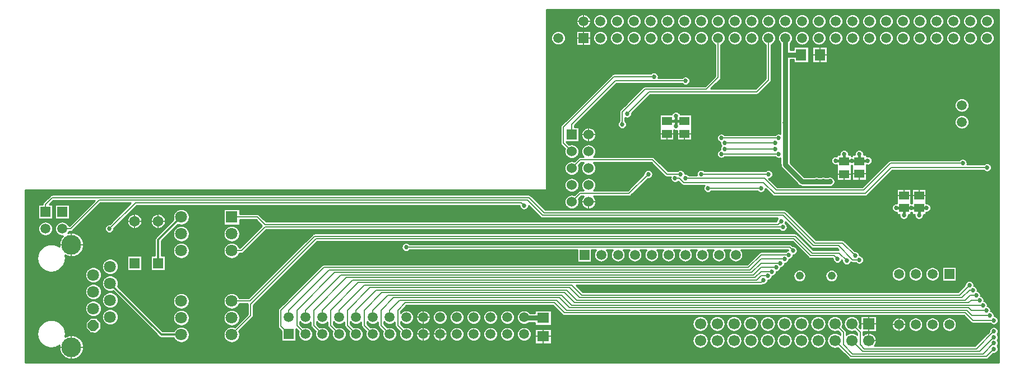
<source format=gbl>
G04 DipTrace 3.0.0.1*
G04 Falc-eth.GBL*
%MOMM*%
G04 #@! TF.FileFunction,Copper,L2,Bot*
G04 #@! TF.Part,Single*
%AMOUTLINE0*5,1,8,0,0,1.8,-202.49891*%
G04 #@! TA.AperFunction,CopperBalancing*
%ADD13C,0.2032*%
G04 #@! TA.AperFunction,Conductor*
%ADD14C,0.381*%
G04 #@! TA.AperFunction,CopperBalancing*
%ADD15C,0.254*%
G04 #@! TA.AperFunction,Conductor*
%ADD16C,0.762*%
%ADD20C,0.3048*%
%ADD21R,1.5X1.3*%
%ADD22R,1.8X1.6*%
%ADD23R,1.6X1.8*%
G04 #@! TA.AperFunction,ComponentPad*
%ADD25C,1.6*%
%ADD26R,1.6X1.6*%
%ADD27C,1.51*%
%ADD28R,1.51X1.51*%
%ADD29R,1.5X1.5*%
%ADD30C,1.5*%
%ADD31C,1.8*%
%ADD32C,3.0*%
%ADD33C,1.524*%
%ADD34R,1.524X1.524*%
%ADD35C,1.5*%
%ADD36R,1.7X1.7*%
%ADD37C,1.7*%
%ADD38C,1.4986*%
%ADD40R,1.8X1.8*%
%ADD47C,1.2192*%
G04 #@! TA.AperFunction,ViaPad*
%ADD48C,0.6858*%
%ADD50C,0.8636*%
G04 #@! TA.AperFunction,ComponentPad*
%ADD87OUTLINE0*%
%FSLAX35Y35*%
G04*
G71*
G90*
G75*
G01*
G04 Bottom*
%LPD*%
X15212060Y4061460D2*
D13*
X14119860D1*
X13713460Y3655060D1*
X12392660D1*
X12214860Y3832860D1*
X11027160D1*
X11567160Y4441260D2*
X12429560D1*
X11617960Y4366260D2*
X12379960D1*
X11516440Y5953080D2*
Y5356940D1*
X11338560Y5179060D1*
X10411460D1*
X10068560Y4836160D1*
Y4645660D1*
X12379960Y4277360D2*
X11617960D1*
X12430760Y4201260D2*
X11567160D1*
X15681960Y1521460D2*
X15415260Y1254760D1*
X13726160D1*
X13662660Y1318260D1*
Y1508760D1*
X13535660Y1635760D1*
X15681960Y1432560D2*
X15466060Y1216660D1*
X13700760D1*
X13535660Y1381760D1*
X15681960Y1343660D2*
X15516860Y1178560D1*
X13548360D1*
X13408660Y1318260D1*
Y1508760D1*
X13281660Y1635760D1*
X15681960Y1254760D2*
X15567660Y1140460D1*
X13522960D1*
X13281660Y1381760D1*
X12278440Y5953080D2*
Y5318840D1*
X12100560Y5140960D1*
X10474960D1*
X10144760Y4810760D1*
X1610360Y3070860D2*
X1737360D1*
X2169160Y3502660D1*
X8633460D1*
X8862060Y3274060D1*
X12494260D1*
X12951460Y2816860D1*
X13332460D1*
X13548360Y2600960D1*
X13649960D1*
X10867160Y3832860D2*
X10932160D1*
X10995660Y3769360D1*
X12202160D1*
X12367260Y3604260D1*
X13738860D1*
X14132560Y3997960D1*
X15580440D1*
X11363960Y3680460D2*
X12164060D1*
X1356360Y3324860D2*
Y3439160D1*
X1457960Y3540760D1*
X8658860D1*
X8887460Y3312160D1*
X12519660D1*
X12976860Y2854960D1*
X13395960D1*
X13586460Y2664460D1*
X12278360Y3896360D2*
X11262360D1*
X12202160Y2296160D2*
X12164060Y2258060D1*
X6080760D1*
X5661660Y1838960D1*
Y1608360D1*
X5792740Y1477280D1*
X12265660Y2359660D2*
X12164060D1*
X12100560Y2296160D1*
X5991860D1*
X5534660Y1838960D1*
Y1735360D1*
X5538740Y1731280D1*
X12329160Y2423160D2*
X12164060D1*
X12075160Y2334260D1*
X5902960D1*
X5407660Y1838960D1*
Y1608360D1*
X5538740Y1477280D1*
X12392660Y2486660D2*
X12164060D1*
X12049760Y2372360D1*
X5814060D1*
X5280660Y1838960D1*
Y1735360D1*
X5284740Y1731280D1*
X12456160Y2550160D2*
X12164060D1*
X12024360Y2410460D1*
X5725160D1*
X5153660Y1838960D1*
Y1608360D1*
X5284740Y1477280D1*
X12519660Y2613660D2*
X12164060D1*
X11998960Y2448560D1*
X5636260D1*
X5026660Y1838960D1*
Y1735360D1*
X5030740Y1731280D1*
X12583160Y2677160D2*
X12164060D1*
X11973560Y2486660D1*
X5560060D1*
X4912360Y1838960D1*
Y1597660D1*
X5031740Y1478280D1*
X12646660Y2740660D2*
X12595860Y2791460D1*
X6804660D1*
X15681960Y1686560D2*
X15364460D1*
X15250160Y1800860D1*
X9192260D1*
X9039860Y1953260D1*
X6791960D1*
X6677660Y1838960D1*
Y1610360D1*
X6804660Y1483360D1*
Y1481360D1*
X6808740Y1477280D1*
X15618460Y1762760D2*
X15351760D1*
X15275560Y1838960D1*
X9230360D1*
X9077960Y1991360D1*
X6703060D1*
X6550660Y1838960D1*
Y1735360D1*
X6554740Y1731280D1*
X15567660Y1838960D2*
X15339060D1*
X15300960Y1877060D1*
X9268460D1*
X9116060Y2029460D1*
X6614160D1*
X6423660Y1838960D1*
Y1610360D1*
X6550660Y1483360D1*
Y1481360D1*
X6554740Y1477280D1*
X15516860Y1915160D2*
X9306560D1*
X9154160Y2067560D1*
X6525260D1*
X6296660Y1838960D1*
Y1735360D1*
X6300740Y1731280D1*
X15466060Y1991360D2*
X15339060D1*
X15300960Y1953260D1*
X9344660D1*
X9192260Y2105660D1*
X6436360D1*
X6169660Y1838960D1*
Y1610360D1*
X6296660Y1483360D1*
Y1481360D1*
X6300740Y1477280D1*
X15415260Y2067560D2*
X15326360D1*
X15250160Y1991360D1*
X9382760D1*
X9230360Y2143760D1*
X6347460D1*
X6042660Y1838960D1*
Y1735360D1*
X6046740Y1731280D1*
X15364460Y2143760D2*
X15313660D1*
X15199360Y2029460D1*
X9420860D1*
X9268460Y2181860D1*
X6258560D1*
X5915660Y1838960D1*
Y1610360D1*
X6042660Y1483360D1*
Y1481360D1*
X6046740Y1477280D1*
X15313660Y2219960D2*
X15161260Y2067560D1*
X9458960D1*
X9306560Y2219960D1*
X6169660D1*
X5788660Y1838960D1*
Y1735360D1*
X5792740Y1731280D1*
X11027160Y5306060D2*
X9966960D1*
X9306560Y4645660D1*
Y4493260D1*
X10462260Y3896360D2*
X10170160Y3604260D1*
X9433560D1*
X9306560Y3477260D1*
X10547160Y5369560D2*
X9941560D1*
X9179560Y4607560D1*
Y4366260D1*
X9306560Y4239260D1*
X10947160Y3896360D2*
X10741660D1*
X10525760Y4112260D1*
X9433560D1*
X9306560Y3985260D1*
X13459460Y2588260D2*
X13345160Y2702560D1*
X12938760D1*
X12684760Y2956560D1*
X5420360D1*
X4442460Y1978660D1*
X4168520D1*
X13319760Y2613660D2*
X13268960Y2664460D1*
X12913360D1*
X12659360Y2918460D1*
X5445760D1*
X4455160Y1927860D1*
Y1762760D1*
X4163060Y1470660D1*
X4168520D1*
X12468860Y3185160D2*
X12418060Y3134360D1*
X4671060D1*
X4556760Y3248660D1*
X4168520D1*
X12494260Y3096260D2*
X4671060D1*
X4315460Y2740660D1*
X4168520D1*
X11008360Y4696460D2*
D14*
X10881360D1*
Y4772660D1*
Y4696460D2*
Y4620260D1*
Y4696460D2*
X10741660D1*
X12532440Y5953080D2*
D16*
Y5699760D1*
Y4671140D1*
X13649960Y4201160D2*
D14*
Y4087880D1*
X13776960Y4099560D2*
X13661640D1*
X13649960Y4087880D1*
X13535660Y4099560D2*
X13638280D1*
X13649960Y4087880D1*
X13535660Y4099560D2*
X13434060D1*
X13421360Y4086860D1*
X13294360Y4099560D2*
X13408660D1*
X13421360Y4086860D1*
Y4201160D2*
Y4086860D1*
X12532440Y4671140D2*
D16*
Y4035980D1*
X12786360Y3782060D1*
X13002260D1*
X13103860D1*
X13205460D1*
X14665960Y3388360D2*
D14*
X14557760D1*
X14551660Y3382260D1*
Y3274060D2*
Y3382260D1*
X14437360Y3388360D2*
X14545560D1*
X14551660Y3382260D1*
X14437360Y3388360D2*
X14329160D1*
X14323060Y3382260D1*
X14208760Y3388360D2*
X14316960D1*
X14323060Y3382260D1*
Y3274060D2*
Y3382260D1*
X8586740Y1731280D2*
X8593360Y1724660D1*
D16*
X8874760D1*
X12773360Y5699760D2*
X12532440D1*
X2321560Y3070860D2*
D13*
X2715260Y3464560D1*
X8544560D1*
X8586740Y3422380D1*
X3406520Y1470660D2*
D20*
X3108410D1*
X2333680Y2245390D1*
X3406520Y3248660D2*
X3401060D1*
X3058160Y2905760D1*
Y2550160D1*
D48*
X15212060Y4061460D3*
X11027160Y3832860D3*
D3*
X11567160Y4441260D3*
X12429560D3*
X11617960Y4366260D3*
X12379960D3*
X10068560Y4645660D3*
X12379960Y4277360D3*
X11617960D3*
X12430760Y4201260D3*
X11567160D3*
X15681960Y1521460D3*
Y1432560D3*
Y1343660D3*
Y1254760D3*
X10144760Y4810760D3*
X13649960Y2600960D3*
X10867160Y3832860D3*
X15580440Y3997960D3*
X11363960Y3680460D3*
X12164060D3*
X13586460Y2664460D3*
X12278360Y3896360D3*
X11262360D3*
X12646660Y2740660D3*
X6804660Y2791460D3*
X15681960Y1686560D3*
X15618460Y1762760D3*
X15567660Y1838960D3*
X15516860Y1915160D3*
X15466060Y1991360D3*
X15415260Y2067560D3*
X15364460Y2143760D3*
X15313660Y2219960D3*
X11027160Y5306060D3*
X10462260Y3896360D3*
X10547160Y5369560D3*
X10947160Y3896360D3*
X13459460Y2588260D3*
X13319760Y2613660D3*
X12468860Y3185160D3*
X12494260Y3096260D3*
D50*
X12532440Y4671140D3*
D48*
X2321560Y3070860D3*
X8586740Y3422380D3*
D3*
X13535660Y4099560D3*
X13649960Y4201160D3*
D50*
X13967460Y4442460D3*
X14907260Y3413760D3*
Y3210560D3*
D48*
X14437360Y3388360D3*
X10881360Y4696460D3*
D50*
X4810760Y2994660D3*
X2308860Y3324860D3*
X12837160Y3464560D3*
D48*
X12583160Y2677160D3*
D50*
X13002260Y2969260D3*
X13065760Y4442460D3*
X12837160Y4124960D3*
D48*
X10881360Y4772660D3*
Y4620260D3*
X13776960Y4099560D3*
X13294360D3*
D50*
X11275060Y4505960D3*
X10462260Y4836160D3*
X11186160Y5013960D3*
X10703560Y4188460D3*
X4810760Y2740660D3*
Y3248660D3*
D48*
X12519660Y2613660D3*
X12456160Y2550160D3*
X12392660Y2486660D3*
X12329160Y2423160D3*
X12265660Y2359660D3*
X12202160Y2296160D3*
X13421360Y4201160D3*
D50*
X13002260Y3782060D3*
X13103860D3*
X13205460D3*
D48*
X14208760Y3388360D3*
X14665960D3*
X14551660Y3274060D3*
X14323060D3*
D50*
X15427960Y4417060D3*
X3896360Y1432560D3*
X8928123Y6360493D2*
D15*
X15755597D1*
X8928123Y6335427D2*
X15755597D1*
X8928123Y6310360D2*
X9446920D1*
X9521950D2*
X9700920D1*
X9775950D2*
X9954920D1*
X10029950D2*
X10208920D1*
X10283950D2*
X10462920D1*
X10537950D2*
X10716920D1*
X10791950D2*
X10970920D1*
X11045950D2*
X11224920D1*
X11299950D2*
X11478920D1*
X11553950D2*
X11732920D1*
X11807950D2*
X11986920D1*
X12061950D2*
X12240920D1*
X12315950D2*
X12494920D1*
X12569950D2*
X12748920D1*
X12823950D2*
X13002920D1*
X13077950D2*
X13256920D1*
X13331950D2*
X13510920D1*
X13585950D2*
X13764920D1*
X13839950D2*
X14018920D1*
X14093950D2*
X14272920D1*
X14347950D2*
X14526920D1*
X14601950D2*
X14780920D1*
X14855950D2*
X15034920D1*
X15109950D2*
X15288920D1*
X15363950D2*
X15542920D1*
X15617950D2*
X15755597D1*
X8928123Y6285293D2*
X9405943D1*
X9562927D2*
X9659943D1*
X9816927D2*
X9913943D1*
X10070927D2*
X10167943D1*
X10324927D2*
X10421943D1*
X10578927D2*
X10675943D1*
X10832927D2*
X10929943D1*
X11086927D2*
X11183943D1*
X11340927D2*
X11437943D1*
X11594927D2*
X11691943D1*
X11848927D2*
X11945943D1*
X12102927D2*
X12199943D1*
X12356927D2*
X12453943D1*
X12610927D2*
X12707943D1*
X12864927D2*
X12961943D1*
X13118927D2*
X13215943D1*
X13372927D2*
X13469943D1*
X13626927D2*
X13723943D1*
X13880927D2*
X13977943D1*
X14134927D2*
X14231943D1*
X14388927D2*
X14485943D1*
X14642927D2*
X14739943D1*
X14896927D2*
X14993943D1*
X15150927D2*
X15247943D1*
X15404927D2*
X15501943D1*
X15658927D2*
X15755597D1*
X8928123Y6260227D2*
X9386693D1*
X9582173D2*
X9640693D1*
X9836173D2*
X9894693D1*
X10090173D2*
X10148693D1*
X10344173D2*
X10402693D1*
X10598173D2*
X10656693D1*
X10852173D2*
X10910693D1*
X11106173D2*
X11164693D1*
X11360173D2*
X11418693D1*
X11614173D2*
X11672693D1*
X11868173D2*
X11926693D1*
X12122173D2*
X12180693D1*
X12376173D2*
X12434693D1*
X12630173D2*
X12688693D1*
X12884173D2*
X12942693D1*
X13138173D2*
X13196693D1*
X13392173D2*
X13450693D1*
X13646173D2*
X13704693D1*
X13900173D2*
X13958693D1*
X14154173D2*
X14212693D1*
X14408173D2*
X14466693D1*
X14662173D2*
X14720693D1*
X14916173D2*
X14974693D1*
X15170173D2*
X15228693D1*
X15424173D2*
X15482693D1*
X15678173D2*
X15755597D1*
X8928123Y6235160D2*
X9376523D1*
X9592343D2*
X9630523D1*
X9846343D2*
X9884523D1*
X10100343D2*
X10138523D1*
X10354343D2*
X10392523D1*
X10608343D2*
X10646523D1*
X10862343D2*
X10900523D1*
X11116343D2*
X11154523D1*
X11370343D2*
X11408523D1*
X11624343D2*
X11662523D1*
X11878343D2*
X11916523D1*
X12132343D2*
X12170523D1*
X12386343D2*
X12424523D1*
X12640343D2*
X12678523D1*
X12894343D2*
X12932523D1*
X13148343D2*
X13186523D1*
X13402343D2*
X13440523D1*
X13656343D2*
X13694523D1*
X13910343D2*
X13948523D1*
X14164343D2*
X14202523D1*
X14418343D2*
X14456523D1*
X14672343D2*
X14710523D1*
X14926343D2*
X14964523D1*
X15180343D2*
X15218523D1*
X15434343D2*
X15472523D1*
X15688343D2*
X15755597D1*
X8928123Y6210093D2*
X9372903D1*
X9595967D2*
X9626903D1*
X9849967D2*
X9880903D1*
X10103967D2*
X10134903D1*
X10357967D2*
X10388903D1*
X10611967D2*
X10642903D1*
X10865967D2*
X10896903D1*
X11119967D2*
X11150903D1*
X11373967D2*
X11404903D1*
X11627967D2*
X11658903D1*
X11881967D2*
X11912903D1*
X12135967D2*
X12166903D1*
X12389967D2*
X12420903D1*
X12643967D2*
X12674903D1*
X12897967D2*
X12928903D1*
X13151967D2*
X13182903D1*
X13405967D2*
X13436903D1*
X13659967D2*
X13690903D1*
X13913967D2*
X13944903D1*
X14167967D2*
X14198903D1*
X14421967D2*
X14452903D1*
X14675967D2*
X14706903D1*
X14929967D2*
X14960903D1*
X15183967D2*
X15214903D1*
X15437967D2*
X15468903D1*
X15691967D2*
X15755597D1*
X8928123Y6185027D2*
X9375137D1*
X9593783D2*
X9629137D1*
X9847783D2*
X9883137D1*
X10101783D2*
X10137137D1*
X10355783D2*
X10391137D1*
X10609783D2*
X10645137D1*
X10863783D2*
X10899137D1*
X11117783D2*
X11153137D1*
X11371783D2*
X11407137D1*
X11625783D2*
X11661137D1*
X11879783D2*
X11915137D1*
X12133783D2*
X12169137D1*
X12387783D2*
X12423137D1*
X12641783D2*
X12677137D1*
X12895783D2*
X12931137D1*
X13149783D2*
X13185137D1*
X13403783D2*
X13439137D1*
X13657783D2*
X13693137D1*
X13911783D2*
X13947137D1*
X14165783D2*
X14201137D1*
X14419783D2*
X14455137D1*
X14673783D2*
X14709137D1*
X14927783D2*
X14963137D1*
X15181783D2*
X15217137D1*
X15435783D2*
X15471137D1*
X15689783D2*
X15755597D1*
X8928123Y6159960D2*
X9383570D1*
X9585300D2*
X9637570D1*
X9839300D2*
X9891570D1*
X10093300D2*
X10145570D1*
X10347300D2*
X10399570D1*
X10601300D2*
X10653570D1*
X10855300D2*
X10907570D1*
X11109300D2*
X11161570D1*
X11363300D2*
X11415570D1*
X11617300D2*
X11669570D1*
X11871300D2*
X11923570D1*
X12125300D2*
X12177570D1*
X12379300D2*
X12431570D1*
X12633300D2*
X12685570D1*
X12887300D2*
X12939570D1*
X13141300D2*
X13193570D1*
X13395300D2*
X13447570D1*
X13649300D2*
X13701570D1*
X13903300D2*
X13955570D1*
X14157300D2*
X14209570D1*
X14411300D2*
X14463570D1*
X14665300D2*
X14717570D1*
X14919300D2*
X14971570D1*
X15173300D2*
X15225570D1*
X15427300D2*
X15479570D1*
X15681300D2*
X15755597D1*
X8928123Y6134893D2*
X9400187D1*
X9568680D2*
X9654187D1*
X9822680D2*
X9908187D1*
X10076680D2*
X10162187D1*
X10330680D2*
X10416187D1*
X10584680D2*
X10670187D1*
X10838680D2*
X10924187D1*
X11092680D2*
X11178187D1*
X11346680D2*
X11432187D1*
X11600680D2*
X11686187D1*
X11854680D2*
X11940187D1*
X12108680D2*
X12194187D1*
X12362680D2*
X12448187D1*
X12616680D2*
X12702187D1*
X12870680D2*
X12956187D1*
X13124680D2*
X13210187D1*
X13378680D2*
X13464187D1*
X13632680D2*
X13718187D1*
X13886680D2*
X13972187D1*
X14140680D2*
X14226187D1*
X14394680D2*
X14480187D1*
X14648680D2*
X14734187D1*
X14902680D2*
X14988187D1*
X15156680D2*
X15242187D1*
X15410680D2*
X15496187D1*
X15664680D2*
X15755597D1*
X8928123Y6109827D2*
X9432583D1*
X9536287D2*
X9686583D1*
X9790287D2*
X9940583D1*
X10044287D2*
X10194583D1*
X10298287D2*
X10448583D1*
X10552287D2*
X10702583D1*
X10806287D2*
X10956583D1*
X11060287D2*
X11210583D1*
X11314287D2*
X11464583D1*
X11568287D2*
X11718583D1*
X11822287D2*
X11972583D1*
X12076287D2*
X12226583D1*
X12330287D2*
X12480583D1*
X12584287D2*
X12734583D1*
X12838287D2*
X12988583D1*
X13092287D2*
X13242583D1*
X13346287D2*
X13496583D1*
X13600287D2*
X13750583D1*
X13854287D2*
X14004583D1*
X14108287D2*
X14258583D1*
X14362287D2*
X14512583D1*
X14616287D2*
X14766583D1*
X14870287D2*
X15020583D1*
X15124287D2*
X15274583D1*
X15378287D2*
X15528583D1*
X15632287D2*
X15755597D1*
X8928123Y6084760D2*
X15755597D1*
X8928123Y6059693D2*
X9075297D1*
X9131423D2*
X9372853D1*
X9596017D2*
X9713023D1*
X9763843D2*
X9967023D1*
X10017843D2*
X10221023D1*
X10271843D2*
X10475023D1*
X10525843D2*
X10729023D1*
X10779843D2*
X10983023D1*
X11033843D2*
X11237023D1*
X11287843D2*
X11491023D1*
X11541843D2*
X11745023D1*
X11795843D2*
X11999023D1*
X12049843D2*
X12253023D1*
X12303843D2*
X12507023D1*
X12557843D2*
X12761023D1*
X12811843D2*
X13015023D1*
X13065843D2*
X13269023D1*
X13319843D2*
X13523023D1*
X13573843D2*
X13777023D1*
X13827843D2*
X14031023D1*
X14081843D2*
X14285023D1*
X14335843D2*
X14539023D1*
X14589843D2*
X14793023D1*
X14843843D2*
X15047023D1*
X15097843D2*
X15301023D1*
X15351843D2*
X15555023D1*
X15605843D2*
X15755597D1*
X8928123Y6034627D2*
X9027770D1*
X9178950D2*
X9372853D1*
X9596017D2*
X9663513D1*
X9813353D2*
X9917513D1*
X10067353D2*
X10171513D1*
X10321353D2*
X10425513D1*
X10575353D2*
X10679513D1*
X10829353D2*
X10933513D1*
X11083353D2*
X11187513D1*
X11337353D2*
X11441513D1*
X11591353D2*
X11695513D1*
X11845353D2*
X11949513D1*
X12099353D2*
X12203513D1*
X12353353D2*
X12457513D1*
X12607353D2*
X12711513D1*
X12861353D2*
X12965513D1*
X13115353D2*
X13219513D1*
X13369353D2*
X13473513D1*
X13623353D2*
X13727513D1*
X13877353D2*
X13981513D1*
X14131353D2*
X14235513D1*
X14385353D2*
X14489513D1*
X14639353D2*
X14743513D1*
X14893353D2*
X14997513D1*
X15147353D2*
X15251513D1*
X15401353D2*
X15505513D1*
X15655353D2*
X15755597D1*
X8928123Y6009560D2*
X9007233D1*
X9199487D2*
X9372853D1*
X9596017D2*
X9642630D1*
X9834240D2*
X9896630D1*
X10088240D2*
X10150630D1*
X10342240D2*
X10404630D1*
X10596240D2*
X10658630D1*
X10850240D2*
X10912630D1*
X11104240D2*
X11166630D1*
X11358240D2*
X11420630D1*
X11612240D2*
X11674630D1*
X11866240D2*
X11928630D1*
X12120240D2*
X12182630D1*
X12374240D2*
X12436630D1*
X12628240D2*
X12690630D1*
X12882240D2*
X12944630D1*
X13136240D2*
X13198630D1*
X13390240D2*
X13452630D1*
X13644240D2*
X13706630D1*
X13898240D2*
X13960630D1*
X14152240D2*
X14214630D1*
X14406240D2*
X14468630D1*
X14660240D2*
X14722630D1*
X14914240D2*
X14976630D1*
X15168240D2*
X15230630D1*
X15422240D2*
X15484630D1*
X15676240D2*
X15755597D1*
X8928123Y5984493D2*
X8996267D1*
X9210453D2*
X9372853D1*
X9596017D2*
X9631467D1*
X9845403D2*
X9885467D1*
X10099403D2*
X10139467D1*
X10353403D2*
X10393467D1*
X10607403D2*
X10647467D1*
X10861403D2*
X10901467D1*
X11115403D2*
X11155467D1*
X11369403D2*
X11409467D1*
X11623403D2*
X11663467D1*
X11877403D2*
X11917467D1*
X12131403D2*
X12171467D1*
X12385403D2*
X12425467D1*
X12639403D2*
X12679467D1*
X12893403D2*
X12933467D1*
X13147403D2*
X13187467D1*
X13401403D2*
X13441467D1*
X13655403D2*
X13695467D1*
X13909403D2*
X13949467D1*
X14163403D2*
X14203467D1*
X14417403D2*
X14457467D1*
X14671403D2*
X14711467D1*
X14925403D2*
X14965467D1*
X15179403D2*
X15219467D1*
X15433403D2*
X15473467D1*
X15687403D2*
X15755597D1*
X8928123Y5959427D2*
X8992003D1*
X9214717D2*
X9372853D1*
X9596017D2*
X9627050D1*
X9849817D2*
X9881050D1*
X10103817D2*
X10135050D1*
X10357817D2*
X10389050D1*
X10611817D2*
X10643050D1*
X10865817D2*
X10897050D1*
X11119817D2*
X11151050D1*
X11373817D2*
X11405050D1*
X11627817D2*
X11659050D1*
X11881817D2*
X11913050D1*
X12135817D2*
X12167050D1*
X12389817D2*
X12421050D1*
X12643817D2*
X12675050D1*
X12897817D2*
X12929050D1*
X13151817D2*
X13183050D1*
X13405817D2*
X13437050D1*
X13659817D2*
X13691050D1*
X13913817D2*
X13945050D1*
X14167817D2*
X14199050D1*
X14421817D2*
X14453050D1*
X14675817D2*
X14707050D1*
X14929817D2*
X14961050D1*
X15183817D2*
X15215050D1*
X15437817D2*
X15469050D1*
X15691817D2*
X15755597D1*
X8928123Y5934360D2*
X8993590D1*
X9213130D2*
X9372853D1*
X9596017D2*
X9628490D1*
X9848380D2*
X9882490D1*
X10102380D2*
X10136490D1*
X10356380D2*
X10390490D1*
X10610380D2*
X10644490D1*
X10864380D2*
X10898490D1*
X11118380D2*
X11152490D1*
X11372380D2*
X11406490D1*
X11626380D2*
X11660490D1*
X11880380D2*
X11914490D1*
X12134380D2*
X12168490D1*
X12388380D2*
X12422490D1*
X12642380D2*
X12676490D1*
X12896380D2*
X12930490D1*
X13150380D2*
X13184490D1*
X13404380D2*
X13438490D1*
X13658380D2*
X13692490D1*
X13912380D2*
X13946490D1*
X14166380D2*
X14200490D1*
X14420380D2*
X14454490D1*
X14674380D2*
X14708490D1*
X14928380D2*
X14962490D1*
X15182380D2*
X15216490D1*
X15436380D2*
X15470490D1*
X15690380D2*
X15755597D1*
X8928123Y5909293D2*
X9001330D1*
X9205390D2*
X9372853D1*
X9596017D2*
X9636030D1*
X9840837D2*
X9890030D1*
X10094837D2*
X10144030D1*
X10348837D2*
X10398030D1*
X10602837D2*
X10652030D1*
X10856837D2*
X10906030D1*
X11110837D2*
X11160030D1*
X11364837D2*
X11414030D1*
X11618837D2*
X11668030D1*
X11872837D2*
X11922030D1*
X12126837D2*
X12176030D1*
X12380837D2*
X12430030D1*
X12634837D2*
X12684030D1*
X12888837D2*
X12938030D1*
X13142837D2*
X13192030D1*
X13396837D2*
X13446030D1*
X13650837D2*
X13700030D1*
X13904837D2*
X13954030D1*
X14158837D2*
X14208030D1*
X14412837D2*
X14462030D1*
X14666837D2*
X14716030D1*
X14920837D2*
X14970030D1*
X15174837D2*
X15224030D1*
X15428837D2*
X15478030D1*
X15682837D2*
X15755597D1*
X8928123Y5884227D2*
X9016907D1*
X9189813D2*
X9372853D1*
X9596017D2*
X9651360D1*
X9825510D2*
X9905360D1*
X10079510D2*
X10159360D1*
X10333510D2*
X10413360D1*
X10587510D2*
X10667360D1*
X10841510D2*
X10921360D1*
X11095510D2*
X11175360D1*
X11349510D2*
X11429360D1*
X11603510D2*
X11683360D1*
X11857510D2*
X11937360D1*
X12111510D2*
X12191360D1*
X12365510D2*
X12445360D1*
X12619510D2*
X12699360D1*
X12873510D2*
X12953360D1*
X13127510D2*
X13207360D1*
X13381510D2*
X13461360D1*
X13635510D2*
X13715360D1*
X13889510D2*
X13969360D1*
X14143510D2*
X14223360D1*
X14397510D2*
X14477360D1*
X14651510D2*
X14731360D1*
X14905510D2*
X14985360D1*
X15159510D2*
X15239360D1*
X15413510D2*
X15493360D1*
X15667510D2*
X15755597D1*
X8928123Y5859160D2*
X9046720D1*
X9160000D2*
X9372853D1*
X9596017D2*
X9680530D1*
X9796387D2*
X9934530D1*
X10050387D2*
X10188530D1*
X10304387D2*
X10442530D1*
X10558387D2*
X10696530D1*
X10812387D2*
X10950530D1*
X11066387D2*
X11204530D1*
X11320387D2*
X11458530D1*
X11574387D2*
X11712530D1*
X11828387D2*
X11966530D1*
X12082387D2*
X12220530D1*
X12336387D2*
X12457763D1*
X12607107D2*
X12728530D1*
X12844387D2*
X12982530D1*
X13098387D2*
X13236530D1*
X13352387D2*
X13490530D1*
X13606387D2*
X13744530D1*
X13860387D2*
X13998530D1*
X14114387D2*
X14252530D1*
X14368387D2*
X14506530D1*
X14622387D2*
X14760530D1*
X14876387D2*
X15014530D1*
X15130387D2*
X15268530D1*
X15384387D2*
X15522530D1*
X15638387D2*
X15755597D1*
X8928123Y5834093D2*
X11469693D1*
X11563177D2*
X12231693D1*
X12325177D2*
X12457763D1*
X12607107D2*
X15755597D1*
X8928123Y5809027D2*
X11469693D1*
X11563177D2*
X12231693D1*
X12325177D2*
X12457763D1*
X12607107D2*
X12656797D1*
X12889930D2*
X12936790D1*
X13169923D2*
X15755597D1*
X8928123Y5783960D2*
X11469693D1*
X11563177D2*
X12231693D1*
X12325177D2*
X12457763D1*
X12607107D2*
X12656797D1*
X12889930D2*
X12936790D1*
X13169923D2*
X15755597D1*
X8928123Y5758893D2*
X11469693D1*
X11563177D2*
X12231693D1*
X12325177D2*
X12457763D1*
X12889930D2*
X12936790D1*
X13169923D2*
X15755597D1*
X8928123Y5733827D2*
X11469693D1*
X11563177D2*
X12231693D1*
X12325177D2*
X12457763D1*
X12889930D2*
X12936790D1*
X13169923D2*
X15755597D1*
X8928123Y5708760D2*
X11469693D1*
X11563177D2*
X12231693D1*
X12325177D2*
X12457763D1*
X12889930D2*
X12936790D1*
X13169923D2*
X15755597D1*
X8928123Y5683693D2*
X11469693D1*
X11563177D2*
X12231693D1*
X12325177D2*
X12457763D1*
X12889930D2*
X12936790D1*
X13169923D2*
X15755597D1*
X8928123Y5658627D2*
X11469693D1*
X11563177D2*
X12231693D1*
X12325177D2*
X12457763D1*
X12889930D2*
X12936790D1*
X13169923D2*
X15755597D1*
X8928123Y5633560D2*
X11469693D1*
X11563177D2*
X12231693D1*
X12325177D2*
X12457763D1*
X12889930D2*
X12936790D1*
X13169923D2*
X15755597D1*
X8928123Y5608493D2*
X11469693D1*
X11563177D2*
X12231693D1*
X12325177D2*
X12457763D1*
X12607107D2*
X12656797D1*
X12889930D2*
X12936790D1*
X13169923D2*
X15755597D1*
X8928123Y5583427D2*
X11469693D1*
X11563177D2*
X12231693D1*
X12325177D2*
X12457763D1*
X12607107D2*
X12656797D1*
X12889930D2*
X12936790D1*
X13169923D2*
X15755597D1*
X8928123Y5558360D2*
X11469693D1*
X11563177D2*
X12231693D1*
X12325177D2*
X12457763D1*
X12607107D2*
X15755597D1*
X8928123Y5533293D2*
X11469693D1*
X11563177D2*
X12231693D1*
X12325177D2*
X12457763D1*
X12607107D2*
X15755597D1*
X8928123Y5508227D2*
X11469693D1*
X11563177D2*
X12231693D1*
X12325177D2*
X12457763D1*
X12607107D2*
X15755597D1*
X8928123Y5483160D2*
X11469693D1*
X11563177D2*
X12231693D1*
X12325177D2*
X12457763D1*
X12607107D2*
X15755597D1*
X8928123Y5458093D2*
X11469693D1*
X11563177D2*
X12231693D1*
X12325177D2*
X12457763D1*
X12607107D2*
X15755597D1*
X8928123Y5433027D2*
X10519327D1*
X10575007D2*
X11469693D1*
X11563177D2*
X12231693D1*
X12325177D2*
X12457763D1*
X12607107D2*
X15755597D1*
X8928123Y5407960D2*
X9917117D1*
X10606210D2*
X11469693D1*
X11563177D2*
X12231693D1*
X12325177D2*
X12457763D1*
X12607107D2*
X15755597D1*
X8928123Y5382893D2*
X9889833D1*
X10616730D2*
X11469693D1*
X11563177D2*
X12231693D1*
X12325177D2*
X12457763D1*
X12607107D2*
X15755597D1*
X8928123Y5357827D2*
X9864780D1*
X10617027D2*
X10980047D1*
X11074277D2*
X11452280D1*
X11563177D2*
X12231693D1*
X12325177D2*
X12457763D1*
X12607107D2*
X15755597D1*
X8928123Y5332760D2*
X9839727D1*
X11092583D2*
X11427227D1*
X11555983D2*
X12227327D1*
X12325177D2*
X12457763D1*
X12607107D2*
X15755597D1*
X8928123Y5307693D2*
X9814673D1*
X11097990D2*
X11402173D1*
X11532220D2*
X12202273D1*
X12323737D2*
X12457763D1*
X12607107D2*
X15755597D1*
X8928123Y5282627D2*
X9789573D1*
X11093873D2*
X11377073D1*
X11507167D2*
X12177173D1*
X12307267D2*
X12457763D1*
X12607107D2*
X15755597D1*
X8928123Y5257560D2*
X9764520D1*
X9983513D2*
X10976477D1*
X11077847D2*
X11352020D1*
X11482113D2*
X12152120D1*
X12282213D2*
X12457763D1*
X12607107D2*
X15755597D1*
X8928123Y5232493D2*
X9739467D1*
X9958413D2*
X11326967D1*
X11457013D2*
X12127067D1*
X12257113D2*
X12457763D1*
X12607107D2*
X15755597D1*
X8928123Y5207427D2*
X9714363D1*
X9933360D2*
X10374763D1*
X11431960D2*
X12101963D1*
X12232060D2*
X12457763D1*
X12607107D2*
X15755597D1*
X8928123Y5182360D2*
X9689310D1*
X9908307D2*
X10349710D1*
X12207007D2*
X12457763D1*
X12607107D2*
X15755597D1*
X8928123Y5157293D2*
X9664260D1*
X9883253D2*
X10324660D1*
X12181953D2*
X12457763D1*
X12607107D2*
X15755597D1*
X8928123Y5132227D2*
X9639207D1*
X9858153D2*
X10299607D1*
X12156853D2*
X12457763D1*
X12607107D2*
X15755597D1*
X8928123Y5107160D2*
X9614103D1*
X9833100D2*
X10274503D1*
X12131550D2*
X12457763D1*
X12607107D2*
X15755597D1*
X8928123Y5082093D2*
X9589050D1*
X9808047D2*
X10249450D1*
X10481147D2*
X12457763D1*
X12607107D2*
X15755597D1*
X8928123Y5057027D2*
X9563997D1*
X9782993D2*
X10224397D1*
X10456093D2*
X12457763D1*
X12607107D2*
X15755597D1*
X8928123Y5031960D2*
X9538897D1*
X9757890D2*
X10199297D1*
X10430990D2*
X12457763D1*
X12607107D2*
X15141927D1*
X15256793D2*
X15755597D1*
X8928123Y5006893D2*
X9513843D1*
X9732840D2*
X10174243D1*
X10405940D2*
X12457763D1*
X12607107D2*
X15112510D1*
X15286210D2*
X15755597D1*
X8928123Y4981827D2*
X9488790D1*
X9707787D2*
X10149190D1*
X10380887D2*
X12457763D1*
X12607107D2*
X15097080D1*
X15301640D2*
X15755597D1*
X8928123Y4956760D2*
X9463737D1*
X9682683D2*
X10124137D1*
X10355783D2*
X12457763D1*
X12607107D2*
X15089440D1*
X15309280D2*
X15755597D1*
X8928123Y4931693D2*
X9438637D1*
X9657630D2*
X10099037D1*
X10330730D2*
X12457763D1*
X12607107D2*
X15087953D1*
X15310767D2*
X15755597D1*
X8928123Y4906627D2*
X9413583D1*
X9632577D2*
X10073983D1*
X10305677D2*
X12457763D1*
X12607107D2*
X15092317D1*
X15306403D2*
X15755597D1*
X8928123Y4881560D2*
X9388530D1*
X9607527D2*
X10048930D1*
X10280627D2*
X12457763D1*
X12607107D2*
X15103380D1*
X15295340D2*
X15755597D1*
X8928123Y4856493D2*
X9363427D1*
X9582423D2*
X10026803D1*
X10255523D2*
X12457763D1*
X12607107D2*
X15124117D1*
X15274603D2*
X15755597D1*
X8928123Y4831427D2*
X9338373D1*
X9557370D2*
X10021843D1*
X10230470D2*
X10843970D1*
X10918750D2*
X12457763D1*
X12607107D2*
X15172687D1*
X15226033D2*
X15755597D1*
X8928123Y4806360D2*
X9313323D1*
X9532317D2*
X10021843D1*
X10215487D2*
X10819363D1*
X10943357D2*
X12457763D1*
X12607107D2*
X15755597D1*
X8928123Y4781293D2*
X9288270D1*
X9507217D2*
X10021843D1*
X10208940D2*
X10630103D1*
X11119917D2*
X12457763D1*
X12607107D2*
X15148080D1*
X15250640D2*
X15755597D1*
X8928123Y4756227D2*
X9263167D1*
X9482163D2*
X10021843D1*
X10188450D2*
X10630103D1*
X11119917D2*
X12457763D1*
X12607107D2*
X15115337D1*
X15283383D2*
X15755597D1*
X8928123Y4731160D2*
X9238113D1*
X9457110D2*
X10021843D1*
X10115277D2*
X10630103D1*
X11119917D2*
X12457763D1*
X12607107D2*
X15098617D1*
X15300103D2*
X15755597D1*
X8928123Y4706093D2*
X9213060D1*
X9432057D2*
X10021843D1*
X10115277D2*
X10630103D1*
X11119917D2*
X12457763D1*
X12607107D2*
X15090087D1*
X15308633D2*
X15755597D1*
X8928123Y4681027D2*
X9188010D1*
X9406953D2*
X10007557D1*
X10129563D2*
X10630103D1*
X11119917D2*
X12453297D1*
X12611570D2*
X15087803D1*
X15310917D2*
X15755597D1*
X8928123Y4655960D2*
X9162907D1*
X9381903D2*
X9998477D1*
X10138643D2*
X10630103D1*
X11119917D2*
X12454190D1*
X12610677D2*
X15091377D1*
X15307343D2*
X15755597D1*
X8928123Y4630893D2*
X9139490D1*
X9356850D2*
X9999320D1*
X10137800D2*
X10630103D1*
X11119917D2*
X12457763D1*
X12607107D2*
X15101447D1*
X15297273D2*
X15755597D1*
X8928123Y4605827D2*
X9132843D1*
X9353277D2*
X10010483D1*
X10126637D2*
X10630103D1*
X11119917D2*
X12457763D1*
X12607107D2*
X15120547D1*
X15278173D2*
X15755597D1*
X8928123Y4580760D2*
X9132843D1*
X9419357D2*
X9490973D1*
X9630147D2*
X10044663D1*
X10092457D2*
X10630103D1*
X11119917D2*
X12457763D1*
X12607107D2*
X15161027D1*
X15237693D2*
X15755597D1*
X8928123Y4555693D2*
X9132843D1*
X9419357D2*
X9467160D1*
X9653960D2*
X10630103D1*
X11119917D2*
X12457763D1*
X12607107D2*
X15755597D1*
X8928123Y4530627D2*
X9132843D1*
X9419357D2*
X9454310D1*
X9666810D2*
X10630103D1*
X10853217D2*
X10896803D1*
X11119917D2*
X12457763D1*
X12607107D2*
X15755597D1*
X8928123Y4505560D2*
X9132843D1*
X9419357D2*
X9448457D1*
X9672663D2*
X10630103D1*
X10853217D2*
X10896803D1*
X11119917D2*
X11541527D1*
X11592793D2*
X12403937D1*
X12607107D2*
X15755597D1*
X8928123Y4480493D2*
X9132843D1*
X9419357D2*
X9448507D1*
X9672613D2*
X10630103D1*
X10853217D2*
X10896803D1*
X11119917D2*
X11508687D1*
X12607107D2*
X15755597D1*
X8928123Y4455427D2*
X9132843D1*
X9419357D2*
X9454460D1*
X9666660D2*
X10630103D1*
X10853217D2*
X10896803D1*
X11119917D2*
X11497770D1*
X12607107D2*
X15755597D1*
X8928123Y4430360D2*
X9132843D1*
X9419357D2*
X9467507D1*
X9653613D2*
X10630103D1*
X10853217D2*
X10896803D1*
X11119917D2*
X11497177D1*
X12607107D2*
X15755597D1*
X8928123Y4405293D2*
X9132843D1*
X9419357D2*
X9491567D1*
X9629553D2*
X11506503D1*
X12607107D2*
X15755597D1*
X8928123Y4380227D2*
X9132843D1*
X9230643D2*
X11533887D1*
X12607107D2*
X15755597D1*
X8928123Y4355160D2*
X9134233D1*
X9255697D2*
X11548027D1*
X12607107D2*
X15755597D1*
X8928123Y4330093D2*
X9150703D1*
X9371583D2*
X9495537D1*
X9625583D2*
X11557450D1*
X12607107D2*
X15755597D1*
X8928123Y4305027D2*
X9175753D1*
X9397577D2*
X9469543D1*
X9651577D2*
X11552937D1*
X12607107D2*
X15755597D1*
X8928123Y4279960D2*
X9200807D1*
X9411567D2*
X9455553D1*
X9665567D2*
X11547133D1*
X12607107D2*
X15755597D1*
X8928123Y4254893D2*
X9194903D1*
X9418217D2*
X9448903D1*
X9672217D2*
X11522280D1*
X12607107D2*
X13376627D1*
X13466093D2*
X13605227D1*
X13694693D2*
X15755597D1*
X8928123Y4229827D2*
X9194210D1*
X9418910D2*
X9448210D1*
X9672910D2*
X11502533D1*
X12607107D2*
X13356783D1*
X13485937D2*
X13585383D1*
X13714537D2*
X15755597D1*
X8928123Y4204760D2*
X9199320D1*
X9413800D2*
X9453320D1*
X9667800D2*
X11496383D1*
X12607107D2*
X13350583D1*
X13492137D2*
X13579183D1*
X13720737D2*
X15755597D1*
X8928123Y4179693D2*
X9211277D1*
X9401843D2*
X9465277D1*
X9655843D2*
X11499807D1*
X12607107D2*
X13309803D1*
X13761517D2*
X15755597D1*
X8928123Y4154627D2*
X9233400D1*
X9379720D2*
X9418443D1*
X10540877D2*
X11514687D1*
X11619633D2*
X12378287D1*
X12607107D2*
X13251363D1*
X13819957D2*
X15755597D1*
X8928123Y4129560D2*
X9293180D1*
X9319913D2*
X9385800D1*
X10573520D2*
X12457763D1*
X12607107D2*
X13230430D1*
X13840890D2*
X15203990D1*
X15220143D2*
X15755597D1*
X8928123Y4104493D2*
X9360747D1*
X10598573D2*
X12457763D1*
X12607107D2*
X13223680D1*
X13847640D2*
X14107223D1*
X15267657D2*
X15755597D1*
X8928123Y4079427D2*
X9246697D1*
X10623623D2*
X12457763D1*
X12607107D2*
X13226510D1*
X13844810D2*
X14072797D1*
X15280507D2*
X15755597D1*
X8928123Y4054360D2*
X9218120D1*
X9440690D2*
X9472120D1*
X9649000D2*
X10518630D1*
X10648727D2*
X12457763D1*
X12618617D2*
X13240597D1*
X13830723D2*
X14047693D1*
X15282540D2*
X15539347D1*
X15621570D2*
X15755597D1*
X8928123Y4029293D2*
X9202940D1*
X9415637D2*
X9456940D1*
X9664180D2*
X10543683D1*
X10673780D2*
X12458060D1*
X12643670D2*
X13309803D1*
X13761517D2*
X14022640D1*
X15643697D2*
X15755597D1*
X8928123Y4004227D2*
X9195450D1*
X9417670D2*
X9449450D1*
X9671670D2*
X10568737D1*
X10698833D2*
X12465103D1*
X12668770D2*
X13309803D1*
X13761517D2*
X13997587D1*
X15651040D2*
X15755597D1*
X8928123Y3979160D2*
X9193960D1*
X9419160D2*
X9447960D1*
X9673160D2*
X10593840D1*
X10723883D2*
X12484700D1*
X12693823D2*
X13309803D1*
X13761517D2*
X13972537D1*
X15648657D2*
X15755597D1*
X8928123Y3954093D2*
X9198277D1*
X9414843D2*
X9452277D1*
X9668843D2*
X10423183D1*
X10501337D2*
X10618893D1*
X10748987D2*
X10908063D1*
X10986220D2*
X11223283D1*
X11301437D2*
X12239283D1*
X12317437D2*
X12509753D1*
X12718877D2*
X13309803D1*
X13761517D2*
X13947433D1*
X15635363D2*
X15755597D1*
X8928123Y3929027D2*
X9209193D1*
X9403927D2*
X9463193D1*
X9657927D2*
X10399717D1*
X10524803D2*
X10643943D1*
X11009733D2*
X11199817D1*
X12340903D2*
X12534857D1*
X12743930D2*
X13309803D1*
X13761517D2*
X13922380D1*
X14128677D2*
X15755597D1*
X8928123Y3903960D2*
X9229580D1*
X9383540D2*
X9483580D1*
X9637540D2*
X10391830D1*
X10532690D2*
X10668997D1*
X11017623D2*
X11191930D1*
X12348790D2*
X12559907D1*
X12769030D2*
X13309803D1*
X13761517D2*
X13897327D1*
X14103623D2*
X15755597D1*
X8928123Y3878893D2*
X9275073D1*
X9338047D2*
X9529073D1*
X9592047D2*
X10379773D1*
X10530853D2*
X10694100D1*
X11080180D2*
X11193767D1*
X12346953D2*
X12584960D1*
X12794083D2*
X13309803D1*
X13761517D2*
X13872273D1*
X14078520D2*
X15755597D1*
X8928123Y3853827D2*
X10354673D1*
X10518253D2*
X10727090D1*
X12334353D2*
X12610013D1*
X13236500D2*
X13309803D1*
X13761517D2*
X13847173D1*
X14053467D2*
X15755597D1*
X8928123Y3828760D2*
X9252600D1*
X9360520D2*
X9506600D1*
X9614520D2*
X10329620D1*
X10474747D2*
X10796393D1*
X12290847D2*
X12635117D1*
X13269490D2*
X13309803D1*
X13761517D2*
X13822120D1*
X14028417D2*
X15755597D1*
X8928123Y3803693D2*
X9220900D1*
X9392220D2*
X9474900D1*
X9646220D2*
X10304567D1*
X10434613D2*
X10802843D1*
X12309053D2*
X12660170D1*
X13282140D2*
X13309803D1*
X13761517D2*
X13797067D1*
X14003313D2*
X15755597D1*
X8928123Y3778627D2*
X9204480D1*
X9408640D2*
X9458480D1*
X9662640D2*
X10279463D1*
X10409560D2*
X10823083D1*
X12334157D2*
X12685220D1*
X13285117D2*
X13771963D1*
X13978260D2*
X15755597D1*
X8928123Y3753560D2*
X9196047D1*
X9417073D2*
X9450047D1*
X9671073D2*
X10254410D1*
X10384507D2*
X10946413D1*
X12359210D2*
X12710323D1*
X13279760D2*
X13746910D1*
X13953207D2*
X15755597D1*
X8928123Y3728493D2*
X9193813D1*
X9419307D2*
X9447813D1*
X9673307D2*
X10229360D1*
X10359453D2*
X10976277D1*
X12384260D2*
X12735527D1*
X13263637D2*
X13721860D1*
X13928153D2*
X15755597D1*
X8928123Y3703427D2*
X9197337D1*
X9415783D2*
X9451337D1*
X9669783D2*
X10204307D1*
X10334353D2*
X11297053D1*
X12409313D2*
X13696807D1*
X13903053D2*
X15755597D1*
X8928123Y3678360D2*
X9207307D1*
X9405813D2*
X9461307D1*
X9659813D2*
X10179203D1*
X10309300D2*
X11293133D1*
X13878000D2*
X15755597D1*
X1054123Y3653293D2*
X9226110D1*
X9387010D2*
X9480110D1*
X9641010D2*
X10154150D1*
X10284247D2*
X11298740D1*
X12229280D2*
X12253173D1*
X13852947D2*
X14211503D1*
X14663217D2*
X15755597D1*
X1054123Y3628227D2*
X9264803D1*
X9348317D2*
X9392497D1*
X10259193D2*
X11317393D1*
X11410527D2*
X12117493D1*
X12210627D2*
X12278227D1*
X13827893D2*
X14211503D1*
X14663217D2*
X15755597D1*
X1054123Y3603160D2*
X9367397D1*
X10234090D2*
X12303330D1*
X13802790D2*
X14211503D1*
X14663217D2*
X15755597D1*
X1054123Y3578093D2*
X1431780D1*
X8685040D2*
X9259497D1*
X10209040D2*
X12328380D1*
X13777740D2*
X14211503D1*
X14663217D2*
X15755597D1*
X1054123Y3553027D2*
X1405190D1*
X8711630D2*
X9223927D1*
X9447387D2*
X9477927D1*
X9643193D2*
X14211503D1*
X14663217D2*
X15755597D1*
X1054123Y3527960D2*
X1380137D1*
X8736683D2*
X9206117D1*
X9422283D2*
X9460117D1*
X9661003D2*
X14211503D1*
X14663217D2*
X15755597D1*
X1054123Y3502893D2*
X1355037D1*
X8761783D2*
X9196790D1*
X9416330D2*
X9450790D1*
X9670330D2*
X14211503D1*
X14663217D2*
X15755597D1*
X1054123Y3477827D2*
X1329983D1*
X1460077D2*
X2079283D1*
X8786837D2*
X9193763D1*
X9419357D2*
X9447763D1*
X9673357D2*
X14211503D1*
X14663217D2*
X15755597D1*
X1054123Y3452760D2*
X1311777D1*
X1435027D2*
X2054230D1*
X2184327D2*
X2638430D1*
X8811890D2*
X9196540D1*
X9416580D2*
X9450540D1*
X9670580D2*
X14183373D1*
X14691347D2*
X15755597D1*
X1054123Y3427693D2*
X1244307D1*
X1468413D2*
X1498307D1*
X1722413D2*
X2029127D1*
X2159223D2*
X2613327D1*
X8836993D2*
X9205570D1*
X9407550D2*
X9459570D1*
X9661550D2*
X14150337D1*
X14724383D2*
X15755597D1*
X1054123Y3402627D2*
X1244307D1*
X1468413D2*
X1498307D1*
X1722413D2*
X2004073D1*
X2134170D2*
X2588273D1*
X2718370D2*
X8518777D1*
X8654677D2*
X8668450D1*
X8862047D2*
X9222883D1*
X9390237D2*
X9476883D1*
X9644237D2*
X14139420D1*
X14735300D2*
X15755597D1*
X1054123Y3377560D2*
X1244307D1*
X1468413D2*
X1498307D1*
X1722413D2*
X1979023D1*
X2109117D2*
X2563223D1*
X2693317D2*
X8532620D1*
X8640837D2*
X8693503D1*
X8887097D2*
X9256967D1*
X9356153D2*
X9510967D1*
X9610153D2*
X14138777D1*
X14735943D2*
X15755597D1*
X1054123Y3352493D2*
X1244307D1*
X1468413D2*
X1498307D1*
X1722413D2*
X1953970D1*
X2084017D2*
X2538170D1*
X2668217D2*
X3336137D1*
X3476897D2*
X4041930D1*
X4295107D2*
X8718603D1*
X12540283D2*
X14148053D1*
X14726667D2*
X15755597D1*
X1054123Y3327427D2*
X1244307D1*
X1468413D2*
X1498307D1*
X1722413D2*
X1928867D1*
X2058963D2*
X2513067D1*
X2643163D2*
X3308157D1*
X3504877D2*
X4041930D1*
X4295107D2*
X8743657D1*
X12569453D2*
X14175290D1*
X14699430D2*
X15755597D1*
X1054123Y3302360D2*
X1244307D1*
X1468413D2*
X1498307D1*
X1722413D2*
X1903813D1*
X2033910D2*
X2488013D1*
X2618110D2*
X3292183D1*
X3520853D2*
X4041930D1*
X4295107D2*
X8768710D1*
X12594507D2*
X14211503D1*
X14663217D2*
X15755597D1*
X1054123Y3277293D2*
X1244307D1*
X1468413D2*
X1498307D1*
X1722413D2*
X1878760D1*
X2008857D2*
X2462960D1*
X2593057D2*
X2632823D1*
X2772297D2*
X2988423D1*
X3127897D2*
X3283303D1*
X3529733D2*
X4041930D1*
X4593160D2*
X8793763D1*
X12619560D2*
X14252283D1*
X14393837D2*
X14480883D1*
X14622437D2*
X15755597D1*
X1054123Y3252227D2*
X1244307D1*
X1468413D2*
X1498307D1*
X1722413D2*
X1853660D1*
X1983753D2*
X2437860D1*
X2567953D2*
X2607770D1*
X2797350D2*
X2963370D1*
X3152950D2*
X3279980D1*
X3533057D2*
X4041930D1*
X4618260D2*
X8818867D1*
X12644660D2*
X14255753D1*
X14390367D2*
X14484353D1*
X14618967D2*
X15755597D1*
X1054123Y3227160D2*
X1244307D1*
X1468413D2*
X1498307D1*
X1722413D2*
X1828607D1*
X1958703D2*
X2412807D1*
X2542903D2*
X2593980D1*
X2811140D2*
X2949580D1*
X3166740D2*
X3281813D1*
X3531220D2*
X4041930D1*
X4643313D2*
X12412420D1*
X12669713D2*
X14270837D1*
X14375283D2*
X14499437D1*
X14603883D2*
X15755597D1*
X1054123Y3202093D2*
X1803553D1*
X1933650D2*
X2387753D1*
X2517850D2*
X2587233D1*
X2817887D2*
X2942833D1*
X3173487D2*
X3282260D1*
X3524027D2*
X4041930D1*
X4295107D2*
X4538270D1*
X4668367D2*
X12400117D1*
X12694767D2*
X15755597D1*
X1054123Y3177027D2*
X1326857D1*
X1385863D2*
X1580857D1*
X1639863D2*
X1778500D1*
X1908547D2*
X2362700D1*
X2492747D2*
X2586290D1*
X2818830D2*
X2941890D1*
X3174430D2*
X3257207D1*
X3510333D2*
X4041930D1*
X4295107D2*
X4563373D1*
X12719820D2*
X15755597D1*
X1054123Y3151960D2*
X1280173D1*
X1432547D2*
X1534173D1*
X1686547D2*
X1753400D1*
X1883493D2*
X2337600D1*
X2467693D2*
X2590903D1*
X2814217D2*
X2946503D1*
X3169817D2*
X3232153D1*
X3486720D2*
X4041930D1*
X4295107D2*
X4588427D1*
X12536363D2*
X12551340D1*
X12744920D2*
X15755597D1*
X1054123Y3126893D2*
X1259687D1*
X1453033D2*
X1513687D1*
X1707033D2*
X1728347D1*
X1858440D2*
X2279903D1*
X2442640D2*
X2602017D1*
X2803103D2*
X2957617D1*
X3158703D2*
X3207053D1*
X3351533D2*
X3380337D1*
X3432697D2*
X4041930D1*
X4295107D2*
X4613480D1*
X12557893D2*
X12576380D1*
X12769973D2*
X15755597D1*
X1054123Y3101827D2*
X1248773D1*
X1463947D2*
X1502773D1*
X1833390D2*
X2258123D1*
X2417590D2*
X2622157D1*
X2782963D2*
X2977757D1*
X3138563D2*
X3182000D1*
X3326433D2*
X3341543D1*
X3471490D2*
X4103543D1*
X4233490D2*
X4611593D1*
X12564890D2*
X12601430D1*
X12795027D2*
X15755597D1*
X1054123Y3076760D2*
X1244457D1*
X1468263D2*
X1498457D1*
X1808287D2*
X2250930D1*
X2392487D2*
X2664623D1*
X2740497D2*
X3020223D1*
X3096097D2*
X3156947D1*
X3502050D2*
X4072983D1*
X4264050D2*
X4586540D1*
X12562260D2*
X12626533D1*
X12820080D2*
X15755597D1*
X1054123Y3051693D2*
X1245993D1*
X1466727D2*
X1499993D1*
X1783233D2*
X2253460D1*
X2389660D2*
X3131843D1*
X3276327D2*
X3293820D1*
X3519213D2*
X4055820D1*
X4281213D2*
X4561437D1*
X4691533D2*
X12439953D1*
X12548567D2*
X12651587D1*
X12845183D2*
X15755597D1*
X1054123Y3026627D2*
X1253633D1*
X1459087D2*
X1507633D1*
X1713087D2*
X2266953D1*
X2376167D2*
X3106793D1*
X3251273D2*
X3284147D1*
X3528890D2*
X4046147D1*
X4290890D2*
X4536387D1*
X4666480D2*
X12676640D1*
X12870233D2*
X15755597D1*
X1054123Y3001560D2*
X1269013D1*
X1443707D2*
X1523013D1*
X1817167D2*
X3081740D1*
X3226173D2*
X3280127D1*
X3532907D2*
X4042127D1*
X4294907D2*
X4511333D1*
X4641380D2*
X12701740D1*
X12895287D2*
X15755597D1*
X1054123Y2976493D2*
X1298183D1*
X1414537D2*
X1552183D1*
X1862757D2*
X3056687D1*
X3201120D2*
X3281267D1*
X3531767D2*
X4043267D1*
X4293767D2*
X4486230D1*
X4616327D2*
X5375230D1*
X12920390D2*
X15755597D1*
X1054123Y2951427D2*
X1609433D1*
X1889943D2*
X3031583D1*
X3176067D2*
X3287717D1*
X3525317D2*
X4049717D1*
X4287317D2*
X4461177D1*
X4591273D2*
X5350177D1*
X12945443D2*
X15755597D1*
X1054123Y2926360D2*
X1590730D1*
X1908597D2*
X3010847D1*
X3150963D2*
X3300467D1*
X3512617D2*
X4062467D1*
X4274617D2*
X4436123D1*
X4566220D2*
X5325123D1*
X12970497D2*
X15755597D1*
X1054123Y2901293D2*
X1577733D1*
X1921593D2*
X3006333D1*
X3125910D2*
X3322343D1*
X3490740D2*
X4084343D1*
X4252740D2*
X4411073D1*
X4541117D2*
X5300073D1*
X12995547D2*
X15755597D1*
X1054123Y2876227D2*
X1569150D1*
X1930177D2*
X3006333D1*
X3109987D2*
X3367143D1*
X3445940D2*
X4129143D1*
X4207940D2*
X4385970D1*
X4516067D2*
X5274970D1*
X13439750D2*
X15755597D1*
X1054123Y2851160D2*
X1564387D1*
X1934940D2*
X3006333D1*
X3109987D2*
X3347647D1*
X3465390D2*
X4109647D1*
X4227390D2*
X4360917D1*
X4491013D2*
X5249917D1*
X5443513D2*
X6768907D1*
X6840413D2*
X12661607D1*
X13464803D2*
X15755597D1*
X1054123Y2826093D2*
X1368033D1*
X1521297D2*
X1563147D1*
X1936230D2*
X3006333D1*
X3109987D2*
X3314060D1*
X3498973D2*
X4076060D1*
X4260973D2*
X4335863D1*
X4465960D2*
X5224863D1*
X5418460D2*
X6743210D1*
X12625860D2*
X12686660D1*
X13489857D2*
X15755597D1*
X1054123Y2801027D2*
X1320160D1*
X1934047D2*
X3006333D1*
X3109987D2*
X3295607D1*
X3517430D2*
X4057607D1*
X4279430D2*
X4310763D1*
X4440857D2*
X5199763D1*
X5393357D2*
X6734477D1*
X12681223D2*
X12711763D1*
X13514957D2*
X15755597D1*
X1054123Y2775960D2*
X1290493D1*
X1928340D2*
X3006333D1*
X3109987D2*
X3285087D1*
X3527947D2*
X4047087D1*
X4415803D2*
X5174710D1*
X5368303D2*
X6735570D1*
X12707713D2*
X12736817D1*
X13540010D2*
X15755597D1*
X1054123Y2750893D2*
X1269310D1*
X1918667D2*
X3006333D1*
X3109987D2*
X3280377D1*
X3532660D2*
X4042377D1*
X4390753D2*
X5149657D1*
X5343253D2*
X6747127D1*
X12716743D2*
X12761867D1*
X12955463D2*
X13333367D1*
X13565063D2*
X15755597D1*
X1054123Y2725827D2*
X1253733D1*
X1904380D2*
X3006333D1*
X3109987D2*
X3280823D1*
X3532213D2*
X4042823D1*
X4365650D2*
X5124603D1*
X5318150D2*
X6783143D1*
X6826177D2*
X9385503D1*
X9608617D2*
X9650963D1*
X9851157D2*
X9904963D1*
X10105157D2*
X10158963D1*
X10359157D2*
X10412963D1*
X10613157D2*
X10666963D1*
X10867157D2*
X10920963D1*
X11121157D2*
X11174963D1*
X11375157D2*
X11428963D1*
X11629157D2*
X11682963D1*
X11883157D2*
X12532673D1*
X12715900D2*
X12786970D1*
X13619040D2*
X15755597D1*
X1054123Y2700760D2*
X1242520D1*
X1883890D2*
X3006333D1*
X3109987D2*
X3286527D1*
X3526507D2*
X4048527D1*
X4337027D2*
X5099500D1*
X5293097D2*
X9385503D1*
X9608617D2*
X9642083D1*
X9860037D2*
X9896083D1*
X10114037D2*
X10150083D1*
X10368037D2*
X10404083D1*
X10622037D2*
X10658083D1*
X10876037D2*
X10912083D1*
X11130037D2*
X11166083D1*
X11384037D2*
X11420083D1*
X11638037D2*
X11674083D1*
X11892037D2*
X12122600D1*
X12704687D2*
X12812023D1*
X13646870D2*
X15755597D1*
X1054123Y2675693D2*
X1234880D1*
X1853480D2*
X3006333D1*
X3109987D2*
X3298333D1*
X3514700D2*
X4060333D1*
X4276700D2*
X5074450D1*
X5268043D2*
X9385503D1*
X9608617D2*
X9639503D1*
X9862617D2*
X9893503D1*
X10116617D2*
X10147503D1*
X10370617D2*
X10401503D1*
X10624617D2*
X10655503D1*
X10878617D2*
X10909503D1*
X11132617D2*
X11163503D1*
X11386617D2*
X11417503D1*
X11640617D2*
X11671503D1*
X11894617D2*
X12097550D1*
X12670360D2*
X12837077D1*
X13656393D2*
X15755597D1*
X1054123Y2650627D2*
X1230517D1*
X1658863D2*
X1703293D1*
X1796083D2*
X2585993D1*
X2819127D2*
X2941593D1*
X3174727D2*
X3318673D1*
X3494360D2*
X4080673D1*
X4256360D2*
X5049397D1*
X5242990D2*
X9385503D1*
X9608617D2*
X9642777D1*
X9859343D2*
X9896777D1*
X10113343D2*
X10150777D1*
X10367343D2*
X10404777D1*
X10621343D2*
X10658777D1*
X10875343D2*
X10912777D1*
X11129343D2*
X11166777D1*
X11383343D2*
X11420777D1*
X11637343D2*
X11674777D1*
X11891343D2*
X12072497D1*
X12648680D2*
X12862130D1*
X13699407D2*
X15755597D1*
X1054123Y2625560D2*
X1229127D1*
X1660253D2*
X2585993D1*
X2819127D2*
X2941593D1*
X3174727D2*
X3357767D1*
X3455267D2*
X4119767D1*
X4217267D2*
X5024293D1*
X5217890D2*
X9385503D1*
X9608617D2*
X9652450D1*
X9849670D2*
X9906450D1*
X10103670D2*
X10160450D1*
X10357670D2*
X10414450D1*
X10611670D2*
X10668450D1*
X10865670D2*
X10922450D1*
X11119670D2*
X11176450D1*
X11373670D2*
X11430450D1*
X11627670D2*
X11684450D1*
X11881670D2*
X12047393D1*
X12630473D2*
X12889860D1*
X13716223D2*
X15755597D1*
X1054123Y2600493D2*
X1230663D1*
X1658663D2*
X2259317D1*
X2408013D2*
X2585993D1*
X2819127D2*
X2941593D1*
X3174727D2*
X4999240D1*
X5192837D2*
X9385503D1*
X9608617D2*
X9671007D1*
X9831113D2*
X9925007D1*
X10085113D2*
X10179007D1*
X10339113D2*
X10433007D1*
X10593113D2*
X10687007D1*
X10847113D2*
X10941007D1*
X11101113D2*
X11195007D1*
X11355113D2*
X11449007D1*
X11609113D2*
X11703007D1*
X11863113D2*
X12022340D1*
X12589247D2*
X13250173D1*
X13720837D2*
X15755597D1*
X1054123Y2575427D2*
X1235280D1*
X1654050D2*
X2233170D1*
X2434207D2*
X2585993D1*
X2819127D2*
X2941593D1*
X3174727D2*
X4974187D1*
X5167783D2*
X9385503D1*
X9608617D2*
X9709303D1*
X9792817D2*
X9963303D1*
X10046817D2*
X10217303D1*
X10300817D2*
X10471303D1*
X10554817D2*
X10725303D1*
X10808817D2*
X10979303D1*
X11062817D2*
X11233303D1*
X11316817D2*
X11487303D1*
X11570817D2*
X11741303D1*
X11824817D2*
X11997287D1*
X12578830D2*
X13260590D1*
X13715877D2*
X15755597D1*
X1054123Y2550360D2*
X1243117D1*
X1646213D2*
X2218090D1*
X2449290D2*
X2585993D1*
X2819127D2*
X2941593D1*
X3174727D2*
X4949137D1*
X5142680D2*
X11972237D1*
X12547923D2*
X13291497D1*
X13348023D2*
X13400093D1*
X13518827D2*
X13601507D1*
X13698413D2*
X15755597D1*
X1054123Y2525293D2*
X1254627D1*
X1634753D2*
X2209853D1*
X2457523D2*
X2585993D1*
X2819127D2*
X2941593D1*
X3174727D2*
X4924033D1*
X5117630D2*
X5536063D1*
X12522323D2*
X13430403D1*
X13488517D2*
X15755597D1*
X1054123Y2500227D2*
X1270450D1*
X1618877D2*
X2207127D1*
X2460253D2*
X2585993D1*
X2819127D2*
X2941593D1*
X3174727D2*
X4898980D1*
X5092577D2*
X5508580D1*
X12505357D2*
X15755597D1*
X1054123Y2475160D2*
X1292080D1*
X1597297D2*
X2007697D1*
X2151683D2*
X2209507D1*
X2457873D2*
X2585993D1*
X2819127D2*
X2941593D1*
X3174727D2*
X4873927D1*
X5067523D2*
X5483527D1*
X12462543D2*
X14182930D1*
X14310790D2*
X14436930D1*
X14564790D2*
X14690930D1*
X14818790D2*
X14897303D1*
X15120417D2*
X15755597D1*
X1054123Y2450093D2*
X1322493D1*
X1566837D2*
X1980460D1*
X2178917D2*
X2217297D1*
X2450033D2*
X2585993D1*
X2819127D2*
X2941593D1*
X3174727D2*
X4848873D1*
X5042420D2*
X5458473D1*
X12452920D2*
X12716623D1*
X12779897D2*
X13199223D1*
X13262497D2*
X14156783D1*
X14336937D2*
X14410783D1*
X14590937D2*
X14664783D1*
X14844937D2*
X14897303D1*
X15120417D2*
X15755597D1*
X1054123Y2425027D2*
X1372497D1*
X1516830D2*
X1964833D1*
X2194547D2*
X2231830D1*
X2435497D2*
X4823773D1*
X5017367D2*
X5433373D1*
X12424693D2*
X12676787D1*
X12819733D2*
X13159387D1*
X13302333D2*
X14142893D1*
X14350827D2*
X14396893D1*
X14604827D2*
X14650893D1*
X14858827D2*
X14897303D1*
X15120417D2*
X15755597D1*
X1054123Y2399960D2*
X1956203D1*
X2203177D2*
X2256933D1*
X2410397D2*
X4798720D1*
X4992317D2*
X5408320D1*
X12395970D2*
X12659673D1*
X12836847D2*
X13142273D1*
X13319447D2*
X14136297D1*
X14357423D2*
X14390297D1*
X14611423D2*
X14644297D1*
X14865423D2*
X14897303D1*
X15120417D2*
X15755597D1*
X1054123Y2374893D2*
X1953127D1*
X2206253D2*
X4773667D1*
X4967213D2*
X5383267D1*
X12380043D2*
X12651933D1*
X12844587D2*
X13134533D1*
X13327187D2*
X14135750D1*
X14357970D2*
X14389750D1*
X14611970D2*
X14643750D1*
X14865970D2*
X14897303D1*
X15120417D2*
X15755597D1*
X1054123Y2349827D2*
X1955160D1*
X2204170D2*
X2264227D1*
X2403153D2*
X4748563D1*
X4942160D2*
X5358163D1*
X12335793D2*
X12651240D1*
X12845280D2*
X13133840D1*
X13327880D2*
X14141157D1*
X14352563D2*
X14395157D1*
X14606563D2*
X14649157D1*
X14860563D2*
X14897303D1*
X15120417D2*
X15755597D1*
X1054123Y2324760D2*
X1962600D1*
X2196727D2*
X2235800D1*
X2431530D2*
X4723513D1*
X4917107D2*
X5333113D1*
X12326963D2*
X12657390D1*
X12839130D2*
X13139990D1*
X13321730D2*
X14153460D1*
X14340260D2*
X14407460D1*
X14594260D2*
X14661460D1*
X14848260D2*
X14897303D1*
X15120417D2*
X15755597D1*
X1054123Y2299693D2*
X1976640D1*
X2182737D2*
X2219627D1*
X2447750D2*
X4698460D1*
X4892053D2*
X5308060D1*
X12300967D2*
X12672027D1*
X12824493D2*
X13154627D1*
X13307093D2*
X14176480D1*
X14317240D2*
X14430480D1*
X14571240D2*
X14684480D1*
X14825240D2*
X14897303D1*
X15120417D2*
X15755597D1*
X1054123Y2274627D2*
X2000800D1*
X2158577D2*
X2210600D1*
X2456780D2*
X4673407D1*
X4866953D2*
X5283007D1*
X12269563D2*
X12703380D1*
X12793140D2*
X13185980D1*
X13275740D2*
X15270117D1*
X15357203D2*
X15755597D1*
X1054123Y2249560D2*
X2059887D1*
X2099493D2*
X2207177D1*
X2460203D2*
X4648303D1*
X4841900D2*
X5257903D1*
X12254680D2*
X15249530D1*
X15377790D2*
X15755597D1*
X1054123Y2224493D2*
X2012907D1*
X2146473D2*
X2208863D1*
X2458467D2*
X4623250D1*
X4816847D2*
X5232850D1*
X12195350D2*
X15242933D1*
X15384387D2*
X15755597D1*
X1054123Y2199427D2*
X1983240D1*
X2176140D2*
X2215957D1*
X2451870D2*
X4598200D1*
X4791743D2*
X5207800D1*
X9392120D2*
X15228100D1*
X15406613D2*
X15755597D1*
X1054123Y2174360D2*
X1966470D1*
X2192907D2*
X2229450D1*
X2476923D2*
X4573097D1*
X4766693D2*
X5182697D1*
X9417223D2*
X15202997D1*
X15428093D2*
X15755597D1*
X1054123Y2149293D2*
X1956997D1*
X2202333D2*
X2252717D1*
X2502023D2*
X4548043D1*
X4741640D2*
X5157643D1*
X9442277D2*
X15177943D1*
X15435090D2*
X15755597D1*
X1054123Y2124227D2*
X1953227D1*
X2206103D2*
X2304610D1*
X2362770D2*
X2382593D1*
X2527077D2*
X4522990D1*
X4716587D2*
X5132590D1*
X9467330D2*
X15152890D1*
X15455973D2*
X15755597D1*
X1054123Y2099160D2*
X1954613D1*
X2204763D2*
X2269733D1*
X2552130D2*
X3374583D1*
X3438450D2*
X4136583D1*
X4200450D2*
X4497937D1*
X4691483D2*
X5107537D1*
X15478397D2*
X15755597D1*
X1054123Y2074093D2*
X1961263D1*
X2198067D2*
X2238677D1*
X2577183D2*
X3324727D1*
X3488307D2*
X4086727D1*
X4250307D2*
X4472837D1*
X4666430D2*
X5082437D1*
X15485790D2*
X15755597D1*
X1054123Y2049027D2*
X1974310D1*
X2185070D2*
X2221313D1*
X2602283D2*
X3301857D1*
X3511227D2*
X4063857D1*
X4273227D2*
X4447783D1*
X4641380D2*
X5057383D1*
X15505237D2*
X15755597D1*
X1054123Y2023960D2*
X1996733D1*
X2162647D2*
X2211443D1*
X2455887D2*
X2482903D1*
X2627337D2*
X3288510D1*
X3524523D2*
X4050510D1*
X4286523D2*
X4422730D1*
X4616327D2*
X5032330D1*
X15528653D2*
X15755597D1*
X1054123Y1998893D2*
X2043910D1*
X2115467D2*
X2207323D1*
X2460003D2*
X2507957D1*
X2652390D2*
X3281617D1*
X3531420D2*
X4043617D1*
X4591223D2*
X5007227D1*
X15536490D2*
X15755597D1*
X1054123Y1973827D2*
X2018760D1*
X2140620D2*
X2208367D1*
X2459013D2*
X2533010D1*
X2677493D2*
X3280027D1*
X3533007D2*
X4042027D1*
X4566170D2*
X4982177D1*
X15554400D2*
X15755597D1*
X1054123Y1948760D2*
X1986217D1*
X2173163D2*
X2214667D1*
X2452713D2*
X2558063D1*
X2702547D2*
X3283600D1*
X3529433D2*
X4045600D1*
X4541117D2*
X4957123D1*
X15578907D2*
X15755597D1*
X1054123Y1923693D2*
X1968207D1*
X2191173D2*
X2227217D1*
X2440160D2*
X2583167D1*
X2727597D2*
X3292777D1*
X3520257D2*
X4054777D1*
X4282257D2*
X4408443D1*
X4516017D2*
X4932070D1*
X15587190D2*
X15755597D1*
X1054123Y1898627D2*
X1957937D1*
X2201440D2*
X2248797D1*
X2418580D2*
X2608217D1*
X2752650D2*
X3309197D1*
X3503837D2*
X4071197D1*
X4265837D2*
X4408443D1*
X4501877D2*
X4906967D1*
X6802363D2*
X9029457D1*
X15603513D2*
X15755597D1*
X1054123Y1873560D2*
X1953423D1*
X2205907D2*
X2292403D1*
X2374973D2*
X2633270D1*
X2777753D2*
X3338120D1*
X3474913D2*
X4100120D1*
X4236913D2*
X4408443D1*
X4501877D2*
X4881913D1*
X6777310D2*
X9054510D1*
X15629110D2*
X15755597D1*
X1054123Y1848493D2*
X1954117D1*
X2205210D2*
X2275983D1*
X2391347D2*
X2658373D1*
X2802807D2*
X3396907D1*
X3416160D2*
X4158907D1*
X4178160D2*
X4408443D1*
X4501877D2*
X4866683D1*
X6752257D2*
X9079563D1*
X15637843D2*
X15755597D1*
X1054123Y1823427D2*
X1960070D1*
X2199307D2*
X2241803D1*
X2425577D2*
X2683427D1*
X2827860D2*
X3328943D1*
X3484090D2*
X4090943D1*
X4246090D2*
X4408443D1*
X4501877D2*
X4865643D1*
X6727157D2*
X6747923D1*
X6869583D2*
X7001923D1*
X7123583D2*
X7255923D1*
X7377583D2*
X7509923D1*
X7631583D2*
X7763923D1*
X7885583D2*
X8017923D1*
X8139583D2*
X8271923D1*
X8393583D2*
X8525923D1*
X8647583D2*
X8748173D1*
X9001347D2*
X9104663D1*
X15652427D2*
X15755597D1*
X1054123Y1798360D2*
X1972127D1*
X2187203D2*
X2223100D1*
X2444230D2*
X2708480D1*
X2852960D2*
X3304237D1*
X3508847D2*
X4066237D1*
X4270847D2*
X4408443D1*
X4501877D2*
X4865643D1*
X6897217D2*
X6974240D1*
X7151217D2*
X7228240D1*
X7405217D2*
X7482240D1*
X7659217D2*
X7736240D1*
X7913217D2*
X7990240D1*
X8167217D2*
X8244240D1*
X8421217D2*
X8498240D1*
X8675217D2*
X8748173D1*
X9001347D2*
X9129717D1*
X15679317D2*
X15755597D1*
X1054123Y1773293D2*
X1992963D1*
X2166417D2*
X2212433D1*
X2454943D2*
X2733530D1*
X2878013D2*
X3289900D1*
X3523183D2*
X4051900D1*
X4285183D2*
X4400653D1*
X4501877D2*
X4865643D1*
X6911900D2*
X6959603D1*
X7165900D2*
X7213603D1*
X7419900D2*
X7467603D1*
X7673900D2*
X7721603D1*
X7927900D2*
X7975603D1*
X8181900D2*
X8229603D1*
X8435900D2*
X8483603D1*
X9001347D2*
X9154770D1*
X15688493D2*
X15755597D1*
X1054123Y1748227D2*
X2033643D1*
X2125687D2*
X2207573D1*
X2459807D2*
X2758633D1*
X2903067D2*
X3282210D1*
X3530823D2*
X4044210D1*
X4292823D2*
X4375600D1*
X4499447D2*
X4865643D1*
X6918993D2*
X6952510D1*
X7172993D2*
X7206510D1*
X7426993D2*
X7460510D1*
X7680993D2*
X7714510D1*
X7934993D2*
X7968510D1*
X8188993D2*
X8222510D1*
X8442993D2*
X8476510D1*
X9001347D2*
X11208103D1*
X11291217D2*
X11462103D1*
X11545217D2*
X11716103D1*
X11799217D2*
X11970103D1*
X12053217D2*
X12224103D1*
X12307217D2*
X12478103D1*
X12561217D2*
X12732103D1*
X12815217D2*
X12986103D1*
X13069217D2*
X13240103D1*
X13323217D2*
X13494103D1*
X13577217D2*
X13668083D1*
X13911237D2*
X15237773D1*
X15713943D2*
X15755597D1*
X1054123Y1723160D2*
X2026003D1*
X2133377D2*
X2207920D1*
X2459460D2*
X2783687D1*
X2928120D2*
X3279930D1*
X3533107D2*
X4041930D1*
X4295107D2*
X4350500D1*
X4480593D2*
X4865643D1*
X6920037D2*
X6951470D1*
X7174037D2*
X7205470D1*
X7428037D2*
X7459470D1*
X7682037D2*
X7713470D1*
X7936037D2*
X7967470D1*
X8190037D2*
X8221470D1*
X8444037D2*
X8475470D1*
X9001347D2*
X11166330D1*
X11332990D2*
X11420330D1*
X11586990D2*
X11674330D1*
X11840990D2*
X11928330D1*
X12094990D2*
X12182330D1*
X12348990D2*
X12436330D1*
X12602990D2*
X12690330D1*
X12856990D2*
X12944330D1*
X13110990D2*
X13198330D1*
X13364990D2*
X13452330D1*
X13618990D2*
X13668083D1*
X13911237D2*
X14201087D1*
X14292633D2*
X14455087D1*
X14546633D2*
X14709087D1*
X14800633D2*
X14963087D1*
X15054633D2*
X15262827D1*
X15742220D2*
X15755583D1*
X1054123Y1698093D2*
X1999163D1*
X2160217D2*
X2213477D1*
X2453853D2*
X2808740D1*
X2953220D2*
X3282807D1*
X3530227D2*
X4044807D1*
X4292227D2*
X4325447D1*
X4455543D2*
X4865643D1*
X6915127D2*
X6956330D1*
X7169127D2*
X7210330D1*
X7423127D2*
X7464330D1*
X7677127D2*
X7718330D1*
X7931127D2*
X7972330D1*
X8185127D2*
X8226330D1*
X8439127D2*
X8480330D1*
X9001347D2*
X11145693D1*
X11353627D2*
X11399693D1*
X11607627D2*
X11653693D1*
X11861627D2*
X11907693D1*
X12115627D2*
X12161693D1*
X12369627D2*
X12415693D1*
X12623627D2*
X12669693D1*
X12877627D2*
X12923693D1*
X13131627D2*
X13177693D1*
X13385627D2*
X13431693D1*
X13639627D2*
X13668083D1*
X13911237D2*
X14165217D1*
X14328503D2*
X14419217D1*
X14582503D2*
X14673217D1*
X14836503D2*
X14927217D1*
X15090503D2*
X15287877D1*
X1054123Y1673027D2*
X1345113D1*
X1544217D2*
X1974060D1*
X2185267D2*
X2225133D1*
X2442243D2*
X2833793D1*
X2978273D2*
X3291190D1*
X3521843D2*
X4053190D1*
X4283843D2*
X4300393D1*
X4430490D2*
X4865643D1*
X6903467D2*
X6968040D1*
X7157467D2*
X7222040D1*
X7411467D2*
X7476040D1*
X7665467D2*
X7730040D1*
X7919467D2*
X7984040D1*
X8173467D2*
X8238040D1*
X8427467D2*
X8492040D1*
X9001347D2*
X11134087D1*
X11365233D2*
X11388087D1*
X11619233D2*
X11642087D1*
X11873233D2*
X11896087D1*
X12127233D2*
X12150087D1*
X12381233D2*
X12404087D1*
X12635233D2*
X12658087D1*
X12889233D2*
X12912087D1*
X13143233D2*
X13166087D1*
X13397233D2*
X13420087D1*
X13651233D2*
X13668083D1*
X13911237D2*
X14147407D1*
X14346313D2*
X14401407D1*
X14600313D2*
X14655407D1*
X14854313D2*
X14909407D1*
X15108313D2*
X15312930D1*
X1054123Y1647960D2*
X1306913D1*
X1582463D2*
X1960120D1*
X2199257D2*
X2245177D1*
X2422153D2*
X2858893D1*
X3003327D2*
X3306520D1*
X3506513D2*
X4068520D1*
X4405387D2*
X4865643D1*
X6881590D2*
X6989867D1*
X7135590D2*
X7243867D1*
X7389590D2*
X7497867D1*
X7643590D2*
X7751867D1*
X7897590D2*
X8005867D1*
X8151590D2*
X8259867D1*
X8405590D2*
X8513867D1*
X8659590D2*
X8748173D1*
X9001347D2*
X11128727D1*
X13911237D2*
X14138180D1*
X14355540D2*
X14392180D1*
X14609540D2*
X14646180D1*
X14863540D2*
X14900180D1*
X15117540D2*
X15340413D1*
X15740880D2*
X15755580D1*
X1054123Y1622893D2*
X1281167D1*
X1608213D2*
X1959973D1*
X2199407D2*
X2283427D1*
X2383903D2*
X2883947D1*
X3028380D2*
X3333060D1*
X3479973D2*
X4095060D1*
X4380333D2*
X4865643D1*
X5204147D2*
X5270307D1*
X5299150D2*
X5360943D1*
X5458147D2*
X5524307D1*
X5553150D2*
X5614943D1*
X5712147D2*
X5778307D1*
X5807150D2*
X5868943D1*
X5968180D2*
X6032307D1*
X6061150D2*
X6122943D1*
X6222180D2*
X6286307D1*
X6315150D2*
X6376943D1*
X6476180D2*
X6540307D1*
X6569150D2*
X6630943D1*
X6730180D2*
X6794307D1*
X6823150D2*
X7048307D1*
X7077150D2*
X7302307D1*
X7331150D2*
X7556307D1*
X7585150D2*
X7810307D1*
X7839150D2*
X8064307D1*
X8093150D2*
X8318307D1*
X8347150D2*
X8572307D1*
X8601150D2*
X8748173D1*
X9001347D2*
X11128777D1*
X13911237D2*
X14135303D1*
X14358417D2*
X14389303D1*
X14612417D2*
X14643303D1*
X14866417D2*
X14897303D1*
X15120417D2*
X15654640D1*
X15709280D2*
X15755597D1*
X1054123Y1597827D2*
X1262463D1*
X1626867D2*
X1959973D1*
X2199407D2*
X2909000D1*
X3053483D2*
X4225187D1*
X4355280D2*
X4865643D1*
X5229250D2*
X5362183D1*
X5483250D2*
X5616183D1*
X5737250D2*
X5870730D1*
X5993233D2*
X6124730D1*
X6247233D2*
X6378730D1*
X6501233D2*
X6632730D1*
X6755233D2*
X11134283D1*
X11365037D2*
X11388283D1*
X11619037D2*
X11642283D1*
X11873037D2*
X11896283D1*
X12127037D2*
X12150283D1*
X12381037D2*
X12404283D1*
X12635037D2*
X12658283D1*
X12889037D2*
X12912283D1*
X13143037D2*
X13166283D1*
X13397037D2*
X13420283D1*
X13651037D2*
X13668083D1*
X13911237D2*
X14138230D1*
X14355490D2*
X14392230D1*
X14609490D2*
X14646230D1*
X14863490D2*
X14900230D1*
X15117490D2*
X15755597D1*
X1054123Y1572760D2*
X1248773D1*
X1640607D2*
X1960120D1*
X2199257D2*
X2934103D1*
X3078533D2*
X3333557D1*
X3479477D2*
X4095557D1*
X4330180D2*
X4873283D1*
X5339927D2*
X5378207D1*
X5593927D2*
X5632207D1*
X5847927D2*
X5888240D1*
X6101927D2*
X6142240D1*
X6355927D2*
X6396240D1*
X6609927D2*
X6650240D1*
X6863927D2*
X7007527D1*
X7117927D2*
X7261527D1*
X7371927D2*
X7515527D1*
X7625927D2*
X7769527D1*
X7879927D2*
X8023527D1*
X8133927D2*
X8277527D1*
X8387927D2*
X8531527D1*
X8641927D2*
X11146140D1*
X11353180D2*
X11400140D1*
X11607180D2*
X11654140D1*
X11861180D2*
X11908140D1*
X12115180D2*
X12162140D1*
X12369180D2*
X12416140D1*
X12623180D2*
X12670140D1*
X12877180D2*
X12924140D1*
X13131180D2*
X13178140D1*
X13409687D2*
X13432140D1*
X13911237D2*
X14147557D1*
X14346163D2*
X14401557D1*
X14600163D2*
X14655557D1*
X14854163D2*
X14909557D1*
X15108163D2*
X15634300D1*
X15729620D2*
X15755597D1*
X1054123Y1547693D2*
X1239050D1*
X1650330D2*
X1974060D1*
X2185267D2*
X2959153D1*
X3103587D2*
X3306767D1*
X3506267D2*
X4068767D1*
X4305127D2*
X4897293D1*
X5370537D2*
X5403260D1*
X5624537D2*
X5657260D1*
X5878537D2*
X5913293D1*
X6132537D2*
X6167293D1*
X6386537D2*
X6421293D1*
X6640537D2*
X6675293D1*
X6894537D2*
X6976967D1*
X7148537D2*
X7230967D1*
X7402537D2*
X7484967D1*
X7656537D2*
X7738967D1*
X7910537D2*
X7992967D1*
X8164537D2*
X8246967D1*
X8418537D2*
X8500967D1*
X8672537D2*
X8748173D1*
X9001347D2*
X11167027D1*
X11332293D2*
X11421027D1*
X11586293D2*
X11675027D1*
X11840293D2*
X11929027D1*
X12094293D2*
X12183027D1*
X12348293D2*
X12437027D1*
X12602293D2*
X12691027D1*
X12856293D2*
X12945027D1*
X13110293D2*
X13199027D1*
X13434790D2*
X13453027D1*
X13911237D2*
X14165517D1*
X14328203D2*
X14419517D1*
X14582203D2*
X14673517D1*
X14836203D2*
X14927517D1*
X15090203D2*
X15616343D1*
X1054123Y1522627D2*
X1232747D1*
X1656580D2*
X1999163D1*
X2160217D2*
X2984207D1*
X3128690D2*
X3291340D1*
X3521697D2*
X4053340D1*
X4283697D2*
X4920163D1*
X5143327D2*
X5174363D1*
X5386463D2*
X5428363D1*
X5640463D2*
X5682363D1*
X5894463D2*
X5938347D1*
X6148463D2*
X6192347D1*
X6402463D2*
X6446347D1*
X6656463D2*
X6700347D1*
X6910463D2*
X6961043D1*
X7164463D2*
X7215043D1*
X7418463D2*
X7469043D1*
X7672463D2*
X7723043D1*
X7926463D2*
X7977043D1*
X8180463D2*
X8231043D1*
X8434463D2*
X8485043D1*
X8688463D2*
X8748173D1*
X9001347D2*
X11210087D1*
X11289233D2*
X11464087D1*
X11543233D2*
X11718087D1*
X11797233D2*
X11972087D1*
X12051233D2*
X12226087D1*
X12305233D2*
X12480087D1*
X12559233D2*
X12734087D1*
X12813233D2*
X12988087D1*
X13067233D2*
X13242087D1*
X13453143D2*
X13496087D1*
X13911237D2*
X14201880D1*
X14291840D2*
X14455880D1*
X14545840D2*
X14709880D1*
X14799840D2*
X14963880D1*
X15053840D2*
X15611083D1*
X1054123Y1497560D2*
X1229573D1*
X1659757D2*
X2026003D1*
X2133377D2*
X3009260D1*
X3530130D2*
X4044907D1*
X4292130D2*
X4920163D1*
X5143327D2*
X5175057D1*
X5394400D2*
X5429057D1*
X5648400D2*
X5683057D1*
X5902400D2*
X5937057D1*
X6156400D2*
X6191057D1*
X6410400D2*
X6445057D1*
X6664400D2*
X6699057D1*
X6918400D2*
X6953057D1*
X7172400D2*
X7207057D1*
X7426400D2*
X7461057D1*
X7680400D2*
X7715057D1*
X7934400D2*
X7969057D1*
X8188400D2*
X8223057D1*
X8442400D2*
X8477057D1*
X8696400D2*
X8748173D1*
X9001347D2*
X11219563D1*
X11279757D2*
X11473563D1*
X11533757D2*
X11727563D1*
X11787757D2*
X11981563D1*
X12041757D2*
X12235563D1*
X12295757D2*
X12489563D1*
X12549757D2*
X12743563D1*
X12803757D2*
X12997563D1*
X13057757D2*
X13251563D1*
X13311757D2*
X13354800D1*
X13455377D2*
X13505563D1*
X13565757D2*
X13608800D1*
X13709377D2*
X13759563D1*
X13819757D2*
X15593027D1*
X1054123Y1472493D2*
X1229373D1*
X1659953D2*
X3034363D1*
X3533107D2*
X4041980D1*
X4295107D2*
X4920163D1*
X5143327D2*
X5173270D1*
X5396233D2*
X5427270D1*
X5650233D2*
X5681270D1*
X5904233D2*
X5935270D1*
X6158233D2*
X6189270D1*
X6412233D2*
X6443270D1*
X6666233D2*
X6697270D1*
X6920233D2*
X6951270D1*
X7174233D2*
X7205270D1*
X7428233D2*
X7459270D1*
X7682233D2*
X7713270D1*
X7936233D2*
X7967270D1*
X8190233D2*
X8221270D1*
X8444233D2*
X8475270D1*
X8698233D2*
X8748173D1*
X9001347D2*
X11170053D1*
X11329267D2*
X11424053D1*
X11583267D2*
X11678053D1*
X11837267D2*
X11932053D1*
X12091267D2*
X12186053D1*
X12345267D2*
X12440053D1*
X12599267D2*
X12694053D1*
X12853267D2*
X12948053D1*
X13107267D2*
X13202053D1*
X13869267D2*
X15567973D1*
X15739940D2*
X15755580D1*
X1054123Y1447427D2*
X1232153D1*
X1657177D2*
X1669930D1*
X1829420D2*
X3059417D1*
X3530923D2*
X4044160D1*
X4292923D2*
X4920163D1*
X5143327D2*
X5177340D1*
X5392167D2*
X5431340D1*
X5646167D2*
X5685340D1*
X5900167D2*
X5939340D1*
X6154167D2*
X6193340D1*
X6408167D2*
X6447340D1*
X6662167D2*
X6701340D1*
X6916167D2*
X6955340D1*
X7170167D2*
X7209340D1*
X7424167D2*
X7463340D1*
X7678167D2*
X7717340D1*
X7932167D2*
X7971340D1*
X8186167D2*
X8225340D1*
X8440167D2*
X8479340D1*
X8694167D2*
X8748173D1*
X9001347D2*
X11147827D1*
X11351493D2*
X11401827D1*
X11605493D2*
X11655827D1*
X11859493D2*
X11909827D1*
X12113493D2*
X12163827D1*
X12367493D2*
X12417827D1*
X12621493D2*
X12671827D1*
X12875493D2*
X12925827D1*
X13129493D2*
X13179827D1*
X13891493D2*
X15542870D1*
X1054123Y1422360D2*
X1238007D1*
X1869307D2*
X3096127D1*
X3523283D2*
X4051750D1*
X4285283D2*
X4920163D1*
X5143327D2*
X5188003D1*
X5381450D2*
X5442003D1*
X5635450D2*
X5696003D1*
X5889450D2*
X5950003D1*
X6143450D2*
X6204003D1*
X6397450D2*
X6458003D1*
X6651450D2*
X6712003D1*
X6905450D2*
X6966003D1*
X7159450D2*
X7220003D1*
X7413450D2*
X7474003D1*
X7667450D2*
X7728003D1*
X7921450D2*
X7982003D1*
X8175450D2*
X8236003D1*
X8429450D2*
X8490003D1*
X8683450D2*
X8748173D1*
X9001347D2*
X11135227D1*
X11364093D2*
X11389227D1*
X11618093D2*
X11643227D1*
X11872093D2*
X11897227D1*
X12126093D2*
X12151227D1*
X12380093D2*
X12405227D1*
X12634093D2*
X12659227D1*
X12888093D2*
X12913227D1*
X13142093D2*
X13167227D1*
X13904093D2*
X15517817D1*
X1054123Y1397293D2*
X1247283D1*
X1894310D2*
X3303990D1*
X3509093D2*
X4065990D1*
X4271093D2*
X4920163D1*
X5143327D2*
X5208097D1*
X5361360D2*
X5462097D1*
X5615360D2*
X5716097D1*
X5869360D2*
X5970097D1*
X6123360D2*
X6224097D1*
X6377360D2*
X6478097D1*
X6631360D2*
X6732097D1*
X6885360D2*
X6986097D1*
X7139360D2*
X7240097D1*
X7393360D2*
X7494097D1*
X7647360D2*
X7748097D1*
X7901360D2*
X8002097D1*
X8155360D2*
X8256097D1*
X8409360D2*
X8510097D1*
X8663360D2*
X8748173D1*
X9001347D2*
X11129123D1*
X11370197D2*
X11383133D1*
X11624197D2*
X11637133D1*
X11878197D2*
X11891133D1*
X12132197D2*
X12145133D1*
X12386197D2*
X12399133D1*
X12640197D2*
X12653133D1*
X12894197D2*
X12907133D1*
X13148197D2*
X13161133D1*
X13910197D2*
X15492763D1*
X1054123Y1372227D2*
X1260380D1*
X1911673D2*
X3328497D1*
X3484537D2*
X4090497D1*
X4246537D2*
X4920163D1*
X5143327D2*
X5252993D1*
X5316463D2*
X5506993D1*
X5570463D2*
X5760993D1*
X5824463D2*
X6014993D1*
X6078463D2*
X6268993D1*
X6332463D2*
X6522993D1*
X6586463D2*
X6776993D1*
X6840463D2*
X7030993D1*
X7094463D2*
X7284993D1*
X7348463D2*
X7538993D1*
X7602463D2*
X7792993D1*
X7856463D2*
X8046993D1*
X8110463D2*
X8300993D1*
X8364463D2*
X8554993D1*
X8618463D2*
X8748173D1*
X9001347D2*
X11128480D1*
X13910840D2*
X15467663D1*
X1054123Y1347160D2*
X1278340D1*
X1923727D2*
X3392443D1*
X3420590D2*
X4154443D1*
X4182590D2*
X8748173D1*
X9001347D2*
X11133243D1*
X11366077D2*
X11387243D1*
X11620077D2*
X11641243D1*
X11874077D2*
X11895243D1*
X12128077D2*
X12149243D1*
X12382077D2*
X12403243D1*
X12636077D2*
X12657243D1*
X12890077D2*
X12911243D1*
X13144077D2*
X13165243D1*
X13906077D2*
X15442610D1*
X1054123Y1322093D2*
X1302947D1*
X1931467D2*
X11144107D1*
X11355213D2*
X11398107D1*
X11609213D2*
X11652107D1*
X11863213D2*
X11906107D1*
X12117213D2*
X12160107D1*
X12371213D2*
X12414107D1*
X12625213D2*
X12668107D1*
X12879213D2*
X12922107D1*
X13133213D2*
X13176107D1*
X13895213D2*
X15417557D1*
X1054123Y1297027D2*
X1338863D1*
X1550467D2*
X1563873D1*
X1935483D2*
X11163503D1*
X11335817D2*
X11417503D1*
X11589817D2*
X11671503D1*
X11843817D2*
X11925503D1*
X12097817D2*
X12179503D1*
X12351817D2*
X12433503D1*
X12605817D2*
X12687503D1*
X12859817D2*
X12941503D1*
X13113817D2*
X13195503D1*
X15738203D2*
X15755577D1*
X1054123Y1271960D2*
X1415807D1*
X1473573D2*
X1563297D1*
X1936080D2*
X11201157D1*
X11298163D2*
X11455157D1*
X11552163D2*
X11709157D1*
X11806163D2*
X11963157D1*
X12060163D2*
X12217157D1*
X12314163D2*
X12471157D1*
X12568163D2*
X12725157D1*
X12822163D2*
X12979157D1*
X13076163D2*
X13233157D1*
X1054123Y1246893D2*
X1566173D1*
X1933203D2*
X13351477D1*
X1054123Y1221827D2*
X1572673D1*
X1926703D2*
X13376527D1*
X1054123Y1196760D2*
X1583190D1*
X1916187D2*
X13401630D1*
X15720640D2*
X15755597D1*
X1054123Y1171693D2*
X1598617D1*
X1900760D2*
X13426683D1*
X15663937D2*
X15755597D1*
X1054123Y1146627D2*
X1620693D1*
X1878633D2*
X13451737D1*
X15638883D2*
X15755597D1*
X1054123Y1121560D2*
X1654130D1*
X1845247D2*
X13476837D1*
X15613783D2*
X15755597D1*
X1054123Y1096493D2*
X1739260D1*
X1760100D2*
X13515930D1*
X15574690D2*
X15755597D1*
X1054123Y1071427D2*
X15755597D1*
X14660697Y3473210D2*
Y3456440D1*
X14671320Y3456477D1*
X14681910Y3454797D1*
X14692107Y3451483D1*
X14701660Y3446617D1*
X14710333Y3440317D1*
X14717917Y3432733D1*
X14724217Y3424060D1*
X14729083Y3414507D1*
X14732397Y3404310D1*
X14734077Y3393720D1*
Y3383000D1*
X14732397Y3372410D1*
X14729083Y3362213D1*
X14724217Y3352660D1*
X14717917Y3343987D1*
X14710333Y3336403D1*
X14701660Y3330103D1*
X14692107Y3325237D1*
X14681910Y3321923D1*
X14671320Y3320243D1*
X14660703Y3320240D1*
X14660697Y3283223D1*
X14619370D1*
X14619987Y3274060D1*
X14619143Y3263370D1*
X14616643Y3252947D1*
X14612540Y3243040D1*
X14606937Y3233900D1*
X14599973Y3225747D1*
X14591820Y3218783D1*
X14582680Y3213180D1*
X14572773Y3209077D1*
X14562350Y3206577D1*
X14551660Y3205733D1*
X14540970Y3206577D1*
X14530547Y3209077D1*
X14520640Y3213180D1*
X14511500Y3218783D1*
X14503347Y3225747D1*
X14496383Y3233900D1*
X14490780Y3243040D1*
X14486677Y3252947D1*
X14484177Y3263370D1*
X14483333Y3274060D1*
X14483997Y3283230D1*
X14442623Y3283223D1*
Y3320283D1*
X14432103Y3320240D1*
X14432097Y3283223D1*
X14390773D1*
X14391387Y3274060D1*
X14390543Y3263370D1*
X14388043Y3252947D1*
X14383940Y3243040D1*
X14378337Y3233900D1*
X14371373Y3225747D1*
X14363220Y3218783D1*
X14354080Y3213180D1*
X14344173Y3209077D1*
X14333750Y3206577D1*
X14323060Y3205733D1*
X14312370Y3206577D1*
X14301947Y3209077D1*
X14292040Y3213180D1*
X14282900Y3218783D1*
X14274747Y3225747D1*
X14267783Y3233900D1*
X14262180Y3243040D1*
X14258077Y3252947D1*
X14255577Y3263370D1*
X14254733Y3274060D1*
X14255397Y3283230D1*
X14214023Y3283223D1*
Y3320280D1*
X14203400Y3320243D1*
X14192810Y3321923D1*
X14182613Y3325237D1*
X14173060Y3330103D1*
X14164387Y3336403D1*
X14156803Y3343987D1*
X14150503Y3352660D1*
X14145637Y3362213D1*
X14142323Y3372410D1*
X14140643Y3383000D1*
Y3393720D1*
X14142323Y3404310D1*
X14145637Y3414507D1*
X14150503Y3424060D1*
X14156803Y3432733D1*
X14164387Y3440317D1*
X14173060Y3446617D1*
X14182613Y3451483D1*
X14192810Y3454797D1*
X14203400Y3456477D1*
X14214017Y3456480D1*
X14214023Y3671297D1*
X14432097D1*
Y3456440D1*
X14442617Y3456480D1*
X14442623Y3671297D1*
X14660697D1*
X14660687Y3473223D1*
X13553623Y4186917D2*
X13583143D1*
X13581843Y4195800D1*
Y4206520D1*
X13583523Y4217110D1*
X13586837Y4227307D1*
X13591703Y4236860D1*
X13598003Y4245533D1*
X13605587Y4253117D1*
X13614260Y4259417D1*
X13623813Y4264283D1*
X13634010Y4267597D1*
X13644600Y4269277D1*
X13655320D1*
X13665910Y4267597D1*
X13676107Y4264283D1*
X13685660Y4259417D1*
X13694333Y4253117D1*
X13701917Y4245533D1*
X13708217Y4236860D1*
X13713083Y4227307D1*
X13716397Y4217110D1*
X13718077Y4206520D1*
Y4195800D1*
X13716737Y4186917D1*
X13758997D1*
Y4165437D1*
X13766270Y4167043D1*
X13776960Y4167887D1*
X13787650Y4167043D1*
X13798073Y4164543D1*
X13807980Y4160440D1*
X13817120Y4154837D1*
X13825273Y4147873D1*
X13832237Y4139720D1*
X13837840Y4130580D1*
X13841943Y4120673D1*
X13844443Y4110250D1*
X13845287Y4099560D1*
X13844443Y4088870D1*
X13841943Y4078447D1*
X13837840Y4068540D1*
X13832237Y4059400D1*
X13825273Y4051247D1*
X13817120Y4044283D1*
X13807980Y4038680D1*
X13798073Y4034577D1*
X13787650Y4032077D1*
X13776960Y4031233D1*
X13766270Y4032077D1*
X13759013Y4033687D1*
X13758997Y3798843D1*
X13540923D1*
Y4031457D1*
X13530403Y4031440D1*
X13530397Y3797823D1*
X13312323D1*
Y4033613D1*
X13305050Y4032077D1*
X13294360Y4031233D1*
X13283670Y4032077D1*
X13273247Y4034577D1*
X13263340Y4038680D1*
X13254200Y4044283D1*
X13246047Y4051247D1*
X13239083Y4059400D1*
X13233480Y4068540D1*
X13229377Y4078447D1*
X13226877Y4088870D1*
X13226033Y4099560D1*
X13226877Y4110250D1*
X13229377Y4120673D1*
X13233480Y4130580D1*
X13239083Y4139720D1*
X13246047Y4147873D1*
X13254200Y4154837D1*
X13263340Y4160440D1*
X13273247Y4164543D1*
X13283670Y4167043D1*
X13294360Y4167887D1*
X13305050Y4167043D1*
X13312323Y4165623D1*
Y4185897D1*
X13354740D1*
X13353243Y4195800D1*
Y4206520D1*
X13354923Y4217110D1*
X13358237Y4227307D1*
X13363103Y4236860D1*
X13369403Y4245533D1*
X13376987Y4253117D1*
X13385660Y4259417D1*
X13395213Y4264283D1*
X13405410Y4267597D1*
X13416000Y4269277D1*
X13426720D1*
X13437310Y4267597D1*
X13447507Y4264283D1*
X13457060Y4259417D1*
X13465733Y4253117D1*
X13473317Y4245533D1*
X13479617Y4236860D1*
X13484483Y4227307D1*
X13487797Y4217110D1*
X13489477Y4206520D1*
Y4195800D1*
X13487933Y4185887D1*
X13530397Y4185897D1*
Y4167690D1*
X13540917Y4167680D1*
X13540923Y4186917D1*
X13553623D1*
X8763423Y1838697D2*
X8998797D1*
Y1610623D1*
X8750723D1*
Y1652543D1*
X8662183Y1652523D1*
X8650830Y1643067D1*
X8643710Y1638310D1*
X8636240Y1634127D1*
X8628467Y1630543D1*
X8620433Y1627580D1*
X8612193Y1625257D1*
X8603797Y1623587D1*
X8595293Y1622580D1*
X8586740Y1622243D1*
X8578187Y1622580D1*
X8569683Y1623587D1*
X8561287Y1625257D1*
X8553047Y1627580D1*
X8545013Y1630543D1*
X8537240Y1634127D1*
X8529770Y1638310D1*
X8522650Y1643067D1*
X8515927Y1648370D1*
X8509640Y1654180D1*
X8503830Y1660467D1*
X8498527Y1667190D1*
X8493770Y1674310D1*
X8489587Y1681780D1*
X8486003Y1689553D1*
X8483040Y1697587D1*
X8480717Y1705827D1*
X8479047Y1714223D1*
X8478040Y1722727D1*
X8477703Y1731280D1*
X8478040Y1739833D1*
X8479047Y1748337D1*
X8480717Y1756733D1*
X8483040Y1764973D1*
X8486003Y1773007D1*
X8489587Y1780780D1*
X8493770Y1788250D1*
X8498527Y1795370D1*
X8503830Y1802093D1*
X8509640Y1808380D1*
X8515927Y1814190D1*
X8522650Y1819493D1*
X8529770Y1824250D1*
X8537240Y1828433D1*
X8545013Y1832017D1*
X8553047Y1834980D1*
X8561287Y1837303D1*
X8569683Y1838973D1*
X8578187Y1839980D1*
X8586740Y1840317D1*
X8595293Y1839980D1*
X8603797Y1838973D1*
X8612193Y1837303D1*
X8620433Y1834980D1*
X8628467Y1832017D1*
X8636240Y1828433D1*
X8643710Y1824250D1*
X8650830Y1819493D1*
X8657553Y1814190D1*
X8663840Y1808380D1*
X8673813Y1796813D1*
X8750770Y1796797D1*
X8750723Y1838697D1*
X8763423D1*
X8753263Y1558697D2*
X8998797D1*
Y1330623D1*
X8750723D1*
Y1558697D1*
X8753263D1*
X12672023Y5823797D2*
X12887397D1*
Y5575723D1*
X12659323D1*
X12659060Y5627623D1*
X12604540D1*
X12604577Y4698693D1*
X12607523Y4689167D1*
X12609417Y4677197D1*
Y4665083D1*
X12607523Y4653113D1*
X12604573Y4643747D1*
X12604577Y4065857D1*
X12816267Y3854167D1*
X12974727Y3854197D1*
X12984233Y3857143D1*
X12996203Y3859037D1*
X13008317D1*
X13020287Y3857143D1*
X13029653Y3854193D1*
X13076327Y3854197D1*
X13085833Y3857143D1*
X13097803Y3859037D1*
X13109917D1*
X13121887Y3857143D1*
X13131253Y3854193D1*
X13177927Y3854197D1*
X13187433Y3857143D1*
X13199403Y3859037D1*
X13211517D1*
X13223487Y3857143D1*
X13235010Y3853397D1*
X13245807Y3847897D1*
X13255607Y3840777D1*
X13264177Y3832207D1*
X13271297Y3822407D1*
X13276797Y3811610D1*
X13280543Y3800087D1*
X13282437Y3788117D1*
Y3776003D1*
X13280543Y3764033D1*
X13276797Y3752510D1*
X13271297Y3741713D1*
X13264177Y3731913D1*
X13255607Y3723343D1*
X13245807Y3716223D1*
X13235010Y3710723D1*
X13223487Y3706977D1*
X13211517Y3705083D1*
X13199403D1*
X13187433Y3706977D1*
X13178067Y3709927D1*
X13131393Y3709923D1*
X13121887Y3706977D1*
X13109917Y3705083D1*
X13097803D1*
X13085833Y3706977D1*
X13076467Y3709927D1*
X13029793Y3709923D1*
X13020287Y3706977D1*
X13008317Y3705083D1*
X12996203D1*
X12984233Y3706977D1*
X12974867Y3709927D1*
X12780700Y3710147D1*
X12769520Y3711917D1*
X12758753Y3715413D1*
X12748670Y3720553D1*
X12739510Y3727207D1*
X12708410Y3757993D1*
X12477587Y3989130D1*
X12470933Y3998290D1*
X12465793Y4008373D1*
X12462297Y4019140D1*
X12460527Y4030320D1*
X12460303Y4074080D1*
Y4139613D1*
X12451873Y4136277D1*
X12441450Y4133777D1*
X12430760Y4132933D1*
X12420070Y4133777D1*
X12409647Y4136277D1*
X12399740Y4140380D1*
X12390600Y4145983D1*
X12382447Y4152947D1*
X12378663Y4157067D1*
X11619117Y4156887D1*
X11611533Y4149303D1*
X11602860Y4143003D1*
X11593307Y4138137D1*
X11583110Y4134823D1*
X11572520Y4133143D1*
X11561800D1*
X11551210Y4134823D1*
X11541013Y4138137D1*
X11531460Y4143003D1*
X11522787Y4149303D1*
X11515203Y4156887D1*
X11508903Y4165560D1*
X11504037Y4175113D1*
X11500723Y4185310D1*
X11499043Y4195900D1*
Y4206620D1*
X11500723Y4217210D1*
X11504037Y4227407D1*
X11508903Y4236960D1*
X11515203Y4245633D1*
X11522787Y4253217D1*
X11531460Y4259517D1*
X11541013Y4264383D1*
X11550343Y4267453D1*
X11549633Y4277360D1*
X11550477Y4288050D1*
X11552977Y4298473D1*
X11557080Y4308380D1*
X11562683Y4317520D1*
X11566003Y4321887D1*
X11559703Y4330560D1*
X11554837Y4340113D1*
X11551523Y4350310D1*
X11549843Y4360900D1*
Y4371620D1*
X11550250Y4375053D1*
X11541013Y4378137D1*
X11531460Y4383003D1*
X11522787Y4389303D1*
X11515203Y4396887D1*
X11508903Y4405560D1*
X11504037Y4415113D1*
X11500723Y4425310D1*
X11499043Y4435900D1*
Y4446620D1*
X11500723Y4457210D1*
X11504037Y4467407D1*
X11508903Y4476960D1*
X11515203Y4485633D1*
X11522787Y4493217D1*
X11531460Y4499517D1*
X11541013Y4504383D1*
X11551210Y4507697D1*
X11561800Y4509377D1*
X11572520D1*
X11583110Y4507697D1*
X11593307Y4504383D1*
X11602860Y4499517D1*
X11611533Y4493217D1*
X11619257Y4485453D1*
X12377603Y4485633D1*
X12385187Y4493217D1*
X12393860Y4499517D1*
X12403413Y4504383D1*
X12413610Y4507697D1*
X12424200Y4509377D1*
X12434920D1*
X12445510Y4507697D1*
X12455707Y4504383D1*
X12460293Y4502270D1*
X12460303Y4643647D1*
X12457357Y4653113D1*
X12455463Y4665083D1*
Y4677197D1*
X12457357Y4689167D1*
X12460307Y4698533D1*
X12460303Y5871360D1*
X12449530Y5882267D1*
X12444227Y5888990D1*
X12439470Y5896110D1*
X12435287Y5903580D1*
X12431703Y5911353D1*
X12428740Y5919387D1*
X12426417Y5927627D1*
X12424747Y5936023D1*
X12423740Y5944527D1*
X12423403Y5953080D1*
X12423740Y5961633D1*
X12424747Y5970137D1*
X12426417Y5978533D1*
X12428740Y5986773D1*
X12431703Y5994807D1*
X12435287Y6002580D1*
X12439470Y6010050D1*
X12444227Y6017170D1*
X12449530Y6023893D1*
X12455340Y6030180D1*
X12461627Y6035990D1*
X12468350Y6041293D1*
X12475470Y6046050D1*
X12482940Y6050233D1*
X12490713Y6053817D1*
X12498747Y6056780D1*
X12506987Y6059103D1*
X12515383Y6060773D1*
X12523887Y6061780D1*
X12532440Y6062117D1*
X12540993Y6061780D1*
X12549497Y6060773D1*
X12557893Y6059103D1*
X12566133Y6056780D1*
X12574167Y6053817D1*
X12581940Y6050233D1*
X12589410Y6046050D1*
X12596530Y6041293D1*
X12603253Y6035990D1*
X12609540Y6030180D1*
X12615350Y6023893D1*
X12620653Y6017170D1*
X12625410Y6010050D1*
X12629593Y6002580D1*
X12633177Y5994807D1*
X12636140Y5986773D1*
X12638463Y5978533D1*
X12640133Y5970137D1*
X12641140Y5961633D1*
X12641477Y5953080D1*
X12641140Y5944527D1*
X12640133Y5936023D1*
X12638463Y5927627D1*
X12636140Y5919387D1*
X12633177Y5911353D1*
X12629593Y5903580D1*
X12625410Y5896110D1*
X12620653Y5888990D1*
X12615350Y5882267D1*
X12604553Y5871370D1*
X12604577Y5771857D1*
X12659290Y5771897D1*
X12659323Y5823797D1*
X12672023D1*
X12941863D2*
X13167397D1*
Y5575723D1*
X12939323D1*
Y5823797D1*
X12941863D1*
X10645323Y4795497D2*
X10816923D1*
X10820480Y4803680D1*
X10826083Y4812820D1*
X10833047Y4820973D1*
X10841200Y4827937D1*
X10850340Y4833540D1*
X10860247Y4837643D1*
X10870670Y4840143D1*
X10881360Y4840987D1*
X10892050Y4840143D1*
X10902473Y4837643D1*
X10912380Y4833540D1*
X10921520Y4827937D1*
X10929673Y4820973D1*
X10936637Y4812820D1*
X10942240Y4803680D1*
X10945710Y4795483D1*
X11117397Y4795497D1*
Y4407423D1*
X10899323D1*
Y4554337D1*
X10892050Y4552777D1*
X10881360Y4551933D1*
X10870670Y4552777D1*
X10860247Y4555277D1*
X10850703Y4559213D1*
X10850697Y4407423D1*
X10632623D1*
Y4795497D1*
X10645323D1*
X3172167Y3182620D2*
X3171180Y3169967D1*
X3168790Y3157500D1*
X3165030Y3145373D1*
X3159947Y3133743D1*
X3153603Y3122750D1*
X3146073Y3112530D1*
X3137457Y3103210D1*
X3127860Y3094903D1*
X3117397Y3087717D1*
X3106200Y3081737D1*
X3094407Y3077037D1*
X3082167Y3073680D1*
X3069627Y3071703D1*
X3056947Y3071130D1*
X3044283Y3071970D1*
X3031787Y3074217D1*
X3019620Y3077833D1*
X3007933Y3082780D1*
X2996867Y3088997D1*
X2986557Y3096407D1*
X2977137Y3104913D1*
X2968720Y3114417D1*
X2961413Y3124793D1*
X2955303Y3135920D1*
X2950467Y3147657D1*
X2946967Y3159857D1*
X2944843Y3172373D1*
X2944123Y3185047D1*
X2944817Y3197720D1*
X2946917Y3210240D1*
X2950393Y3222447D1*
X2955203Y3234193D1*
X2961290Y3245330D1*
X2968580Y3255723D1*
X2976977Y3265243D1*
X2986380Y3273770D1*
X2996673Y3281200D1*
X3007727Y3287437D1*
X3019407Y3292410D1*
X3031567Y3296050D1*
X3044053Y3298320D1*
X3056717Y3299187D1*
X3069400Y3298640D1*
X3081943Y3296690D1*
X3094190Y3293353D1*
X3105990Y3288680D1*
X3117200Y3282723D1*
X3127677Y3275557D1*
X3137293Y3267270D1*
X3145930Y3257967D1*
X3153477Y3247763D1*
X3159843Y3236780D1*
X3164950Y3225160D1*
X3168733Y3213043D1*
X3171150Y3200583D1*
X3172163Y3187930D1*
X3172167Y3182620D1*
X2956823Y2664197D2*
X3008883Y2664460D1*
X3009037Y2909627D1*
X3010247Y2917263D1*
X3012633Y2924617D1*
X3016147Y2931507D1*
X3020690Y2937763D1*
X3068217Y2985503D1*
X3289673Y3206960D1*
X3285910Y3219703D1*
X3284010Y3229257D1*
X3282867Y3238927D1*
X3282483Y3248660D1*
X3282867Y3258393D1*
X3284010Y3268063D1*
X3285910Y3277617D1*
X3288553Y3286990D1*
X3291927Y3296127D1*
X3296003Y3304970D1*
X3300763Y3313470D1*
X3306173Y3321567D1*
X3312203Y3329213D1*
X3318813Y3336367D1*
X3325967Y3342977D1*
X3333613Y3349007D1*
X3341710Y3354417D1*
X3350210Y3359177D1*
X3359053Y3363253D1*
X3368190Y3366627D1*
X3377563Y3369270D1*
X3387117Y3371170D1*
X3396787Y3372313D1*
X3406520Y3372697D1*
X3416253Y3372313D1*
X3425923Y3371170D1*
X3435477Y3369270D1*
X3444850Y3366627D1*
X3453987Y3363253D1*
X3462830Y3359177D1*
X3471330Y3354417D1*
X3479427Y3349007D1*
X3487073Y3342977D1*
X3494227Y3336367D1*
X3500837Y3329213D1*
X3506867Y3321567D1*
X3512277Y3313470D1*
X3517037Y3304970D1*
X3521113Y3296127D1*
X3524487Y3286990D1*
X3527130Y3277617D1*
X3529030Y3268063D1*
X3530173Y3258393D1*
X3530557Y3248660D1*
X3530173Y3238927D1*
X3529030Y3229257D1*
X3527130Y3219703D1*
X3524487Y3210330D1*
X3521113Y3201193D1*
X3517037Y3192350D1*
X3512277Y3183850D1*
X3506867Y3175753D1*
X3500837Y3168107D1*
X3494227Y3160953D1*
X3487073Y3154343D1*
X3479427Y3148313D1*
X3471330Y3142903D1*
X3462830Y3138143D1*
X3453987Y3134067D1*
X3444850Y3130693D1*
X3435477Y3128050D1*
X3425923Y3126150D1*
X3416253Y3125007D1*
X3406520Y3124623D1*
X3396787Y3125007D1*
X3387117Y3126150D1*
X3377563Y3128050D1*
X3368190Y3130693D1*
X3357083Y3134973D1*
X3107457Y2885370D1*
X3107437Y2664213D1*
X3172197Y2664197D1*
Y2436123D1*
X2944123D1*
Y2664197D1*
X2956823D1*
X2816567Y3182620D2*
X2815580Y3169967D1*
X2813190Y3157500D1*
X2809430Y3145373D1*
X2804347Y3133743D1*
X2798003Y3122750D1*
X2790473Y3112530D1*
X2781857Y3103210D1*
X2772260Y3094903D1*
X2761797Y3087717D1*
X2750600Y3081737D1*
X2738807Y3077037D1*
X2726567Y3073680D1*
X2714027Y3071703D1*
X2701347Y3071130D1*
X2688683Y3071970D1*
X2676187Y3074217D1*
X2664020Y3077833D1*
X2652333Y3082780D1*
X2641267Y3088997D1*
X2630957Y3096407D1*
X2621537Y3104913D1*
X2613120Y3114417D1*
X2605813Y3124793D1*
X2599703Y3135920D1*
X2594867Y3147657D1*
X2591367Y3159857D1*
X2589243Y3172373D1*
X2588523Y3185047D1*
X2589217Y3197720D1*
X2591317Y3210240D1*
X2594793Y3222447D1*
X2599603Y3234193D1*
X2605690Y3245330D1*
X2612980Y3255723D1*
X2621377Y3265243D1*
X2630780Y3273770D1*
X2641073Y3281200D1*
X2652127Y3287437D1*
X2663807Y3292410D1*
X2675967Y3296050D1*
X2688453Y3298320D1*
X2701117Y3299187D1*
X2713800Y3298640D1*
X2726343Y3296690D1*
X2738590Y3293353D1*
X2750390Y3288680D1*
X2761600Y3282723D1*
X2772077Y3275557D1*
X2781693Y3267270D1*
X2790330Y3257967D1*
X2797877Y3247763D1*
X2804243Y3236780D1*
X2809350Y3225160D1*
X2813133Y3213043D1*
X2815550Y3200583D1*
X2816563Y3187930D1*
X2816567Y3182620D1*
X2601223Y2664197D2*
X2816597D1*
Y2436123D1*
X2588523D1*
Y2664197D1*
X2601223D1*
X1465560Y3062267D2*
X1464547Y3053723D1*
X1462870Y3045290D1*
X1460533Y3037010D1*
X1457557Y3028943D1*
X1453957Y3021133D1*
X1449753Y3013627D1*
X1444977Y3006477D1*
X1439653Y2999723D1*
X1433813Y2993407D1*
X1427497Y2987567D1*
X1420743Y2982243D1*
X1413593Y2977467D1*
X1406087Y2973263D1*
X1398277Y2969663D1*
X1390210Y2966687D1*
X1381930Y2964350D1*
X1373497Y2962673D1*
X1364953Y2961660D1*
X1356360Y2961323D1*
X1347767Y2961660D1*
X1339223Y2962673D1*
X1330790Y2964350D1*
X1322510Y2966687D1*
X1314443Y2969663D1*
X1306633Y2973263D1*
X1299127Y2977467D1*
X1291977Y2982243D1*
X1285223Y2987567D1*
X1278907Y2993407D1*
X1273067Y2999723D1*
X1267743Y3006477D1*
X1262967Y3013627D1*
X1258763Y3021133D1*
X1255163Y3028943D1*
X1252187Y3037010D1*
X1249850Y3045290D1*
X1248173Y3053723D1*
X1247160Y3062267D1*
X1246823Y3070860D1*
X1247160Y3079453D1*
X1248173Y3087997D1*
X1249850Y3096430D1*
X1252187Y3104710D1*
X1255163Y3112777D1*
X1258763Y3120587D1*
X1262967Y3128093D1*
X1267743Y3135243D1*
X1273067Y3141997D1*
X1278907Y3148313D1*
X1285223Y3154153D1*
X1291977Y3159477D1*
X1299127Y3164253D1*
X1306633Y3168457D1*
X1314443Y3172057D1*
X1322510Y3175033D1*
X1330790Y3177370D1*
X1339223Y3179047D1*
X1347767Y3180060D1*
X1356360Y3180397D1*
X1364953Y3180060D1*
X1373497Y3179047D1*
X1381930Y3177370D1*
X1390210Y3175033D1*
X1398277Y3172057D1*
X1406087Y3168457D1*
X1413593Y3164253D1*
X1420743Y3159477D1*
X1427497Y3154153D1*
X1433813Y3148313D1*
X1439653Y3141997D1*
X1444977Y3135243D1*
X1449753Y3128093D1*
X1453957Y3120587D1*
X1457557Y3112777D1*
X1460533Y3104710D1*
X1462870Y3096430D1*
X1464547Y3087997D1*
X1465560Y3079453D1*
X1465897Y3070860D1*
X1465560Y3062267D1*
X1259523Y3434397D2*
X1312160D1*
X1312300Y3442627D1*
X1313383Y3449477D1*
X1315527Y3456073D1*
X1318677Y3462253D1*
X1322753Y3467863D1*
X1387970Y3533273D1*
X1429257Y3574367D1*
X1434867Y3578443D1*
X1441047Y3581593D1*
X1447643Y3583737D1*
X1454493Y3584820D1*
X1546860Y3584957D1*
X8662327Y3584820D1*
X8669177Y3583737D1*
X8675773Y3581593D1*
X8681953Y3578443D1*
X8687563Y3574367D1*
X8752973Y3509150D1*
X8905743Y3356380D1*
X12523127Y3356220D1*
X12529977Y3355137D1*
X12536573Y3352993D1*
X12542753Y3349843D1*
X12548363Y3345767D1*
X12613773Y3280550D1*
X12995190Y2899133D1*
X13399427Y2899020D1*
X13406277Y2897937D1*
X13412873Y2895793D1*
X13419053Y2892643D1*
X13424663Y2888567D1*
X13490073Y2823350D1*
X13581100Y2732577D1*
X13591820D1*
X13602410Y2730897D1*
X13612607Y2727583D1*
X13622160Y2722717D1*
X13630833Y2716417D1*
X13638417Y2708833D1*
X13644717Y2700160D1*
X13649583Y2690607D1*
X13652897Y2680410D1*
X13654603Y2669130D1*
X13665910Y2667397D1*
X13676107Y2664083D1*
X13685660Y2659217D1*
X13694333Y2652917D1*
X13701917Y2645333D1*
X13708217Y2636660D1*
X13713083Y2627107D1*
X13716397Y2616910D1*
X13718077Y2606320D1*
Y2595600D1*
X13716397Y2585010D1*
X13713083Y2574813D1*
X13708217Y2565260D1*
X13701917Y2556587D1*
X13694333Y2549003D1*
X13685660Y2542703D1*
X13676107Y2537837D1*
X13665910Y2534523D1*
X13655320Y2532843D1*
X13644600D1*
X13634010Y2534523D1*
X13623813Y2537837D1*
X13614260Y2542703D1*
X13605587Y2549003D1*
X13597863Y2556767D1*
X13544893Y2556900D1*
X13538043Y2557983D1*
X13531447Y2560127D1*
X13525257Y2563283D1*
X13522583Y2562113D1*
X13517717Y2552560D1*
X13511417Y2543887D1*
X13503833Y2536303D1*
X13495160Y2530003D1*
X13485607Y2525137D1*
X13475410Y2521823D1*
X13464820Y2520143D1*
X13454100D1*
X13443510Y2521823D1*
X13433313Y2525137D1*
X13423760Y2530003D1*
X13415087Y2536303D1*
X13407503Y2543887D1*
X13401203Y2552560D1*
X13396337Y2562113D1*
X13393023Y2572310D1*
X13391343Y2582900D1*
X13391373Y2593850D1*
X13386197Y2597710D1*
X13382883Y2587513D1*
X13378017Y2577960D1*
X13371717Y2569287D1*
X13364133Y2561703D1*
X13355460Y2555403D1*
X13345907Y2550537D1*
X13335710Y2547223D1*
X13325120Y2545543D1*
X13314400D1*
X13303810Y2547223D1*
X13293613Y2550537D1*
X13284060Y2555403D1*
X13275387Y2561703D1*
X13267803Y2569287D1*
X13261503Y2577960D1*
X13256637Y2587513D1*
X13253323Y2597710D1*
X13251643Y2608300D1*
X13251673Y2619250D1*
X13243560Y2620263D1*
X12909893Y2620400D1*
X12903043Y2621487D1*
X12896447Y2623627D1*
X12890267Y2626777D1*
X12884657Y2630853D1*
X12819247Y2696070D1*
X12641080Y2874237D1*
X5464067Y2874263D1*
X4499320Y1909517D1*
X4499220Y1759293D1*
X4498133Y1752443D1*
X4495993Y1745847D1*
X4492843Y1739667D1*
X4488767Y1734057D1*
X4423550Y1668647D1*
X4279970Y1525067D1*
X4286487Y1508990D1*
X4289130Y1499617D1*
X4291030Y1490063D1*
X4292173Y1480393D1*
X4292557Y1470660D1*
X4292173Y1460927D1*
X4291030Y1451257D1*
X4289130Y1441703D1*
X4286487Y1432330D1*
X4283113Y1423193D1*
X4279037Y1414350D1*
X4274277Y1405850D1*
X4268867Y1397753D1*
X4262837Y1390107D1*
X4256227Y1382953D1*
X4249073Y1376343D1*
X4241427Y1370313D1*
X4233330Y1364903D1*
X4224830Y1360143D1*
X4215987Y1356067D1*
X4206850Y1352693D1*
X4197477Y1350050D1*
X4187923Y1348150D1*
X4178253Y1347007D1*
X4168520Y1346623D1*
X4158787Y1347007D1*
X4149117Y1348150D1*
X4139563Y1350050D1*
X4130190Y1352693D1*
X4121053Y1356067D1*
X4112210Y1360143D1*
X4103710Y1364903D1*
X4095613Y1370313D1*
X4087967Y1376343D1*
X4080813Y1382953D1*
X4074203Y1390107D1*
X4068173Y1397753D1*
X4062763Y1405850D1*
X4058003Y1414350D1*
X4053927Y1423193D1*
X4050553Y1432330D1*
X4047910Y1441703D1*
X4046010Y1451257D1*
X4044867Y1460927D1*
X4044483Y1470660D1*
X4044867Y1480393D1*
X4046010Y1490063D1*
X4047910Y1499617D1*
X4050553Y1508990D1*
X4053927Y1518127D1*
X4058003Y1526970D1*
X4062763Y1535470D1*
X4068173Y1543567D1*
X4074203Y1551213D1*
X4080813Y1558367D1*
X4087967Y1564977D1*
X4095613Y1571007D1*
X4103710Y1576417D1*
X4112210Y1581177D1*
X4121053Y1585253D1*
X4130190Y1588627D1*
X4139563Y1591270D1*
X4149117Y1593170D1*
X4158787Y1594313D1*
X4168520Y1594697D1*
X4178253Y1594313D1*
X4187923Y1593170D1*
X4197477Y1591270D1*
X4206850Y1588627D1*
X4215380Y1585477D1*
X4410933Y1781037D1*
X4411103Y1931340D1*
X4404360Y1934463D1*
X4284453D1*
X4279037Y1922350D1*
X4274277Y1913850D1*
X4268867Y1905753D1*
X4262837Y1898107D1*
X4256227Y1890953D1*
X4249073Y1884343D1*
X4241427Y1878313D1*
X4233330Y1872903D1*
X4224830Y1868143D1*
X4215987Y1864067D1*
X4206850Y1860693D1*
X4197477Y1858050D1*
X4187923Y1856150D1*
X4178253Y1855007D1*
X4168520Y1854623D1*
X4158787Y1855007D1*
X4149117Y1856150D1*
X4139563Y1858050D1*
X4130190Y1860693D1*
X4121053Y1864067D1*
X4112210Y1868143D1*
X4103710Y1872903D1*
X4095613Y1878313D1*
X4087967Y1884343D1*
X4080813Y1890953D1*
X4074203Y1898107D1*
X4068173Y1905753D1*
X4062763Y1913850D1*
X4058003Y1922350D1*
X4053927Y1931193D1*
X4050553Y1940330D1*
X4047910Y1949703D1*
X4046010Y1959257D1*
X4044867Y1968927D1*
X4044483Y1978660D1*
X4044867Y1988393D1*
X4046010Y1998063D1*
X4047910Y2007617D1*
X4050553Y2016990D1*
X4053927Y2026127D1*
X4058003Y2034970D1*
X4062763Y2043470D1*
X4068173Y2051567D1*
X4074203Y2059213D1*
X4080813Y2066367D1*
X4087967Y2072977D1*
X4095613Y2079007D1*
X4103710Y2084417D1*
X4112210Y2089177D1*
X4121053Y2093253D1*
X4130190Y2096627D1*
X4139563Y2099270D1*
X4149117Y2101170D1*
X4158787Y2102313D1*
X4168520Y2102697D1*
X4178253Y2102313D1*
X4187923Y2101170D1*
X4197477Y2099270D1*
X4206850Y2096627D1*
X4215987Y2093253D1*
X4224830Y2089177D1*
X4233330Y2084417D1*
X4241427Y2079007D1*
X4249073Y2072977D1*
X4256227Y2066367D1*
X4262837Y2059213D1*
X4268867Y2051567D1*
X4274277Y2043470D1*
X4279037Y2034970D1*
X4284313Y2022880D1*
X4424157Y2022857D1*
X5391657Y2990167D1*
X5397267Y2994243D1*
X5403447Y2997393D1*
X5410043Y2999537D1*
X5416893Y3000620D1*
X5509260Y3000757D1*
X12688227Y3000620D1*
X12695077Y2999537D1*
X12701673Y2997393D1*
X12707853Y2994243D1*
X12713463Y2990167D1*
X12778873Y2924950D1*
X12957040Y2746783D1*
X13340050Y2746757D1*
X13314177Y2772640D1*
X12947993Y2772800D1*
X12941143Y2773883D1*
X12934547Y2776027D1*
X12928367Y2779177D1*
X12922757Y2783253D1*
X12857347Y2848470D1*
X12535567Y3170250D1*
X12531983Y3159013D1*
X12529960Y3154517D1*
X12538633Y3148217D1*
X12546217Y3140633D1*
X12552517Y3131960D1*
X12557383Y3122407D1*
X12560697Y3112210D1*
X12562377Y3101620D1*
Y3090900D1*
X12560697Y3080310D1*
X12557383Y3070113D1*
X12552517Y3060560D1*
X12546217Y3051887D1*
X12538633Y3044303D1*
X12529960Y3038003D1*
X12520407Y3033137D1*
X12510210Y3029823D1*
X12499620Y3028143D1*
X12488900D1*
X12478310Y3029823D1*
X12468113Y3033137D1*
X12458560Y3038003D1*
X12449887Y3044303D1*
X12442163Y3052067D1*
X4689367Y3052063D1*
X4344163Y2707053D1*
X4338553Y2702977D1*
X4332373Y2699827D1*
X4325777Y2697683D1*
X4318927Y2696600D1*
X4284453Y2696463D1*
X4279037Y2684350D1*
X4274277Y2675850D1*
X4268867Y2667753D1*
X4262837Y2660107D1*
X4256227Y2652953D1*
X4249073Y2646343D1*
X4241427Y2640313D1*
X4233330Y2634903D1*
X4224830Y2630143D1*
X4215987Y2626067D1*
X4206850Y2622693D1*
X4197477Y2620050D1*
X4187923Y2618150D1*
X4178253Y2617007D1*
X4168520Y2616623D1*
X4158787Y2617007D1*
X4149117Y2618150D1*
X4139563Y2620050D1*
X4130190Y2622693D1*
X4121053Y2626067D1*
X4112210Y2630143D1*
X4103710Y2634903D1*
X4095613Y2640313D1*
X4087967Y2646343D1*
X4080813Y2652953D1*
X4074203Y2660107D1*
X4068173Y2667753D1*
X4062763Y2675850D1*
X4058003Y2684350D1*
X4053927Y2693193D1*
X4050553Y2702330D1*
X4047910Y2711703D1*
X4046010Y2721257D1*
X4044867Y2730927D1*
X4044483Y2740660D1*
X4044867Y2750393D1*
X4046010Y2760063D1*
X4047910Y2769617D1*
X4050553Y2778990D1*
X4053927Y2788127D1*
X4058003Y2796970D1*
X4062763Y2805470D1*
X4068173Y2813567D1*
X4074203Y2821213D1*
X4080813Y2828367D1*
X4087967Y2834977D1*
X4095613Y2841007D1*
X4103710Y2846417D1*
X4112210Y2851177D1*
X4121053Y2855253D1*
X4130190Y2858627D1*
X4139563Y2861270D1*
X4149117Y2863170D1*
X4158787Y2864313D1*
X4168520Y2864697D1*
X4178253Y2864313D1*
X4187923Y2863170D1*
X4197477Y2861270D1*
X4206850Y2858627D1*
X4215987Y2855253D1*
X4224830Y2851177D1*
X4233330Y2846417D1*
X4241427Y2841007D1*
X4249073Y2834977D1*
X4256227Y2828367D1*
X4262837Y2821213D1*
X4268867Y2813567D1*
X4274277Y2805470D1*
X4279037Y2796970D1*
X4284313Y2784880D1*
X4297157Y2784857D1*
X4627597Y3115300D1*
X4538463Y3204453D1*
X4292590Y3204463D1*
X4292557Y3124623D1*
X4044483D1*
Y3372697D1*
X4292557D1*
Y3292873D1*
X4560227Y3292720D1*
X4567077Y3291637D1*
X4573673Y3289493D1*
X4579853Y3286343D1*
X4585463Y3282267D1*
X4650873Y3217050D1*
X4689357Y3178567D1*
X12399753Y3178557D1*
X12400743Y3179800D1*
Y3190520D1*
X12402423Y3201110D1*
X12405737Y3211307D1*
X12410603Y3220860D1*
X12417203Y3229857D1*
X8858593Y3230000D1*
X8851743Y3231083D1*
X8845147Y3233227D1*
X8838967Y3236377D1*
X8833357Y3240453D1*
X8767947Y3305670D1*
X8654957Y3418660D1*
X8654223Y3411690D1*
X8651723Y3401267D1*
X8647620Y3391360D1*
X8642017Y3382220D1*
X8635053Y3374067D1*
X8626900Y3367103D1*
X8617760Y3361500D1*
X8607853Y3357397D1*
X8597430Y3354897D1*
X8586740Y3354053D1*
X8576050Y3354897D1*
X8565627Y3357397D1*
X8555720Y3361500D1*
X8546580Y3367103D1*
X8538427Y3374067D1*
X8531463Y3382220D1*
X8525860Y3391360D1*
X8521757Y3401267D1*
X8519257Y3411690D1*
X8518493Y3420350D1*
X2733567Y3420363D1*
X2389677Y3076220D1*
Y3065500D1*
X2387997Y3054910D1*
X2384683Y3044713D1*
X2379817Y3035160D1*
X2373517Y3026487D1*
X2365933Y3018903D1*
X2357260Y3012603D1*
X2347707Y3007737D1*
X2337510Y3004423D1*
X2326920Y3002743D1*
X2316200D1*
X2305610Y3004423D1*
X2295413Y3007737D1*
X2285860Y3012603D1*
X2277187Y3018903D1*
X2269603Y3026487D1*
X2263303Y3035160D1*
X2258437Y3044713D1*
X2255123Y3054910D1*
X2253443Y3065500D1*
Y3076220D1*
X2255123Y3086810D1*
X2258437Y3097007D1*
X2263303Y3106560D1*
X2269603Y3115233D1*
X2277187Y3122817D1*
X2285860Y3129117D1*
X2295413Y3133983D1*
X2305610Y3137297D1*
X2316200Y3138977D1*
X2327150Y3138947D1*
X2646677Y3458480D1*
X2187467Y3458463D1*
X1766063Y3037253D1*
X1760453Y3033177D1*
X1754273Y3030027D1*
X1747677Y3027883D1*
X1740827Y3026800D1*
X1710620Y3026663D1*
X1703753Y3013627D1*
X1698790Y3006240D1*
X1713253Y3009753D1*
X1728300Y3012150D1*
X1743493Y3013293D1*
X1758727Y3013173D1*
X1773900Y3011797D1*
X1788907Y3009167D1*
X1803647Y3005307D1*
X1818013Y3000240D1*
X1831913Y2994000D1*
X1845250Y2986637D1*
X1857933Y2978190D1*
X1869873Y2968727D1*
X1880987Y2958307D1*
X1891203Y2947003D1*
X1900450Y2934897D1*
X1908663Y2922063D1*
X1915787Y2908593D1*
X1921770Y2894583D1*
X1926577Y2880127D1*
X1930170Y2865320D1*
X1932523Y2850267D1*
X1933627Y2835070D1*
X1933437Y2819207D1*
X1931967Y2804040D1*
X1929247Y2789050D1*
X1925297Y2774333D1*
X1920143Y2759997D1*
X1913823Y2746133D1*
X1906377Y2732843D1*
X1897857Y2720213D1*
X1888320Y2708330D1*
X1877833Y2697277D1*
X1866470Y2687130D1*
X1854303Y2677957D1*
X1841423Y2669820D1*
X1827913Y2662780D1*
X1813867Y2656880D1*
X1799377Y2652160D1*
X1784550Y2648657D1*
X1769483Y2646393D1*
X1754283Y2645380D1*
X1739050Y2645630D1*
X1723887Y2647140D1*
X1708903Y2649897D1*
X1694200Y2653887D1*
X1679877Y2659077D1*
X1666030Y2665433D1*
X1652530Y2673057D1*
X1655543Y2656683D1*
X1656977Y2644067D1*
X1657713Y2626360D1*
X1657333Y2613667D1*
X1656200Y2601020D1*
X1654317Y2588463D1*
X1651687Y2576040D1*
X1648320Y2563797D1*
X1644230Y2551773D1*
X1639433Y2540017D1*
X1633940Y2528567D1*
X1627780Y2517467D1*
X1620967Y2506750D1*
X1613527Y2496460D1*
X1605487Y2486630D1*
X1596877Y2477297D1*
X1587723Y2468493D1*
X1578063Y2460253D1*
X1567930Y2452600D1*
X1557360Y2445567D1*
X1546387Y2439173D1*
X1535053Y2433447D1*
X1523400Y2428403D1*
X1511467Y2424067D1*
X1499297Y2420447D1*
X1486930Y2417557D1*
X1474413Y2415413D1*
X1461793Y2414017D1*
X1449110Y2413373D1*
X1436413Y2413487D1*
X1423747Y2414357D1*
X1411153Y2415980D1*
X1398677Y2418353D1*
X1386367Y2421463D1*
X1374263Y2425300D1*
X1362407Y2429853D1*
X1350847Y2435107D1*
X1339617Y2441037D1*
X1328763Y2447623D1*
X1318320Y2454847D1*
X1308327Y2462680D1*
X1298817Y2471097D1*
X1289823Y2480063D1*
X1281383Y2489550D1*
X1273523Y2499520D1*
X1266270Y2509943D1*
X1259650Y2520780D1*
X1253690Y2531990D1*
X1248407Y2543540D1*
X1243820Y2555380D1*
X1239947Y2567473D1*
X1236803Y2579777D1*
X1234397Y2592243D1*
X1232737Y2604833D1*
X1231830Y2617500D1*
X1231680Y2630197D1*
X1232287Y2642880D1*
X1233650Y2655503D1*
X1235760Y2668027D1*
X1238613Y2680400D1*
X1242200Y2692580D1*
X1246507Y2704527D1*
X1251513Y2716193D1*
X1257210Y2727543D1*
X1263570Y2738533D1*
X1270577Y2749123D1*
X1278200Y2759280D1*
X1286417Y2768963D1*
X1295193Y2778140D1*
X1304500Y2786777D1*
X1314307Y2794843D1*
X1324577Y2802310D1*
X1335273Y2809153D1*
X1346360Y2815347D1*
X1357793Y2820870D1*
X1369537Y2825700D1*
X1381547Y2829823D1*
X1393780Y2833223D1*
X1406197Y2835890D1*
X1418750Y2837810D1*
X1431393Y2838980D1*
X1444083Y2839393D1*
X1456777Y2839050D1*
X1469427Y2837950D1*
X1481990Y2836100D1*
X1494420Y2833507D1*
X1506673Y2830173D1*
X1518707Y2826117D1*
X1530477Y2821353D1*
X1541943Y2815893D1*
X1553063Y2809763D1*
X1568027Y2799940D1*
X1566197Y2815087D1*
X1565647Y2830313D1*
X1566357Y2845533D1*
X1568323Y2860640D1*
X1571530Y2875537D1*
X1575960Y2890113D1*
X1581580Y2904273D1*
X1588353Y2917920D1*
X1596233Y2930963D1*
X1605163Y2943307D1*
X1615083Y2954870D1*
X1622050Y2961947D1*
X1610360Y2961323D1*
X1601767Y2961660D1*
X1593223Y2962673D1*
X1584790Y2964350D1*
X1576510Y2966687D1*
X1568443Y2969663D1*
X1560633Y2973263D1*
X1553127Y2977467D1*
X1545977Y2982243D1*
X1539223Y2987567D1*
X1532907Y2993407D1*
X1527067Y2999723D1*
X1521743Y3006477D1*
X1516967Y3013627D1*
X1512763Y3021133D1*
X1509163Y3028943D1*
X1506187Y3037010D1*
X1503850Y3045290D1*
X1502173Y3053723D1*
X1501160Y3062267D1*
X1500823Y3070860D1*
X1501160Y3079453D1*
X1502173Y3087997D1*
X1503850Y3096430D1*
X1506187Y3104710D1*
X1509163Y3112777D1*
X1512763Y3120587D1*
X1516967Y3128093D1*
X1521743Y3135243D1*
X1527067Y3141997D1*
X1532907Y3148313D1*
X1539223Y3154153D1*
X1545977Y3159477D1*
X1553127Y3164253D1*
X1560633Y3168457D1*
X1568443Y3172057D1*
X1576510Y3175033D1*
X1584790Y3177370D1*
X1593223Y3179047D1*
X1601767Y3180060D1*
X1610360Y3180397D1*
X1618953Y3180060D1*
X1627497Y3179047D1*
X1635930Y3177370D1*
X1644210Y3175033D1*
X1652277Y3172057D1*
X1660087Y3168457D1*
X1667593Y3164253D1*
X1674743Y3159477D1*
X1681497Y3154153D1*
X1687813Y3148313D1*
X1693653Y3141997D1*
X1698977Y3135243D1*
X1703753Y3128093D1*
X1710503Y3115067D1*
X1719053Y3115057D1*
X2100573Y3496577D1*
X1476267Y3496563D1*
X1414107Y3434403D1*
X1465897Y3434397D1*
Y3215323D1*
X1246823D1*
Y3434397D1*
X1259523D1*
X1513523D2*
X1719897D1*
Y3215323D1*
X1500823D1*
Y3434397D1*
X1513523D1*
X9377943Y6062117D2*
X9593477D1*
Y5844043D1*
X9375403D1*
Y6062117D1*
X9377943D1*
X9593447Y6204540D2*
X9592413Y6191890D1*
X9589917Y6179443D1*
X9585990Y6167373D1*
X9580687Y6155843D1*
X9574080Y6145003D1*
X9566260Y6135007D1*
X9557330Y6125987D1*
X9547410Y6118067D1*
X9536640Y6111350D1*
X9525163Y6105933D1*
X9513130Y6101887D1*
X9500713Y6099267D1*
X9488073Y6098103D1*
X9475383Y6098420D1*
X9462817Y6100210D1*
X9450543Y6103447D1*
X9438730Y6108087D1*
X9427537Y6114070D1*
X9417113Y6121313D1*
X9407603Y6129720D1*
X9399133Y6139173D1*
X9391820Y6149547D1*
X9385760Y6160700D1*
X9381040Y6172483D1*
X9377720Y6184733D1*
X9375843Y6197287D1*
X9375443Y6209973D1*
X9376517Y6222620D1*
X9379053Y6235057D1*
X9383020Y6247113D1*
X9388360Y6258630D1*
X9395000Y6269447D1*
X9402853Y6279417D1*
X9411813Y6288407D1*
X9421757Y6296297D1*
X9432550Y6302977D1*
X9444047Y6308357D1*
X9456090Y6312367D1*
X9468517Y6314947D1*
X9481160Y6316067D1*
X9493847Y6315710D1*
X9506410Y6313880D1*
X9518670Y6310603D1*
X9530470Y6305923D1*
X9541643Y6299903D1*
X9552043Y6292627D1*
X9561527Y6284193D1*
X9569967Y6274710D1*
X9577247Y6264313D1*
X9583270Y6253140D1*
X9587953Y6241343D1*
X9591233Y6229080D1*
X9593067Y6216520D1*
X9593447Y6204540D1*
X9847140Y5944527D2*
X9846133Y5936023D1*
X9844463Y5927627D1*
X9842140Y5919387D1*
X9839177Y5911353D1*
X9835593Y5903580D1*
X9831410Y5896110D1*
X9826653Y5888990D1*
X9821350Y5882267D1*
X9815540Y5875980D1*
X9809253Y5870170D1*
X9802530Y5864867D1*
X9795410Y5860110D1*
X9787940Y5855927D1*
X9780167Y5852343D1*
X9772133Y5849380D1*
X9763893Y5847057D1*
X9755497Y5845387D1*
X9746993Y5844380D1*
X9738440Y5844043D1*
X9729887Y5844380D1*
X9721383Y5845387D1*
X9712987Y5847057D1*
X9704747Y5849380D1*
X9696713Y5852343D1*
X9688940Y5855927D1*
X9681470Y5860110D1*
X9674350Y5864867D1*
X9667627Y5870170D1*
X9661340Y5875980D1*
X9655530Y5882267D1*
X9650227Y5888990D1*
X9645470Y5896110D1*
X9641287Y5903580D1*
X9637703Y5911353D1*
X9634740Y5919387D1*
X9632417Y5927627D1*
X9630747Y5936023D1*
X9629740Y5944527D1*
X9629403Y5953080D1*
X9629740Y5961633D1*
X9630747Y5970137D1*
X9632417Y5978533D1*
X9634740Y5986773D1*
X9637703Y5994807D1*
X9641287Y6002580D1*
X9645470Y6010050D1*
X9650227Y6017170D1*
X9655530Y6023893D1*
X9661340Y6030180D1*
X9667627Y6035990D1*
X9674350Y6041293D1*
X9681470Y6046050D1*
X9688940Y6050233D1*
X9696713Y6053817D1*
X9704747Y6056780D1*
X9712987Y6059103D1*
X9721383Y6060773D1*
X9729887Y6061780D1*
X9738440Y6062117D1*
X9746993Y6061780D1*
X9755497Y6060773D1*
X9763893Y6059103D1*
X9772133Y6056780D1*
X9780167Y6053817D1*
X9787940Y6050233D1*
X9795410Y6046050D1*
X9802530Y6041293D1*
X9809253Y6035990D1*
X9815540Y6030180D1*
X9821350Y6023893D1*
X9826653Y6017170D1*
X9831410Y6010050D1*
X9835593Y6002580D1*
X9839177Y5994807D1*
X9842140Y5986773D1*
X9844463Y5978533D1*
X9846133Y5970137D1*
X9847140Y5961633D1*
X9847477Y5953080D1*
X9847140Y5944527D1*
Y6198527D2*
X9846133Y6190023D1*
X9844463Y6181627D1*
X9842140Y6173387D1*
X9839177Y6165353D1*
X9835593Y6157580D1*
X9831410Y6150110D1*
X9826653Y6142990D1*
X9821350Y6136267D1*
X9815540Y6129980D1*
X9809253Y6124170D1*
X9802530Y6118867D1*
X9795410Y6114110D1*
X9787940Y6109927D1*
X9780167Y6106343D1*
X9772133Y6103380D1*
X9763893Y6101057D1*
X9755497Y6099387D1*
X9746993Y6098380D1*
X9738440Y6098043D1*
X9729887Y6098380D1*
X9721383Y6099387D1*
X9712987Y6101057D1*
X9704747Y6103380D1*
X9696713Y6106343D1*
X9688940Y6109927D1*
X9681470Y6114110D1*
X9674350Y6118867D1*
X9667627Y6124170D1*
X9661340Y6129980D1*
X9655530Y6136267D1*
X9650227Y6142990D1*
X9645470Y6150110D1*
X9641287Y6157580D1*
X9637703Y6165353D1*
X9634740Y6173387D1*
X9632417Y6181627D1*
X9630747Y6190023D1*
X9629740Y6198527D1*
X9629403Y6207080D1*
X9629740Y6215633D1*
X9630747Y6224137D1*
X9632417Y6232533D1*
X9634740Y6240773D1*
X9637703Y6248807D1*
X9641287Y6256580D1*
X9645470Y6264050D1*
X9650227Y6271170D1*
X9655530Y6277893D1*
X9661340Y6284180D1*
X9667627Y6289990D1*
X9674350Y6295293D1*
X9681470Y6300050D1*
X9688940Y6304233D1*
X9696713Y6307817D1*
X9704747Y6310780D1*
X9712987Y6313103D1*
X9721383Y6314773D1*
X9729887Y6315780D1*
X9738440Y6316117D1*
X9746993Y6315780D1*
X9755497Y6314773D1*
X9763893Y6313103D1*
X9772133Y6310780D1*
X9780167Y6307817D1*
X9787940Y6304233D1*
X9795410Y6300050D1*
X9802530Y6295293D1*
X9809253Y6289990D1*
X9815540Y6284180D1*
X9821350Y6277893D1*
X9826653Y6271170D1*
X9831410Y6264050D1*
X9835593Y6256580D1*
X9839177Y6248807D1*
X9842140Y6240773D1*
X9844463Y6232533D1*
X9846133Y6224137D1*
X9847140Y6215633D1*
X9847477Y6207080D1*
X9847140Y6198527D1*
X10101140Y5944527D2*
X10100133Y5936023D1*
X10098463Y5927627D1*
X10096140Y5919387D1*
X10093177Y5911353D1*
X10089593Y5903580D1*
X10085410Y5896110D1*
X10080653Y5888990D1*
X10075350Y5882267D1*
X10069540Y5875980D1*
X10063253Y5870170D1*
X10056530Y5864867D1*
X10049410Y5860110D1*
X10041940Y5855927D1*
X10034167Y5852343D1*
X10026133Y5849380D1*
X10017893Y5847057D1*
X10009497Y5845387D1*
X10000993Y5844380D1*
X9992440Y5844043D1*
X9983887Y5844380D1*
X9975383Y5845387D1*
X9966987Y5847057D1*
X9958747Y5849380D1*
X9950713Y5852343D1*
X9942940Y5855927D1*
X9935470Y5860110D1*
X9928350Y5864867D1*
X9921627Y5870170D1*
X9915340Y5875980D1*
X9909530Y5882267D1*
X9904227Y5888990D1*
X9899470Y5896110D1*
X9895287Y5903580D1*
X9891703Y5911353D1*
X9888740Y5919387D1*
X9886417Y5927627D1*
X9884747Y5936023D1*
X9883740Y5944527D1*
X9883403Y5953080D1*
X9883740Y5961633D1*
X9884747Y5970137D1*
X9886417Y5978533D1*
X9888740Y5986773D1*
X9891703Y5994807D1*
X9895287Y6002580D1*
X9899470Y6010050D1*
X9904227Y6017170D1*
X9909530Y6023893D1*
X9915340Y6030180D1*
X9921627Y6035990D1*
X9928350Y6041293D1*
X9935470Y6046050D1*
X9942940Y6050233D1*
X9950713Y6053817D1*
X9958747Y6056780D1*
X9966987Y6059103D1*
X9975383Y6060773D1*
X9983887Y6061780D1*
X9992440Y6062117D1*
X10000993Y6061780D1*
X10009497Y6060773D1*
X10017893Y6059103D1*
X10026133Y6056780D1*
X10034167Y6053817D1*
X10041940Y6050233D1*
X10049410Y6046050D1*
X10056530Y6041293D1*
X10063253Y6035990D1*
X10069540Y6030180D1*
X10075350Y6023893D1*
X10080653Y6017170D1*
X10085410Y6010050D1*
X10089593Y6002580D1*
X10093177Y5994807D1*
X10096140Y5986773D1*
X10098463Y5978533D1*
X10100133Y5970137D1*
X10101140Y5961633D1*
X10101477Y5953080D1*
X10101140Y5944527D1*
Y6198527D2*
X10100133Y6190023D1*
X10098463Y6181627D1*
X10096140Y6173387D1*
X10093177Y6165353D1*
X10089593Y6157580D1*
X10085410Y6150110D1*
X10080653Y6142990D1*
X10075350Y6136267D1*
X10069540Y6129980D1*
X10063253Y6124170D1*
X10056530Y6118867D1*
X10049410Y6114110D1*
X10041940Y6109927D1*
X10034167Y6106343D1*
X10026133Y6103380D1*
X10017893Y6101057D1*
X10009497Y6099387D1*
X10000993Y6098380D1*
X9992440Y6098043D1*
X9983887Y6098380D1*
X9975383Y6099387D1*
X9966987Y6101057D1*
X9958747Y6103380D1*
X9950713Y6106343D1*
X9942940Y6109927D1*
X9935470Y6114110D1*
X9928350Y6118867D1*
X9921627Y6124170D1*
X9915340Y6129980D1*
X9909530Y6136267D1*
X9904227Y6142990D1*
X9899470Y6150110D1*
X9895287Y6157580D1*
X9891703Y6165353D1*
X9888740Y6173387D1*
X9886417Y6181627D1*
X9884747Y6190023D1*
X9883740Y6198527D1*
X9883403Y6207080D1*
X9883740Y6215633D1*
X9884747Y6224137D1*
X9886417Y6232533D1*
X9888740Y6240773D1*
X9891703Y6248807D1*
X9895287Y6256580D1*
X9899470Y6264050D1*
X9904227Y6271170D1*
X9909530Y6277893D1*
X9915340Y6284180D1*
X9921627Y6289990D1*
X9928350Y6295293D1*
X9935470Y6300050D1*
X9942940Y6304233D1*
X9950713Y6307817D1*
X9958747Y6310780D1*
X9966987Y6313103D1*
X9975383Y6314773D1*
X9983887Y6315780D1*
X9992440Y6316117D1*
X10000993Y6315780D1*
X10009497Y6314773D1*
X10017893Y6313103D1*
X10026133Y6310780D1*
X10034167Y6307817D1*
X10041940Y6304233D1*
X10049410Y6300050D1*
X10056530Y6295293D1*
X10063253Y6289990D1*
X10069540Y6284180D1*
X10075350Y6277893D1*
X10080653Y6271170D1*
X10085410Y6264050D1*
X10089593Y6256580D1*
X10093177Y6248807D1*
X10096140Y6240773D1*
X10098463Y6232533D1*
X10100133Y6224137D1*
X10101140Y6215633D1*
X10101477Y6207080D1*
X10101140Y6198527D1*
X10355140Y5944527D2*
X10354133Y5936023D1*
X10352463Y5927627D1*
X10350140Y5919387D1*
X10347177Y5911353D1*
X10343593Y5903580D1*
X10339410Y5896110D1*
X10334653Y5888990D1*
X10329350Y5882267D1*
X10323540Y5875980D1*
X10317253Y5870170D1*
X10310530Y5864867D1*
X10303410Y5860110D1*
X10295940Y5855927D1*
X10288167Y5852343D1*
X10280133Y5849380D1*
X10271893Y5847057D1*
X10263497Y5845387D1*
X10254993Y5844380D1*
X10246440Y5844043D1*
X10237887Y5844380D1*
X10229383Y5845387D1*
X10220987Y5847057D1*
X10212747Y5849380D1*
X10204713Y5852343D1*
X10196940Y5855927D1*
X10189470Y5860110D1*
X10182350Y5864867D1*
X10175627Y5870170D1*
X10169340Y5875980D1*
X10163530Y5882267D1*
X10158227Y5888990D1*
X10153470Y5896110D1*
X10149287Y5903580D1*
X10145703Y5911353D1*
X10142740Y5919387D1*
X10140417Y5927627D1*
X10138747Y5936023D1*
X10137740Y5944527D1*
X10137403Y5953080D1*
X10137740Y5961633D1*
X10138747Y5970137D1*
X10140417Y5978533D1*
X10142740Y5986773D1*
X10145703Y5994807D1*
X10149287Y6002580D1*
X10153470Y6010050D1*
X10158227Y6017170D1*
X10163530Y6023893D1*
X10169340Y6030180D1*
X10175627Y6035990D1*
X10182350Y6041293D1*
X10189470Y6046050D1*
X10196940Y6050233D1*
X10204713Y6053817D1*
X10212747Y6056780D1*
X10220987Y6059103D1*
X10229383Y6060773D1*
X10237887Y6061780D1*
X10246440Y6062117D1*
X10254993Y6061780D1*
X10263497Y6060773D1*
X10271893Y6059103D1*
X10280133Y6056780D1*
X10288167Y6053817D1*
X10295940Y6050233D1*
X10303410Y6046050D1*
X10310530Y6041293D1*
X10317253Y6035990D1*
X10323540Y6030180D1*
X10329350Y6023893D1*
X10334653Y6017170D1*
X10339410Y6010050D1*
X10343593Y6002580D1*
X10347177Y5994807D1*
X10350140Y5986773D1*
X10352463Y5978533D1*
X10354133Y5970137D1*
X10355140Y5961633D1*
X10355477Y5953080D1*
X10355140Y5944527D1*
Y6198527D2*
X10354133Y6190023D1*
X10352463Y6181627D1*
X10350140Y6173387D1*
X10347177Y6165353D1*
X10343593Y6157580D1*
X10339410Y6150110D1*
X10334653Y6142990D1*
X10329350Y6136267D1*
X10323540Y6129980D1*
X10317253Y6124170D1*
X10310530Y6118867D1*
X10303410Y6114110D1*
X10295940Y6109927D1*
X10288167Y6106343D1*
X10280133Y6103380D1*
X10271893Y6101057D1*
X10263497Y6099387D1*
X10254993Y6098380D1*
X10246440Y6098043D1*
X10237887Y6098380D1*
X10229383Y6099387D1*
X10220987Y6101057D1*
X10212747Y6103380D1*
X10204713Y6106343D1*
X10196940Y6109927D1*
X10189470Y6114110D1*
X10182350Y6118867D1*
X10175627Y6124170D1*
X10169340Y6129980D1*
X10163530Y6136267D1*
X10158227Y6142990D1*
X10153470Y6150110D1*
X10149287Y6157580D1*
X10145703Y6165353D1*
X10142740Y6173387D1*
X10140417Y6181627D1*
X10138747Y6190023D1*
X10137740Y6198527D1*
X10137403Y6207080D1*
X10137740Y6215633D1*
X10138747Y6224137D1*
X10140417Y6232533D1*
X10142740Y6240773D1*
X10145703Y6248807D1*
X10149287Y6256580D1*
X10153470Y6264050D1*
X10158227Y6271170D1*
X10163530Y6277893D1*
X10169340Y6284180D1*
X10175627Y6289990D1*
X10182350Y6295293D1*
X10189470Y6300050D1*
X10196940Y6304233D1*
X10204713Y6307817D1*
X10212747Y6310780D1*
X10220987Y6313103D1*
X10229383Y6314773D1*
X10237887Y6315780D1*
X10246440Y6316117D1*
X10254993Y6315780D1*
X10263497Y6314773D1*
X10271893Y6313103D1*
X10280133Y6310780D1*
X10288167Y6307817D1*
X10295940Y6304233D1*
X10303410Y6300050D1*
X10310530Y6295293D1*
X10317253Y6289990D1*
X10323540Y6284180D1*
X10329350Y6277893D1*
X10334653Y6271170D1*
X10339410Y6264050D1*
X10343593Y6256580D1*
X10347177Y6248807D1*
X10350140Y6240773D1*
X10352463Y6232533D1*
X10354133Y6224137D1*
X10355140Y6215633D1*
X10355477Y6207080D1*
X10355140Y6198527D1*
X10609140Y5944527D2*
X10608133Y5936023D1*
X10606463Y5927627D1*
X10604140Y5919387D1*
X10601177Y5911353D1*
X10597593Y5903580D1*
X10593410Y5896110D1*
X10588653Y5888990D1*
X10583350Y5882267D1*
X10577540Y5875980D1*
X10571253Y5870170D1*
X10564530Y5864867D1*
X10557410Y5860110D1*
X10549940Y5855927D1*
X10542167Y5852343D1*
X10534133Y5849380D1*
X10525893Y5847057D1*
X10517497Y5845387D1*
X10508993Y5844380D1*
X10500440Y5844043D1*
X10491887Y5844380D1*
X10483383Y5845387D1*
X10474987Y5847057D1*
X10466747Y5849380D1*
X10458713Y5852343D1*
X10450940Y5855927D1*
X10443470Y5860110D1*
X10436350Y5864867D1*
X10429627Y5870170D1*
X10423340Y5875980D1*
X10417530Y5882267D1*
X10412227Y5888990D1*
X10407470Y5896110D1*
X10403287Y5903580D1*
X10399703Y5911353D1*
X10396740Y5919387D1*
X10394417Y5927627D1*
X10392747Y5936023D1*
X10391740Y5944527D1*
X10391403Y5953080D1*
X10391740Y5961633D1*
X10392747Y5970137D1*
X10394417Y5978533D1*
X10396740Y5986773D1*
X10399703Y5994807D1*
X10403287Y6002580D1*
X10407470Y6010050D1*
X10412227Y6017170D1*
X10417530Y6023893D1*
X10423340Y6030180D1*
X10429627Y6035990D1*
X10436350Y6041293D1*
X10443470Y6046050D1*
X10450940Y6050233D1*
X10458713Y6053817D1*
X10466747Y6056780D1*
X10474987Y6059103D1*
X10483383Y6060773D1*
X10491887Y6061780D1*
X10500440Y6062117D1*
X10508993Y6061780D1*
X10517497Y6060773D1*
X10525893Y6059103D1*
X10534133Y6056780D1*
X10542167Y6053817D1*
X10549940Y6050233D1*
X10557410Y6046050D1*
X10564530Y6041293D1*
X10571253Y6035990D1*
X10577540Y6030180D1*
X10583350Y6023893D1*
X10588653Y6017170D1*
X10593410Y6010050D1*
X10597593Y6002580D1*
X10601177Y5994807D1*
X10604140Y5986773D1*
X10606463Y5978533D1*
X10608133Y5970137D1*
X10609140Y5961633D1*
X10609477Y5953080D1*
X10609140Y5944527D1*
Y6198527D2*
X10608133Y6190023D1*
X10606463Y6181627D1*
X10604140Y6173387D1*
X10601177Y6165353D1*
X10597593Y6157580D1*
X10593410Y6150110D1*
X10588653Y6142990D1*
X10583350Y6136267D1*
X10577540Y6129980D1*
X10571253Y6124170D1*
X10564530Y6118867D1*
X10557410Y6114110D1*
X10549940Y6109927D1*
X10542167Y6106343D1*
X10534133Y6103380D1*
X10525893Y6101057D1*
X10517497Y6099387D1*
X10508993Y6098380D1*
X10500440Y6098043D1*
X10491887Y6098380D1*
X10483383Y6099387D1*
X10474987Y6101057D1*
X10466747Y6103380D1*
X10458713Y6106343D1*
X10450940Y6109927D1*
X10443470Y6114110D1*
X10436350Y6118867D1*
X10429627Y6124170D1*
X10423340Y6129980D1*
X10417530Y6136267D1*
X10412227Y6142990D1*
X10407470Y6150110D1*
X10403287Y6157580D1*
X10399703Y6165353D1*
X10396740Y6173387D1*
X10394417Y6181627D1*
X10392747Y6190023D1*
X10391740Y6198527D1*
X10391403Y6207080D1*
X10391740Y6215633D1*
X10392747Y6224137D1*
X10394417Y6232533D1*
X10396740Y6240773D1*
X10399703Y6248807D1*
X10403287Y6256580D1*
X10407470Y6264050D1*
X10412227Y6271170D1*
X10417530Y6277893D1*
X10423340Y6284180D1*
X10429627Y6289990D1*
X10436350Y6295293D1*
X10443470Y6300050D1*
X10450940Y6304233D1*
X10458713Y6307817D1*
X10466747Y6310780D1*
X10474987Y6313103D1*
X10483383Y6314773D1*
X10491887Y6315780D1*
X10500440Y6316117D1*
X10508993Y6315780D1*
X10517497Y6314773D1*
X10525893Y6313103D1*
X10534133Y6310780D1*
X10542167Y6307817D1*
X10549940Y6304233D1*
X10557410Y6300050D1*
X10564530Y6295293D1*
X10571253Y6289990D1*
X10577540Y6284180D1*
X10583350Y6277893D1*
X10588653Y6271170D1*
X10593410Y6264050D1*
X10597593Y6256580D1*
X10601177Y6248807D1*
X10604140Y6240773D1*
X10606463Y6232533D1*
X10608133Y6224137D1*
X10609140Y6215633D1*
X10609477Y6207080D1*
X10609140Y6198527D1*
X10863140Y5944527D2*
X10862133Y5936023D1*
X10860463Y5927627D1*
X10858140Y5919387D1*
X10855177Y5911353D1*
X10851593Y5903580D1*
X10847410Y5896110D1*
X10842653Y5888990D1*
X10837350Y5882267D1*
X10831540Y5875980D1*
X10825253Y5870170D1*
X10818530Y5864867D1*
X10811410Y5860110D1*
X10803940Y5855927D1*
X10796167Y5852343D1*
X10788133Y5849380D1*
X10779893Y5847057D1*
X10771497Y5845387D1*
X10762993Y5844380D1*
X10754440Y5844043D1*
X10745887Y5844380D1*
X10737383Y5845387D1*
X10728987Y5847057D1*
X10720747Y5849380D1*
X10712713Y5852343D1*
X10704940Y5855927D1*
X10697470Y5860110D1*
X10690350Y5864867D1*
X10683627Y5870170D1*
X10677340Y5875980D1*
X10671530Y5882267D1*
X10666227Y5888990D1*
X10661470Y5896110D1*
X10657287Y5903580D1*
X10653703Y5911353D1*
X10650740Y5919387D1*
X10648417Y5927627D1*
X10646747Y5936023D1*
X10645740Y5944527D1*
X10645403Y5953080D1*
X10645740Y5961633D1*
X10646747Y5970137D1*
X10648417Y5978533D1*
X10650740Y5986773D1*
X10653703Y5994807D1*
X10657287Y6002580D1*
X10661470Y6010050D1*
X10666227Y6017170D1*
X10671530Y6023893D1*
X10677340Y6030180D1*
X10683627Y6035990D1*
X10690350Y6041293D1*
X10697470Y6046050D1*
X10704940Y6050233D1*
X10712713Y6053817D1*
X10720747Y6056780D1*
X10728987Y6059103D1*
X10737383Y6060773D1*
X10745887Y6061780D1*
X10754440Y6062117D1*
X10762993Y6061780D1*
X10771497Y6060773D1*
X10779893Y6059103D1*
X10788133Y6056780D1*
X10796167Y6053817D1*
X10803940Y6050233D1*
X10811410Y6046050D1*
X10818530Y6041293D1*
X10825253Y6035990D1*
X10831540Y6030180D1*
X10837350Y6023893D1*
X10842653Y6017170D1*
X10847410Y6010050D1*
X10851593Y6002580D1*
X10855177Y5994807D1*
X10858140Y5986773D1*
X10860463Y5978533D1*
X10862133Y5970137D1*
X10863140Y5961633D1*
X10863477Y5953080D1*
X10863140Y5944527D1*
Y6198527D2*
X10862133Y6190023D1*
X10860463Y6181627D1*
X10858140Y6173387D1*
X10855177Y6165353D1*
X10851593Y6157580D1*
X10847410Y6150110D1*
X10842653Y6142990D1*
X10837350Y6136267D1*
X10831540Y6129980D1*
X10825253Y6124170D1*
X10818530Y6118867D1*
X10811410Y6114110D1*
X10803940Y6109927D1*
X10796167Y6106343D1*
X10788133Y6103380D1*
X10779893Y6101057D1*
X10771497Y6099387D1*
X10762993Y6098380D1*
X10754440Y6098043D1*
X10745887Y6098380D1*
X10737383Y6099387D1*
X10728987Y6101057D1*
X10720747Y6103380D1*
X10712713Y6106343D1*
X10704940Y6109927D1*
X10697470Y6114110D1*
X10690350Y6118867D1*
X10683627Y6124170D1*
X10677340Y6129980D1*
X10671530Y6136267D1*
X10666227Y6142990D1*
X10661470Y6150110D1*
X10657287Y6157580D1*
X10653703Y6165353D1*
X10650740Y6173387D1*
X10648417Y6181627D1*
X10646747Y6190023D1*
X10645740Y6198527D1*
X10645403Y6207080D1*
X10645740Y6215633D1*
X10646747Y6224137D1*
X10648417Y6232533D1*
X10650740Y6240773D1*
X10653703Y6248807D1*
X10657287Y6256580D1*
X10661470Y6264050D1*
X10666227Y6271170D1*
X10671530Y6277893D1*
X10677340Y6284180D1*
X10683627Y6289990D1*
X10690350Y6295293D1*
X10697470Y6300050D1*
X10704940Y6304233D1*
X10712713Y6307817D1*
X10720747Y6310780D1*
X10728987Y6313103D1*
X10737383Y6314773D1*
X10745887Y6315780D1*
X10754440Y6316117D1*
X10762993Y6315780D1*
X10771497Y6314773D1*
X10779893Y6313103D1*
X10788133Y6310780D1*
X10796167Y6307817D1*
X10803940Y6304233D1*
X10811410Y6300050D1*
X10818530Y6295293D1*
X10825253Y6289990D1*
X10831540Y6284180D1*
X10837350Y6277893D1*
X10842653Y6271170D1*
X10847410Y6264050D1*
X10851593Y6256580D1*
X10855177Y6248807D1*
X10858140Y6240773D1*
X10860463Y6232533D1*
X10862133Y6224137D1*
X10863140Y6215633D1*
X10863477Y6207080D1*
X10863140Y6198527D1*
X11117140Y5944527D2*
X11116133Y5936023D1*
X11114463Y5927627D1*
X11112140Y5919387D1*
X11109177Y5911353D1*
X11105593Y5903580D1*
X11101410Y5896110D1*
X11096653Y5888990D1*
X11091350Y5882267D1*
X11085540Y5875980D1*
X11079253Y5870170D1*
X11072530Y5864867D1*
X11065410Y5860110D1*
X11057940Y5855927D1*
X11050167Y5852343D1*
X11042133Y5849380D1*
X11033893Y5847057D1*
X11025497Y5845387D1*
X11016993Y5844380D1*
X11008440Y5844043D1*
X10999887Y5844380D1*
X10991383Y5845387D1*
X10982987Y5847057D1*
X10974747Y5849380D1*
X10966713Y5852343D1*
X10958940Y5855927D1*
X10951470Y5860110D1*
X10944350Y5864867D1*
X10937627Y5870170D1*
X10931340Y5875980D1*
X10925530Y5882267D1*
X10920227Y5888990D1*
X10915470Y5896110D1*
X10911287Y5903580D1*
X10907703Y5911353D1*
X10904740Y5919387D1*
X10902417Y5927627D1*
X10900747Y5936023D1*
X10899740Y5944527D1*
X10899403Y5953080D1*
X10899740Y5961633D1*
X10900747Y5970137D1*
X10902417Y5978533D1*
X10904740Y5986773D1*
X10907703Y5994807D1*
X10911287Y6002580D1*
X10915470Y6010050D1*
X10920227Y6017170D1*
X10925530Y6023893D1*
X10931340Y6030180D1*
X10937627Y6035990D1*
X10944350Y6041293D1*
X10951470Y6046050D1*
X10958940Y6050233D1*
X10966713Y6053817D1*
X10974747Y6056780D1*
X10982987Y6059103D1*
X10991383Y6060773D1*
X10999887Y6061780D1*
X11008440Y6062117D1*
X11016993Y6061780D1*
X11025497Y6060773D1*
X11033893Y6059103D1*
X11042133Y6056780D1*
X11050167Y6053817D1*
X11057940Y6050233D1*
X11065410Y6046050D1*
X11072530Y6041293D1*
X11079253Y6035990D1*
X11085540Y6030180D1*
X11091350Y6023893D1*
X11096653Y6017170D1*
X11101410Y6010050D1*
X11105593Y6002580D1*
X11109177Y5994807D1*
X11112140Y5986773D1*
X11114463Y5978533D1*
X11116133Y5970137D1*
X11117140Y5961633D1*
X11117477Y5953080D1*
X11117140Y5944527D1*
Y6198527D2*
X11116133Y6190023D1*
X11114463Y6181627D1*
X11112140Y6173387D1*
X11109177Y6165353D1*
X11105593Y6157580D1*
X11101410Y6150110D1*
X11096653Y6142990D1*
X11091350Y6136267D1*
X11085540Y6129980D1*
X11079253Y6124170D1*
X11072530Y6118867D1*
X11065410Y6114110D1*
X11057940Y6109927D1*
X11050167Y6106343D1*
X11042133Y6103380D1*
X11033893Y6101057D1*
X11025497Y6099387D1*
X11016993Y6098380D1*
X11008440Y6098043D1*
X10999887Y6098380D1*
X10991383Y6099387D1*
X10982987Y6101057D1*
X10974747Y6103380D1*
X10966713Y6106343D1*
X10958940Y6109927D1*
X10951470Y6114110D1*
X10944350Y6118867D1*
X10937627Y6124170D1*
X10931340Y6129980D1*
X10925530Y6136267D1*
X10920227Y6142990D1*
X10915470Y6150110D1*
X10911287Y6157580D1*
X10907703Y6165353D1*
X10904740Y6173387D1*
X10902417Y6181627D1*
X10900747Y6190023D1*
X10899740Y6198527D1*
X10899403Y6207080D1*
X10899740Y6215633D1*
X10900747Y6224137D1*
X10902417Y6232533D1*
X10904740Y6240773D1*
X10907703Y6248807D1*
X10911287Y6256580D1*
X10915470Y6264050D1*
X10920227Y6271170D1*
X10925530Y6277893D1*
X10931340Y6284180D1*
X10937627Y6289990D1*
X10944350Y6295293D1*
X10951470Y6300050D1*
X10958940Y6304233D1*
X10966713Y6307817D1*
X10974747Y6310780D1*
X10982987Y6313103D1*
X10991383Y6314773D1*
X10999887Y6315780D1*
X11008440Y6316117D1*
X11016993Y6315780D1*
X11025497Y6314773D1*
X11033893Y6313103D1*
X11042133Y6310780D1*
X11050167Y6307817D1*
X11057940Y6304233D1*
X11065410Y6300050D1*
X11072530Y6295293D1*
X11079253Y6289990D1*
X11085540Y6284180D1*
X11091350Y6277893D1*
X11096653Y6271170D1*
X11101410Y6264050D1*
X11105593Y6256580D1*
X11109177Y6248807D1*
X11112140Y6240773D1*
X11114463Y6232533D1*
X11116133Y6224137D1*
X11117140Y6215633D1*
X11117477Y6207080D1*
X11117140Y6198527D1*
X11371140Y5944527D2*
X11370133Y5936023D1*
X11368463Y5927627D1*
X11366140Y5919387D1*
X11363177Y5911353D1*
X11359593Y5903580D1*
X11355410Y5896110D1*
X11350653Y5888990D1*
X11345350Y5882267D1*
X11339540Y5875980D1*
X11333253Y5870170D1*
X11326530Y5864867D1*
X11319410Y5860110D1*
X11311940Y5855927D1*
X11304167Y5852343D1*
X11296133Y5849380D1*
X11287893Y5847057D1*
X11279497Y5845387D1*
X11270993Y5844380D1*
X11262440Y5844043D1*
X11253887Y5844380D1*
X11245383Y5845387D1*
X11236987Y5847057D1*
X11228747Y5849380D1*
X11220713Y5852343D1*
X11212940Y5855927D1*
X11205470Y5860110D1*
X11198350Y5864867D1*
X11191627Y5870170D1*
X11185340Y5875980D1*
X11179530Y5882267D1*
X11174227Y5888990D1*
X11169470Y5896110D1*
X11165287Y5903580D1*
X11161703Y5911353D1*
X11158740Y5919387D1*
X11156417Y5927627D1*
X11154747Y5936023D1*
X11153740Y5944527D1*
X11153403Y5953080D1*
X11153740Y5961633D1*
X11154747Y5970137D1*
X11156417Y5978533D1*
X11158740Y5986773D1*
X11161703Y5994807D1*
X11165287Y6002580D1*
X11169470Y6010050D1*
X11174227Y6017170D1*
X11179530Y6023893D1*
X11185340Y6030180D1*
X11191627Y6035990D1*
X11198350Y6041293D1*
X11205470Y6046050D1*
X11212940Y6050233D1*
X11220713Y6053817D1*
X11228747Y6056780D1*
X11236987Y6059103D1*
X11245383Y6060773D1*
X11253887Y6061780D1*
X11262440Y6062117D1*
X11270993Y6061780D1*
X11279497Y6060773D1*
X11287893Y6059103D1*
X11296133Y6056780D1*
X11304167Y6053817D1*
X11311940Y6050233D1*
X11319410Y6046050D1*
X11326530Y6041293D1*
X11333253Y6035990D1*
X11339540Y6030180D1*
X11345350Y6023893D1*
X11350653Y6017170D1*
X11355410Y6010050D1*
X11359593Y6002580D1*
X11363177Y5994807D1*
X11366140Y5986773D1*
X11368463Y5978533D1*
X11370133Y5970137D1*
X11371140Y5961633D1*
X11371477Y5953080D1*
X11371140Y5944527D1*
Y6198527D2*
X11370133Y6190023D1*
X11368463Y6181627D1*
X11366140Y6173387D1*
X11363177Y6165353D1*
X11359593Y6157580D1*
X11355410Y6150110D1*
X11350653Y6142990D1*
X11345350Y6136267D1*
X11339540Y6129980D1*
X11333253Y6124170D1*
X11326530Y6118867D1*
X11319410Y6114110D1*
X11311940Y6109927D1*
X11304167Y6106343D1*
X11296133Y6103380D1*
X11287893Y6101057D1*
X11279497Y6099387D1*
X11270993Y6098380D1*
X11262440Y6098043D1*
X11253887Y6098380D1*
X11245383Y6099387D1*
X11236987Y6101057D1*
X11228747Y6103380D1*
X11220713Y6106343D1*
X11212940Y6109927D1*
X11205470Y6114110D1*
X11198350Y6118867D1*
X11191627Y6124170D1*
X11185340Y6129980D1*
X11179530Y6136267D1*
X11174227Y6142990D1*
X11169470Y6150110D1*
X11165287Y6157580D1*
X11161703Y6165353D1*
X11158740Y6173387D1*
X11156417Y6181627D1*
X11154747Y6190023D1*
X11153740Y6198527D1*
X11153403Y6207080D1*
X11153740Y6215633D1*
X11154747Y6224137D1*
X11156417Y6232533D1*
X11158740Y6240773D1*
X11161703Y6248807D1*
X11165287Y6256580D1*
X11169470Y6264050D1*
X11174227Y6271170D1*
X11179530Y6277893D1*
X11185340Y6284180D1*
X11191627Y6289990D1*
X11198350Y6295293D1*
X11205470Y6300050D1*
X11212940Y6304233D1*
X11220713Y6307817D1*
X11228747Y6310780D1*
X11236987Y6313103D1*
X11245383Y6314773D1*
X11253887Y6315780D1*
X11262440Y6316117D1*
X11270993Y6315780D1*
X11279497Y6314773D1*
X11287893Y6313103D1*
X11296133Y6310780D1*
X11304167Y6307817D1*
X11311940Y6304233D1*
X11319410Y6300050D1*
X11326530Y6295293D1*
X11333253Y6289990D1*
X11339540Y6284180D1*
X11345350Y6277893D1*
X11350653Y6271170D1*
X11355410Y6264050D1*
X11359593Y6256580D1*
X11363177Y6248807D1*
X11366140Y6240773D1*
X11368463Y6232533D1*
X11370133Y6224137D1*
X11371140Y6215633D1*
X11371477Y6207080D1*
X11371140Y6198527D1*
X11625140Y5944527D2*
X11624133Y5936023D1*
X11622463Y5927627D1*
X11620140Y5919387D1*
X11617177Y5911353D1*
X11613593Y5903580D1*
X11609410Y5896110D1*
X11604653Y5888990D1*
X11599350Y5882267D1*
X11593540Y5875980D1*
X11587253Y5870170D1*
X11580530Y5864867D1*
X11573410Y5860110D1*
X11560627Y5853477D1*
X11560500Y5353473D1*
X11559413Y5346623D1*
X11557273Y5340027D1*
X11554123Y5333847D1*
X11550047Y5328237D1*
X11484830Y5262827D1*
X11407130Y5185127D1*
X12082253Y5185157D1*
X12234217Y5337120D1*
X12234243Y5853380D1*
X12221470Y5860110D1*
X12214350Y5864867D1*
X12207627Y5870170D1*
X12201340Y5875980D1*
X12195530Y5882267D1*
X12190227Y5888990D1*
X12185470Y5896110D1*
X12181287Y5903580D1*
X12177703Y5911353D1*
X12174740Y5919387D1*
X12172417Y5927627D1*
X12170747Y5936023D1*
X12169740Y5944527D1*
X12169403Y5953080D1*
X12169740Y5961633D1*
X12170747Y5970137D1*
X12172417Y5978533D1*
X12174740Y5986773D1*
X12177703Y5994807D1*
X12181287Y6002580D1*
X12185470Y6010050D1*
X12190227Y6017170D1*
X12195530Y6023893D1*
X12201340Y6030180D1*
X12207627Y6035990D1*
X12214350Y6041293D1*
X12221470Y6046050D1*
X12228940Y6050233D1*
X12236713Y6053817D1*
X12244747Y6056780D1*
X12252987Y6059103D1*
X12261383Y6060773D1*
X12269887Y6061780D1*
X12278440Y6062117D1*
X12286993Y6061780D1*
X12295497Y6060773D1*
X12303893Y6059103D1*
X12312133Y6056780D1*
X12320167Y6053817D1*
X12327940Y6050233D1*
X12335410Y6046050D1*
X12342530Y6041293D1*
X12349253Y6035990D1*
X12355540Y6030180D1*
X12361350Y6023893D1*
X12366653Y6017170D1*
X12371410Y6010050D1*
X12375593Y6002580D1*
X12379177Y5994807D1*
X12382140Y5986773D1*
X12384463Y5978533D1*
X12386133Y5970137D1*
X12387140Y5961633D1*
X12387477Y5953080D1*
X12387140Y5944527D1*
X12386133Y5936023D1*
X12384463Y5927627D1*
X12382140Y5919387D1*
X12379177Y5911353D1*
X12375593Y5903580D1*
X12371410Y5896110D1*
X12366653Y5888990D1*
X12361350Y5882267D1*
X12355540Y5875980D1*
X12349253Y5870170D1*
X12342530Y5864867D1*
X12335410Y5860110D1*
X12322627Y5853477D1*
X12322500Y5315373D1*
X12321413Y5308523D1*
X12319273Y5301927D1*
X12316123Y5295747D1*
X12312047Y5290137D1*
X12246830Y5224727D1*
X12129263Y5107353D1*
X12123653Y5103277D1*
X12117473Y5100127D1*
X12110877Y5097983D1*
X12104027Y5096900D1*
X12011660Y5096763D1*
X10493267D1*
X10212877Y4816120D1*
Y4805400D1*
X10211197Y4794810D1*
X10207883Y4784613D1*
X10203017Y4775060D1*
X10196717Y4766387D1*
X10189133Y4758803D1*
X10180460Y4752503D1*
X10170907Y4747637D1*
X10160710Y4744323D1*
X10150120Y4742643D1*
X10139400D1*
X10128810Y4744323D1*
X10118613Y4747637D1*
X10112770Y4750423D1*
X10112933Y4697617D1*
X10120517Y4690033D1*
X10126817Y4681360D1*
X10131683Y4671807D1*
X10134997Y4661610D1*
X10136677Y4651020D1*
Y4640300D1*
X10134997Y4629710D1*
X10131683Y4619513D1*
X10126817Y4609960D1*
X10120517Y4601287D1*
X10112933Y4593703D1*
X10104260Y4587403D1*
X10094707Y4582537D1*
X10084510Y4579223D1*
X10073920Y4577543D1*
X10063200D1*
X10052610Y4579223D1*
X10042413Y4582537D1*
X10032860Y4587403D1*
X10024187Y4593703D1*
X10016603Y4601287D1*
X10010303Y4609960D1*
X10005437Y4619513D1*
X10002123Y4629710D1*
X10000443Y4640300D1*
Y4651020D1*
X10002123Y4661610D1*
X10005437Y4671807D1*
X10010303Y4681360D1*
X10016603Y4690033D1*
X10024367Y4697757D1*
X10024500Y4839627D1*
X10025583Y4846477D1*
X10027727Y4853073D1*
X10030877Y4859253D1*
X10034953Y4864863D1*
X10100170Y4930273D1*
X10382757Y5212667D1*
X10388367Y5216743D1*
X10394547Y5219893D1*
X10401143Y5222037D1*
X10407993Y5223120D1*
X10500360Y5223257D1*
X11320253D1*
X11472217Y5375220D1*
X11472243Y5853380D1*
X11459470Y5860110D1*
X11452350Y5864867D1*
X11445627Y5870170D1*
X11439340Y5875980D1*
X11433530Y5882267D1*
X11428227Y5888990D1*
X11423470Y5896110D1*
X11419287Y5903580D1*
X11415703Y5911353D1*
X11412740Y5919387D1*
X11410417Y5927627D1*
X11408747Y5936023D1*
X11407740Y5944527D1*
X11407403Y5953080D1*
X11407740Y5961633D1*
X11408747Y5970137D1*
X11410417Y5978533D1*
X11412740Y5986773D1*
X11415703Y5994807D1*
X11419287Y6002580D1*
X11423470Y6010050D1*
X11428227Y6017170D1*
X11433530Y6023893D1*
X11439340Y6030180D1*
X11445627Y6035990D1*
X11452350Y6041293D1*
X11459470Y6046050D1*
X11466940Y6050233D1*
X11474713Y6053817D1*
X11482747Y6056780D1*
X11490987Y6059103D1*
X11499383Y6060773D1*
X11507887Y6061780D1*
X11516440Y6062117D1*
X11524993Y6061780D1*
X11533497Y6060773D1*
X11541893Y6059103D1*
X11550133Y6056780D1*
X11558167Y6053817D1*
X11565940Y6050233D1*
X11573410Y6046050D1*
X11580530Y6041293D1*
X11587253Y6035990D1*
X11593540Y6030180D1*
X11599350Y6023893D1*
X11604653Y6017170D1*
X11609410Y6010050D1*
X11613593Y6002580D1*
X11617177Y5994807D1*
X11620140Y5986773D1*
X11622463Y5978533D1*
X11624133Y5970137D1*
X11625140Y5961633D1*
X11625477Y5953080D1*
X11625140Y5944527D1*
Y6198527D2*
X11624133Y6190023D1*
X11622463Y6181627D1*
X11620140Y6173387D1*
X11617177Y6165353D1*
X11613593Y6157580D1*
X11609410Y6150110D1*
X11604653Y6142990D1*
X11599350Y6136267D1*
X11593540Y6129980D1*
X11587253Y6124170D1*
X11580530Y6118867D1*
X11573410Y6114110D1*
X11565940Y6109927D1*
X11558167Y6106343D1*
X11550133Y6103380D1*
X11541893Y6101057D1*
X11533497Y6099387D1*
X11524993Y6098380D1*
X11516440Y6098043D1*
X11507887Y6098380D1*
X11499383Y6099387D1*
X11490987Y6101057D1*
X11482747Y6103380D1*
X11474713Y6106343D1*
X11466940Y6109927D1*
X11459470Y6114110D1*
X11452350Y6118867D1*
X11445627Y6124170D1*
X11439340Y6129980D1*
X11433530Y6136267D1*
X11428227Y6142990D1*
X11423470Y6150110D1*
X11419287Y6157580D1*
X11415703Y6165353D1*
X11412740Y6173387D1*
X11410417Y6181627D1*
X11408747Y6190023D1*
X11407740Y6198527D1*
X11407403Y6207080D1*
X11407740Y6215633D1*
X11408747Y6224137D1*
X11410417Y6232533D1*
X11412740Y6240773D1*
X11415703Y6248807D1*
X11419287Y6256580D1*
X11423470Y6264050D1*
X11428227Y6271170D1*
X11433530Y6277893D1*
X11439340Y6284180D1*
X11445627Y6289990D1*
X11452350Y6295293D1*
X11459470Y6300050D1*
X11466940Y6304233D1*
X11474713Y6307817D1*
X11482747Y6310780D1*
X11490987Y6313103D1*
X11499383Y6314773D1*
X11507887Y6315780D1*
X11516440Y6316117D1*
X11524993Y6315780D1*
X11533497Y6314773D1*
X11541893Y6313103D1*
X11550133Y6310780D1*
X11558167Y6307817D1*
X11565940Y6304233D1*
X11573410Y6300050D1*
X11580530Y6295293D1*
X11587253Y6289990D1*
X11593540Y6284180D1*
X11599350Y6277893D1*
X11604653Y6271170D1*
X11609410Y6264050D1*
X11613593Y6256580D1*
X11617177Y6248807D1*
X11620140Y6240773D1*
X11622463Y6232533D1*
X11624133Y6224137D1*
X11625140Y6215633D1*
X11625477Y6207080D1*
X11625140Y6198527D1*
X11879140Y5944527D2*
X11878133Y5936023D1*
X11876463Y5927627D1*
X11874140Y5919387D1*
X11871177Y5911353D1*
X11867593Y5903580D1*
X11863410Y5896110D1*
X11858653Y5888990D1*
X11853350Y5882267D1*
X11847540Y5875980D1*
X11841253Y5870170D1*
X11834530Y5864867D1*
X11827410Y5860110D1*
X11819940Y5855927D1*
X11812167Y5852343D1*
X11804133Y5849380D1*
X11795893Y5847057D1*
X11787497Y5845387D1*
X11778993Y5844380D1*
X11770440Y5844043D1*
X11761887Y5844380D1*
X11753383Y5845387D1*
X11744987Y5847057D1*
X11736747Y5849380D1*
X11728713Y5852343D1*
X11720940Y5855927D1*
X11713470Y5860110D1*
X11706350Y5864867D1*
X11699627Y5870170D1*
X11693340Y5875980D1*
X11687530Y5882267D1*
X11682227Y5888990D1*
X11677470Y5896110D1*
X11673287Y5903580D1*
X11669703Y5911353D1*
X11666740Y5919387D1*
X11664417Y5927627D1*
X11662747Y5936023D1*
X11661740Y5944527D1*
X11661403Y5953080D1*
X11661740Y5961633D1*
X11662747Y5970137D1*
X11664417Y5978533D1*
X11666740Y5986773D1*
X11669703Y5994807D1*
X11673287Y6002580D1*
X11677470Y6010050D1*
X11682227Y6017170D1*
X11687530Y6023893D1*
X11693340Y6030180D1*
X11699627Y6035990D1*
X11706350Y6041293D1*
X11713470Y6046050D1*
X11720940Y6050233D1*
X11728713Y6053817D1*
X11736747Y6056780D1*
X11744987Y6059103D1*
X11753383Y6060773D1*
X11761887Y6061780D1*
X11770440Y6062117D1*
X11778993Y6061780D1*
X11787497Y6060773D1*
X11795893Y6059103D1*
X11804133Y6056780D1*
X11812167Y6053817D1*
X11819940Y6050233D1*
X11827410Y6046050D1*
X11834530Y6041293D1*
X11841253Y6035990D1*
X11847540Y6030180D1*
X11853350Y6023893D1*
X11858653Y6017170D1*
X11863410Y6010050D1*
X11867593Y6002580D1*
X11871177Y5994807D1*
X11874140Y5986773D1*
X11876463Y5978533D1*
X11878133Y5970137D1*
X11879140Y5961633D1*
X11879477Y5953080D1*
X11879140Y5944527D1*
Y6198527D2*
X11878133Y6190023D1*
X11876463Y6181627D1*
X11874140Y6173387D1*
X11871177Y6165353D1*
X11867593Y6157580D1*
X11863410Y6150110D1*
X11858653Y6142990D1*
X11853350Y6136267D1*
X11847540Y6129980D1*
X11841253Y6124170D1*
X11834530Y6118867D1*
X11827410Y6114110D1*
X11819940Y6109927D1*
X11812167Y6106343D1*
X11804133Y6103380D1*
X11795893Y6101057D1*
X11787497Y6099387D1*
X11778993Y6098380D1*
X11770440Y6098043D1*
X11761887Y6098380D1*
X11753383Y6099387D1*
X11744987Y6101057D1*
X11736747Y6103380D1*
X11728713Y6106343D1*
X11720940Y6109927D1*
X11713470Y6114110D1*
X11706350Y6118867D1*
X11699627Y6124170D1*
X11693340Y6129980D1*
X11687530Y6136267D1*
X11682227Y6142990D1*
X11677470Y6150110D1*
X11673287Y6157580D1*
X11669703Y6165353D1*
X11666740Y6173387D1*
X11664417Y6181627D1*
X11662747Y6190023D1*
X11661740Y6198527D1*
X11661403Y6207080D1*
X11661740Y6215633D1*
X11662747Y6224137D1*
X11664417Y6232533D1*
X11666740Y6240773D1*
X11669703Y6248807D1*
X11673287Y6256580D1*
X11677470Y6264050D1*
X11682227Y6271170D1*
X11687530Y6277893D1*
X11693340Y6284180D1*
X11699627Y6289990D1*
X11706350Y6295293D1*
X11713470Y6300050D1*
X11720940Y6304233D1*
X11728713Y6307817D1*
X11736747Y6310780D1*
X11744987Y6313103D1*
X11753383Y6314773D1*
X11761887Y6315780D1*
X11770440Y6316117D1*
X11778993Y6315780D1*
X11787497Y6314773D1*
X11795893Y6313103D1*
X11804133Y6310780D1*
X11812167Y6307817D1*
X11819940Y6304233D1*
X11827410Y6300050D1*
X11834530Y6295293D1*
X11841253Y6289990D1*
X11847540Y6284180D1*
X11853350Y6277893D1*
X11858653Y6271170D1*
X11863410Y6264050D1*
X11867593Y6256580D1*
X11871177Y6248807D1*
X11874140Y6240773D1*
X11876463Y6232533D1*
X11878133Y6224137D1*
X11879140Y6215633D1*
X11879477Y6207080D1*
X11879140Y6198527D1*
X12133140Y5944527D2*
X12132133Y5936023D1*
X12130463Y5927627D1*
X12128140Y5919387D1*
X12125177Y5911353D1*
X12121593Y5903580D1*
X12117410Y5896110D1*
X12112653Y5888990D1*
X12107350Y5882267D1*
X12101540Y5875980D1*
X12095253Y5870170D1*
X12088530Y5864867D1*
X12081410Y5860110D1*
X12073940Y5855927D1*
X12066167Y5852343D1*
X12058133Y5849380D1*
X12049893Y5847057D1*
X12041497Y5845387D1*
X12032993Y5844380D1*
X12024440Y5844043D1*
X12015887Y5844380D1*
X12007383Y5845387D1*
X11998987Y5847057D1*
X11990747Y5849380D1*
X11982713Y5852343D1*
X11974940Y5855927D1*
X11967470Y5860110D1*
X11960350Y5864867D1*
X11953627Y5870170D1*
X11947340Y5875980D1*
X11941530Y5882267D1*
X11936227Y5888990D1*
X11931470Y5896110D1*
X11927287Y5903580D1*
X11923703Y5911353D1*
X11920740Y5919387D1*
X11918417Y5927627D1*
X11916747Y5936023D1*
X11915740Y5944527D1*
X11915403Y5953080D1*
X11915740Y5961633D1*
X11916747Y5970137D1*
X11918417Y5978533D1*
X11920740Y5986773D1*
X11923703Y5994807D1*
X11927287Y6002580D1*
X11931470Y6010050D1*
X11936227Y6017170D1*
X11941530Y6023893D1*
X11947340Y6030180D1*
X11953627Y6035990D1*
X11960350Y6041293D1*
X11967470Y6046050D1*
X11974940Y6050233D1*
X11982713Y6053817D1*
X11990747Y6056780D1*
X11998987Y6059103D1*
X12007383Y6060773D1*
X12015887Y6061780D1*
X12024440Y6062117D1*
X12032993Y6061780D1*
X12041497Y6060773D1*
X12049893Y6059103D1*
X12058133Y6056780D1*
X12066167Y6053817D1*
X12073940Y6050233D1*
X12081410Y6046050D1*
X12088530Y6041293D1*
X12095253Y6035990D1*
X12101540Y6030180D1*
X12107350Y6023893D1*
X12112653Y6017170D1*
X12117410Y6010050D1*
X12121593Y6002580D1*
X12125177Y5994807D1*
X12128140Y5986773D1*
X12130463Y5978533D1*
X12132133Y5970137D1*
X12133140Y5961633D1*
X12133477Y5953080D1*
X12133140Y5944527D1*
Y6198527D2*
X12132133Y6190023D1*
X12130463Y6181627D1*
X12128140Y6173387D1*
X12125177Y6165353D1*
X12121593Y6157580D1*
X12117410Y6150110D1*
X12112653Y6142990D1*
X12107350Y6136267D1*
X12101540Y6129980D1*
X12095253Y6124170D1*
X12088530Y6118867D1*
X12081410Y6114110D1*
X12073940Y6109927D1*
X12066167Y6106343D1*
X12058133Y6103380D1*
X12049893Y6101057D1*
X12041497Y6099387D1*
X12032993Y6098380D1*
X12024440Y6098043D1*
X12015887Y6098380D1*
X12007383Y6099387D1*
X11998987Y6101057D1*
X11990747Y6103380D1*
X11982713Y6106343D1*
X11974940Y6109927D1*
X11967470Y6114110D1*
X11960350Y6118867D1*
X11953627Y6124170D1*
X11947340Y6129980D1*
X11941530Y6136267D1*
X11936227Y6142990D1*
X11931470Y6150110D1*
X11927287Y6157580D1*
X11923703Y6165353D1*
X11920740Y6173387D1*
X11918417Y6181627D1*
X11916747Y6190023D1*
X11915740Y6198527D1*
X11915403Y6207080D1*
X11915740Y6215633D1*
X11916747Y6224137D1*
X11918417Y6232533D1*
X11920740Y6240773D1*
X11923703Y6248807D1*
X11927287Y6256580D1*
X11931470Y6264050D1*
X11936227Y6271170D1*
X11941530Y6277893D1*
X11947340Y6284180D1*
X11953627Y6289990D1*
X11960350Y6295293D1*
X11967470Y6300050D1*
X11974940Y6304233D1*
X11982713Y6307817D1*
X11990747Y6310780D1*
X11998987Y6313103D1*
X12007383Y6314773D1*
X12015887Y6315780D1*
X12024440Y6316117D1*
X12032993Y6315780D1*
X12041497Y6314773D1*
X12049893Y6313103D1*
X12058133Y6310780D1*
X12066167Y6307817D1*
X12073940Y6304233D1*
X12081410Y6300050D1*
X12088530Y6295293D1*
X12095253Y6289990D1*
X12101540Y6284180D1*
X12107350Y6277893D1*
X12112653Y6271170D1*
X12117410Y6264050D1*
X12121593Y6256580D1*
X12125177Y6248807D1*
X12128140Y6240773D1*
X12130463Y6232533D1*
X12132133Y6224137D1*
X12133140Y6215633D1*
X12133477Y6207080D1*
X12133140Y6198527D1*
X12387140D2*
X12386133Y6190023D1*
X12384463Y6181627D1*
X12382140Y6173387D1*
X12379177Y6165353D1*
X12375593Y6157580D1*
X12371410Y6150110D1*
X12366653Y6142990D1*
X12361350Y6136267D1*
X12355540Y6129980D1*
X12349253Y6124170D1*
X12342530Y6118867D1*
X12335410Y6114110D1*
X12327940Y6109927D1*
X12320167Y6106343D1*
X12312133Y6103380D1*
X12303893Y6101057D1*
X12295497Y6099387D1*
X12286993Y6098380D1*
X12278440Y6098043D1*
X12269887Y6098380D1*
X12261383Y6099387D1*
X12252987Y6101057D1*
X12244747Y6103380D1*
X12236713Y6106343D1*
X12228940Y6109927D1*
X12221470Y6114110D1*
X12214350Y6118867D1*
X12207627Y6124170D1*
X12201340Y6129980D1*
X12195530Y6136267D1*
X12190227Y6142990D1*
X12185470Y6150110D1*
X12181287Y6157580D1*
X12177703Y6165353D1*
X12174740Y6173387D1*
X12172417Y6181627D1*
X12170747Y6190023D1*
X12169740Y6198527D1*
X12169403Y6207080D1*
X12169740Y6215633D1*
X12170747Y6224137D1*
X12172417Y6232533D1*
X12174740Y6240773D1*
X12177703Y6248807D1*
X12181287Y6256580D1*
X12185470Y6264050D1*
X12190227Y6271170D1*
X12195530Y6277893D1*
X12201340Y6284180D1*
X12207627Y6289990D1*
X12214350Y6295293D1*
X12221470Y6300050D1*
X12228940Y6304233D1*
X12236713Y6307817D1*
X12244747Y6310780D1*
X12252987Y6313103D1*
X12261383Y6314773D1*
X12269887Y6315780D1*
X12278440Y6316117D1*
X12286993Y6315780D1*
X12295497Y6314773D1*
X12303893Y6313103D1*
X12312133Y6310780D1*
X12320167Y6307817D1*
X12327940Y6304233D1*
X12335410Y6300050D1*
X12342530Y6295293D1*
X12349253Y6289990D1*
X12355540Y6284180D1*
X12361350Y6277893D1*
X12366653Y6271170D1*
X12371410Y6264050D1*
X12375593Y6256580D1*
X12379177Y6248807D1*
X12382140Y6240773D1*
X12384463Y6232533D1*
X12386133Y6224137D1*
X12387140Y6215633D1*
X12387477Y6207080D1*
X12387140Y6198527D1*
X12641140D2*
X12640133Y6190023D1*
X12638463Y6181627D1*
X12636140Y6173387D1*
X12633177Y6165353D1*
X12629593Y6157580D1*
X12625410Y6150110D1*
X12620653Y6142990D1*
X12615350Y6136267D1*
X12609540Y6129980D1*
X12603253Y6124170D1*
X12596530Y6118867D1*
X12589410Y6114110D1*
X12581940Y6109927D1*
X12574167Y6106343D1*
X12566133Y6103380D1*
X12557893Y6101057D1*
X12549497Y6099387D1*
X12540993Y6098380D1*
X12532440Y6098043D1*
X12523887Y6098380D1*
X12515383Y6099387D1*
X12506987Y6101057D1*
X12498747Y6103380D1*
X12490713Y6106343D1*
X12482940Y6109927D1*
X12475470Y6114110D1*
X12468350Y6118867D1*
X12461627Y6124170D1*
X12455340Y6129980D1*
X12449530Y6136267D1*
X12444227Y6142990D1*
X12439470Y6150110D1*
X12435287Y6157580D1*
X12431703Y6165353D1*
X12428740Y6173387D1*
X12426417Y6181627D1*
X12424747Y6190023D1*
X12423740Y6198527D1*
X12423403Y6207080D1*
X12423740Y6215633D1*
X12424747Y6224137D1*
X12426417Y6232533D1*
X12428740Y6240773D1*
X12431703Y6248807D1*
X12435287Y6256580D1*
X12439470Y6264050D1*
X12444227Y6271170D1*
X12449530Y6277893D1*
X12455340Y6284180D1*
X12461627Y6289990D1*
X12468350Y6295293D1*
X12475470Y6300050D1*
X12482940Y6304233D1*
X12490713Y6307817D1*
X12498747Y6310780D1*
X12506987Y6313103D1*
X12515383Y6314773D1*
X12523887Y6315780D1*
X12532440Y6316117D1*
X12540993Y6315780D1*
X12549497Y6314773D1*
X12557893Y6313103D1*
X12566133Y6310780D1*
X12574167Y6307817D1*
X12581940Y6304233D1*
X12589410Y6300050D1*
X12596530Y6295293D1*
X12603253Y6289990D1*
X12609540Y6284180D1*
X12615350Y6277893D1*
X12620653Y6271170D1*
X12625410Y6264050D1*
X12629593Y6256580D1*
X12633177Y6248807D1*
X12636140Y6240773D1*
X12638463Y6232533D1*
X12640133Y6224137D1*
X12641140Y6215633D1*
X12641477Y6207080D1*
X12641140Y6198527D1*
X12895140Y5944527D2*
X12894133Y5936023D1*
X12892463Y5927627D1*
X12890140Y5919387D1*
X12887177Y5911353D1*
X12883593Y5903580D1*
X12879410Y5896110D1*
X12874653Y5888990D1*
X12869350Y5882267D1*
X12863540Y5875980D1*
X12857253Y5870170D1*
X12850530Y5864867D1*
X12843410Y5860110D1*
X12835940Y5855927D1*
X12828167Y5852343D1*
X12820133Y5849380D1*
X12811893Y5847057D1*
X12803497Y5845387D1*
X12794993Y5844380D1*
X12786440Y5844043D1*
X12777887Y5844380D1*
X12769383Y5845387D1*
X12760987Y5847057D1*
X12752747Y5849380D1*
X12744713Y5852343D1*
X12736940Y5855927D1*
X12729470Y5860110D1*
X12722350Y5864867D1*
X12715627Y5870170D1*
X12709340Y5875980D1*
X12703530Y5882267D1*
X12698227Y5888990D1*
X12693470Y5896110D1*
X12689287Y5903580D1*
X12685703Y5911353D1*
X12682740Y5919387D1*
X12680417Y5927627D1*
X12678747Y5936023D1*
X12677740Y5944527D1*
X12677403Y5953080D1*
X12677740Y5961633D1*
X12678747Y5970137D1*
X12680417Y5978533D1*
X12682740Y5986773D1*
X12685703Y5994807D1*
X12689287Y6002580D1*
X12693470Y6010050D1*
X12698227Y6017170D1*
X12703530Y6023893D1*
X12709340Y6030180D1*
X12715627Y6035990D1*
X12722350Y6041293D1*
X12729470Y6046050D1*
X12736940Y6050233D1*
X12744713Y6053817D1*
X12752747Y6056780D1*
X12760987Y6059103D1*
X12769383Y6060773D1*
X12777887Y6061780D1*
X12786440Y6062117D1*
X12794993Y6061780D1*
X12803497Y6060773D1*
X12811893Y6059103D1*
X12820133Y6056780D1*
X12828167Y6053817D1*
X12835940Y6050233D1*
X12843410Y6046050D1*
X12850530Y6041293D1*
X12857253Y6035990D1*
X12863540Y6030180D1*
X12869350Y6023893D1*
X12874653Y6017170D1*
X12879410Y6010050D1*
X12883593Y6002580D1*
X12887177Y5994807D1*
X12890140Y5986773D1*
X12892463Y5978533D1*
X12894133Y5970137D1*
X12895140Y5961633D1*
X12895477Y5953080D1*
X12895140Y5944527D1*
Y6198527D2*
X12894133Y6190023D1*
X12892463Y6181627D1*
X12890140Y6173387D1*
X12887177Y6165353D1*
X12883593Y6157580D1*
X12879410Y6150110D1*
X12874653Y6142990D1*
X12869350Y6136267D1*
X12863540Y6129980D1*
X12857253Y6124170D1*
X12850530Y6118867D1*
X12843410Y6114110D1*
X12835940Y6109927D1*
X12828167Y6106343D1*
X12820133Y6103380D1*
X12811893Y6101057D1*
X12803497Y6099387D1*
X12794993Y6098380D1*
X12786440Y6098043D1*
X12777887Y6098380D1*
X12769383Y6099387D1*
X12760987Y6101057D1*
X12752747Y6103380D1*
X12744713Y6106343D1*
X12736940Y6109927D1*
X12729470Y6114110D1*
X12722350Y6118867D1*
X12715627Y6124170D1*
X12709340Y6129980D1*
X12703530Y6136267D1*
X12698227Y6142990D1*
X12693470Y6150110D1*
X12689287Y6157580D1*
X12685703Y6165353D1*
X12682740Y6173387D1*
X12680417Y6181627D1*
X12678747Y6190023D1*
X12677740Y6198527D1*
X12677403Y6207080D1*
X12677740Y6215633D1*
X12678747Y6224137D1*
X12680417Y6232533D1*
X12682740Y6240773D1*
X12685703Y6248807D1*
X12689287Y6256580D1*
X12693470Y6264050D1*
X12698227Y6271170D1*
X12703530Y6277893D1*
X12709340Y6284180D1*
X12715627Y6289990D1*
X12722350Y6295293D1*
X12729470Y6300050D1*
X12736940Y6304233D1*
X12744713Y6307817D1*
X12752747Y6310780D1*
X12760987Y6313103D1*
X12769383Y6314773D1*
X12777887Y6315780D1*
X12786440Y6316117D1*
X12794993Y6315780D1*
X12803497Y6314773D1*
X12811893Y6313103D1*
X12820133Y6310780D1*
X12828167Y6307817D1*
X12835940Y6304233D1*
X12843410Y6300050D1*
X12850530Y6295293D1*
X12857253Y6289990D1*
X12863540Y6284180D1*
X12869350Y6277893D1*
X12874653Y6271170D1*
X12879410Y6264050D1*
X12883593Y6256580D1*
X12887177Y6248807D1*
X12890140Y6240773D1*
X12892463Y6232533D1*
X12894133Y6224137D1*
X12895140Y6215633D1*
X12895477Y6207080D1*
X12895140Y6198527D1*
X13149140Y5944527D2*
X13148133Y5936023D1*
X13146463Y5927627D1*
X13144140Y5919387D1*
X13141177Y5911353D1*
X13137593Y5903580D1*
X13133410Y5896110D1*
X13128653Y5888990D1*
X13123350Y5882267D1*
X13117540Y5875980D1*
X13111253Y5870170D1*
X13104530Y5864867D1*
X13097410Y5860110D1*
X13089940Y5855927D1*
X13082167Y5852343D1*
X13074133Y5849380D1*
X13065893Y5847057D1*
X13057497Y5845387D1*
X13048993Y5844380D1*
X13040440Y5844043D1*
X13031887Y5844380D1*
X13023383Y5845387D1*
X13014987Y5847057D1*
X13006747Y5849380D1*
X12998713Y5852343D1*
X12990940Y5855927D1*
X12983470Y5860110D1*
X12976350Y5864867D1*
X12969627Y5870170D1*
X12963340Y5875980D1*
X12957530Y5882267D1*
X12952227Y5888990D1*
X12947470Y5896110D1*
X12943287Y5903580D1*
X12939703Y5911353D1*
X12936740Y5919387D1*
X12934417Y5927627D1*
X12932747Y5936023D1*
X12931740Y5944527D1*
X12931403Y5953080D1*
X12931740Y5961633D1*
X12932747Y5970137D1*
X12934417Y5978533D1*
X12936740Y5986773D1*
X12939703Y5994807D1*
X12943287Y6002580D1*
X12947470Y6010050D1*
X12952227Y6017170D1*
X12957530Y6023893D1*
X12963340Y6030180D1*
X12969627Y6035990D1*
X12976350Y6041293D1*
X12983470Y6046050D1*
X12990940Y6050233D1*
X12998713Y6053817D1*
X13006747Y6056780D1*
X13014987Y6059103D1*
X13023383Y6060773D1*
X13031887Y6061780D1*
X13040440Y6062117D1*
X13048993Y6061780D1*
X13057497Y6060773D1*
X13065893Y6059103D1*
X13074133Y6056780D1*
X13082167Y6053817D1*
X13089940Y6050233D1*
X13097410Y6046050D1*
X13104530Y6041293D1*
X13111253Y6035990D1*
X13117540Y6030180D1*
X13123350Y6023893D1*
X13128653Y6017170D1*
X13133410Y6010050D1*
X13137593Y6002580D1*
X13141177Y5994807D1*
X13144140Y5986773D1*
X13146463Y5978533D1*
X13148133Y5970137D1*
X13149140Y5961633D1*
X13149477Y5953080D1*
X13149140Y5944527D1*
Y6198527D2*
X13148133Y6190023D1*
X13146463Y6181627D1*
X13144140Y6173387D1*
X13141177Y6165353D1*
X13137593Y6157580D1*
X13133410Y6150110D1*
X13128653Y6142990D1*
X13123350Y6136267D1*
X13117540Y6129980D1*
X13111253Y6124170D1*
X13104530Y6118867D1*
X13097410Y6114110D1*
X13089940Y6109927D1*
X13082167Y6106343D1*
X13074133Y6103380D1*
X13065893Y6101057D1*
X13057497Y6099387D1*
X13048993Y6098380D1*
X13040440Y6098043D1*
X13031887Y6098380D1*
X13023383Y6099387D1*
X13014987Y6101057D1*
X13006747Y6103380D1*
X12998713Y6106343D1*
X12990940Y6109927D1*
X12983470Y6114110D1*
X12976350Y6118867D1*
X12969627Y6124170D1*
X12963340Y6129980D1*
X12957530Y6136267D1*
X12952227Y6142990D1*
X12947470Y6150110D1*
X12943287Y6157580D1*
X12939703Y6165353D1*
X12936740Y6173387D1*
X12934417Y6181627D1*
X12932747Y6190023D1*
X12931740Y6198527D1*
X12931403Y6207080D1*
X12931740Y6215633D1*
X12932747Y6224137D1*
X12934417Y6232533D1*
X12936740Y6240773D1*
X12939703Y6248807D1*
X12943287Y6256580D1*
X12947470Y6264050D1*
X12952227Y6271170D1*
X12957530Y6277893D1*
X12963340Y6284180D1*
X12969627Y6289990D1*
X12976350Y6295293D1*
X12983470Y6300050D1*
X12990940Y6304233D1*
X12998713Y6307817D1*
X13006747Y6310780D1*
X13014987Y6313103D1*
X13023383Y6314773D1*
X13031887Y6315780D1*
X13040440Y6316117D1*
X13048993Y6315780D1*
X13057497Y6314773D1*
X13065893Y6313103D1*
X13074133Y6310780D1*
X13082167Y6307817D1*
X13089940Y6304233D1*
X13097410Y6300050D1*
X13104530Y6295293D1*
X13111253Y6289990D1*
X13117540Y6284180D1*
X13123350Y6277893D1*
X13128653Y6271170D1*
X13133410Y6264050D1*
X13137593Y6256580D1*
X13141177Y6248807D1*
X13144140Y6240773D1*
X13146463Y6232533D1*
X13148133Y6224137D1*
X13149140Y6215633D1*
X13149477Y6207080D1*
X13149140Y6198527D1*
X13403140Y5944527D2*
X13402133Y5936023D1*
X13400463Y5927627D1*
X13398140Y5919387D1*
X13395177Y5911353D1*
X13391593Y5903580D1*
X13387410Y5896110D1*
X13382653Y5888990D1*
X13377350Y5882267D1*
X13371540Y5875980D1*
X13365253Y5870170D1*
X13358530Y5864867D1*
X13351410Y5860110D1*
X13343940Y5855927D1*
X13336167Y5852343D1*
X13328133Y5849380D1*
X13319893Y5847057D1*
X13311497Y5845387D1*
X13302993Y5844380D1*
X13294440Y5844043D1*
X13285887Y5844380D1*
X13277383Y5845387D1*
X13268987Y5847057D1*
X13260747Y5849380D1*
X13252713Y5852343D1*
X13244940Y5855927D1*
X13237470Y5860110D1*
X13230350Y5864867D1*
X13223627Y5870170D1*
X13217340Y5875980D1*
X13211530Y5882267D1*
X13206227Y5888990D1*
X13201470Y5896110D1*
X13197287Y5903580D1*
X13193703Y5911353D1*
X13190740Y5919387D1*
X13188417Y5927627D1*
X13186747Y5936023D1*
X13185740Y5944527D1*
X13185403Y5953080D1*
X13185740Y5961633D1*
X13186747Y5970137D1*
X13188417Y5978533D1*
X13190740Y5986773D1*
X13193703Y5994807D1*
X13197287Y6002580D1*
X13201470Y6010050D1*
X13206227Y6017170D1*
X13211530Y6023893D1*
X13217340Y6030180D1*
X13223627Y6035990D1*
X13230350Y6041293D1*
X13237470Y6046050D1*
X13244940Y6050233D1*
X13252713Y6053817D1*
X13260747Y6056780D1*
X13268987Y6059103D1*
X13277383Y6060773D1*
X13285887Y6061780D1*
X13294440Y6062117D1*
X13302993Y6061780D1*
X13311497Y6060773D1*
X13319893Y6059103D1*
X13328133Y6056780D1*
X13336167Y6053817D1*
X13343940Y6050233D1*
X13351410Y6046050D1*
X13358530Y6041293D1*
X13365253Y6035990D1*
X13371540Y6030180D1*
X13377350Y6023893D1*
X13382653Y6017170D1*
X13387410Y6010050D1*
X13391593Y6002580D1*
X13395177Y5994807D1*
X13398140Y5986773D1*
X13400463Y5978533D1*
X13402133Y5970137D1*
X13403140Y5961633D1*
X13403477Y5953080D1*
X13403140Y5944527D1*
Y6198527D2*
X13402133Y6190023D1*
X13400463Y6181627D1*
X13398140Y6173387D1*
X13395177Y6165353D1*
X13391593Y6157580D1*
X13387410Y6150110D1*
X13382653Y6142990D1*
X13377350Y6136267D1*
X13371540Y6129980D1*
X13365253Y6124170D1*
X13358530Y6118867D1*
X13351410Y6114110D1*
X13343940Y6109927D1*
X13336167Y6106343D1*
X13328133Y6103380D1*
X13319893Y6101057D1*
X13311497Y6099387D1*
X13302993Y6098380D1*
X13294440Y6098043D1*
X13285887Y6098380D1*
X13277383Y6099387D1*
X13268987Y6101057D1*
X13260747Y6103380D1*
X13252713Y6106343D1*
X13244940Y6109927D1*
X13237470Y6114110D1*
X13230350Y6118867D1*
X13223627Y6124170D1*
X13217340Y6129980D1*
X13211530Y6136267D1*
X13206227Y6142990D1*
X13201470Y6150110D1*
X13197287Y6157580D1*
X13193703Y6165353D1*
X13190740Y6173387D1*
X13188417Y6181627D1*
X13186747Y6190023D1*
X13185740Y6198527D1*
X13185403Y6207080D1*
X13185740Y6215633D1*
X13186747Y6224137D1*
X13188417Y6232533D1*
X13190740Y6240773D1*
X13193703Y6248807D1*
X13197287Y6256580D1*
X13201470Y6264050D1*
X13206227Y6271170D1*
X13211530Y6277893D1*
X13217340Y6284180D1*
X13223627Y6289990D1*
X13230350Y6295293D1*
X13237470Y6300050D1*
X13244940Y6304233D1*
X13252713Y6307817D1*
X13260747Y6310780D1*
X13268987Y6313103D1*
X13277383Y6314773D1*
X13285887Y6315780D1*
X13294440Y6316117D1*
X13302993Y6315780D1*
X13311497Y6314773D1*
X13319893Y6313103D1*
X13328133Y6310780D1*
X13336167Y6307817D1*
X13343940Y6304233D1*
X13351410Y6300050D1*
X13358530Y6295293D1*
X13365253Y6289990D1*
X13371540Y6284180D1*
X13377350Y6277893D1*
X13382653Y6271170D1*
X13387410Y6264050D1*
X13391593Y6256580D1*
X13395177Y6248807D1*
X13398140Y6240773D1*
X13400463Y6232533D1*
X13402133Y6224137D1*
X13403140Y6215633D1*
X13403477Y6207080D1*
X13403140Y6198527D1*
X13657140Y5944527D2*
X13656133Y5936023D1*
X13654463Y5927627D1*
X13652140Y5919387D1*
X13649177Y5911353D1*
X13645593Y5903580D1*
X13641410Y5896110D1*
X13636653Y5888990D1*
X13631350Y5882267D1*
X13625540Y5875980D1*
X13619253Y5870170D1*
X13612530Y5864867D1*
X13605410Y5860110D1*
X13597940Y5855927D1*
X13590167Y5852343D1*
X13582133Y5849380D1*
X13573893Y5847057D1*
X13565497Y5845387D1*
X13556993Y5844380D1*
X13548440Y5844043D1*
X13539887Y5844380D1*
X13531383Y5845387D1*
X13522987Y5847057D1*
X13514747Y5849380D1*
X13506713Y5852343D1*
X13498940Y5855927D1*
X13491470Y5860110D1*
X13484350Y5864867D1*
X13477627Y5870170D1*
X13471340Y5875980D1*
X13465530Y5882267D1*
X13460227Y5888990D1*
X13455470Y5896110D1*
X13451287Y5903580D1*
X13447703Y5911353D1*
X13444740Y5919387D1*
X13442417Y5927627D1*
X13440747Y5936023D1*
X13439740Y5944527D1*
X13439403Y5953080D1*
X13439740Y5961633D1*
X13440747Y5970137D1*
X13442417Y5978533D1*
X13444740Y5986773D1*
X13447703Y5994807D1*
X13451287Y6002580D1*
X13455470Y6010050D1*
X13460227Y6017170D1*
X13465530Y6023893D1*
X13471340Y6030180D1*
X13477627Y6035990D1*
X13484350Y6041293D1*
X13491470Y6046050D1*
X13498940Y6050233D1*
X13506713Y6053817D1*
X13514747Y6056780D1*
X13522987Y6059103D1*
X13531383Y6060773D1*
X13539887Y6061780D1*
X13548440Y6062117D1*
X13556993Y6061780D1*
X13565497Y6060773D1*
X13573893Y6059103D1*
X13582133Y6056780D1*
X13590167Y6053817D1*
X13597940Y6050233D1*
X13605410Y6046050D1*
X13612530Y6041293D1*
X13619253Y6035990D1*
X13625540Y6030180D1*
X13631350Y6023893D1*
X13636653Y6017170D1*
X13641410Y6010050D1*
X13645593Y6002580D1*
X13649177Y5994807D1*
X13652140Y5986773D1*
X13654463Y5978533D1*
X13656133Y5970137D1*
X13657140Y5961633D1*
X13657477Y5953080D1*
X13657140Y5944527D1*
Y6198527D2*
X13656133Y6190023D1*
X13654463Y6181627D1*
X13652140Y6173387D1*
X13649177Y6165353D1*
X13645593Y6157580D1*
X13641410Y6150110D1*
X13636653Y6142990D1*
X13631350Y6136267D1*
X13625540Y6129980D1*
X13619253Y6124170D1*
X13612530Y6118867D1*
X13605410Y6114110D1*
X13597940Y6109927D1*
X13590167Y6106343D1*
X13582133Y6103380D1*
X13573893Y6101057D1*
X13565497Y6099387D1*
X13556993Y6098380D1*
X13548440Y6098043D1*
X13539887Y6098380D1*
X13531383Y6099387D1*
X13522987Y6101057D1*
X13514747Y6103380D1*
X13506713Y6106343D1*
X13498940Y6109927D1*
X13491470Y6114110D1*
X13484350Y6118867D1*
X13477627Y6124170D1*
X13471340Y6129980D1*
X13465530Y6136267D1*
X13460227Y6142990D1*
X13455470Y6150110D1*
X13451287Y6157580D1*
X13447703Y6165353D1*
X13444740Y6173387D1*
X13442417Y6181627D1*
X13440747Y6190023D1*
X13439740Y6198527D1*
X13439403Y6207080D1*
X13439740Y6215633D1*
X13440747Y6224137D1*
X13442417Y6232533D1*
X13444740Y6240773D1*
X13447703Y6248807D1*
X13451287Y6256580D1*
X13455470Y6264050D1*
X13460227Y6271170D1*
X13465530Y6277893D1*
X13471340Y6284180D1*
X13477627Y6289990D1*
X13484350Y6295293D1*
X13491470Y6300050D1*
X13498940Y6304233D1*
X13506713Y6307817D1*
X13514747Y6310780D1*
X13522987Y6313103D1*
X13531383Y6314773D1*
X13539887Y6315780D1*
X13548440Y6316117D1*
X13556993Y6315780D1*
X13565497Y6314773D1*
X13573893Y6313103D1*
X13582133Y6310780D1*
X13590167Y6307817D1*
X13597940Y6304233D1*
X13605410Y6300050D1*
X13612530Y6295293D1*
X13619253Y6289990D1*
X13625540Y6284180D1*
X13631350Y6277893D1*
X13636653Y6271170D1*
X13641410Y6264050D1*
X13645593Y6256580D1*
X13649177Y6248807D1*
X13652140Y6240773D1*
X13654463Y6232533D1*
X13656133Y6224137D1*
X13657140Y6215633D1*
X13657477Y6207080D1*
X13657140Y6198527D1*
X13911140Y5944527D2*
X13910133Y5936023D1*
X13908463Y5927627D1*
X13906140Y5919387D1*
X13903177Y5911353D1*
X13899593Y5903580D1*
X13895410Y5896110D1*
X13890653Y5888990D1*
X13885350Y5882267D1*
X13879540Y5875980D1*
X13873253Y5870170D1*
X13866530Y5864867D1*
X13859410Y5860110D1*
X13851940Y5855927D1*
X13844167Y5852343D1*
X13836133Y5849380D1*
X13827893Y5847057D1*
X13819497Y5845387D1*
X13810993Y5844380D1*
X13802440Y5844043D1*
X13793887Y5844380D1*
X13785383Y5845387D1*
X13776987Y5847057D1*
X13768747Y5849380D1*
X13760713Y5852343D1*
X13752940Y5855927D1*
X13745470Y5860110D1*
X13738350Y5864867D1*
X13731627Y5870170D1*
X13725340Y5875980D1*
X13719530Y5882267D1*
X13714227Y5888990D1*
X13709470Y5896110D1*
X13705287Y5903580D1*
X13701703Y5911353D1*
X13698740Y5919387D1*
X13696417Y5927627D1*
X13694747Y5936023D1*
X13693740Y5944527D1*
X13693403Y5953080D1*
X13693740Y5961633D1*
X13694747Y5970137D1*
X13696417Y5978533D1*
X13698740Y5986773D1*
X13701703Y5994807D1*
X13705287Y6002580D1*
X13709470Y6010050D1*
X13714227Y6017170D1*
X13719530Y6023893D1*
X13725340Y6030180D1*
X13731627Y6035990D1*
X13738350Y6041293D1*
X13745470Y6046050D1*
X13752940Y6050233D1*
X13760713Y6053817D1*
X13768747Y6056780D1*
X13776987Y6059103D1*
X13785383Y6060773D1*
X13793887Y6061780D1*
X13802440Y6062117D1*
X13810993Y6061780D1*
X13819497Y6060773D1*
X13827893Y6059103D1*
X13836133Y6056780D1*
X13844167Y6053817D1*
X13851940Y6050233D1*
X13859410Y6046050D1*
X13866530Y6041293D1*
X13873253Y6035990D1*
X13879540Y6030180D1*
X13885350Y6023893D1*
X13890653Y6017170D1*
X13895410Y6010050D1*
X13899593Y6002580D1*
X13903177Y5994807D1*
X13906140Y5986773D1*
X13908463Y5978533D1*
X13910133Y5970137D1*
X13911140Y5961633D1*
X13911477Y5953080D1*
X13911140Y5944527D1*
Y6198527D2*
X13910133Y6190023D1*
X13908463Y6181627D1*
X13906140Y6173387D1*
X13903177Y6165353D1*
X13899593Y6157580D1*
X13895410Y6150110D1*
X13890653Y6142990D1*
X13885350Y6136267D1*
X13879540Y6129980D1*
X13873253Y6124170D1*
X13866530Y6118867D1*
X13859410Y6114110D1*
X13851940Y6109927D1*
X13844167Y6106343D1*
X13836133Y6103380D1*
X13827893Y6101057D1*
X13819497Y6099387D1*
X13810993Y6098380D1*
X13802440Y6098043D1*
X13793887Y6098380D1*
X13785383Y6099387D1*
X13776987Y6101057D1*
X13768747Y6103380D1*
X13760713Y6106343D1*
X13752940Y6109927D1*
X13745470Y6114110D1*
X13738350Y6118867D1*
X13731627Y6124170D1*
X13725340Y6129980D1*
X13719530Y6136267D1*
X13714227Y6142990D1*
X13709470Y6150110D1*
X13705287Y6157580D1*
X13701703Y6165353D1*
X13698740Y6173387D1*
X13696417Y6181627D1*
X13694747Y6190023D1*
X13693740Y6198527D1*
X13693403Y6207080D1*
X13693740Y6215633D1*
X13694747Y6224137D1*
X13696417Y6232533D1*
X13698740Y6240773D1*
X13701703Y6248807D1*
X13705287Y6256580D1*
X13709470Y6264050D1*
X13714227Y6271170D1*
X13719530Y6277893D1*
X13725340Y6284180D1*
X13731627Y6289990D1*
X13738350Y6295293D1*
X13745470Y6300050D1*
X13752940Y6304233D1*
X13760713Y6307817D1*
X13768747Y6310780D1*
X13776987Y6313103D1*
X13785383Y6314773D1*
X13793887Y6315780D1*
X13802440Y6316117D1*
X13810993Y6315780D1*
X13819497Y6314773D1*
X13827893Y6313103D1*
X13836133Y6310780D1*
X13844167Y6307817D1*
X13851940Y6304233D1*
X13859410Y6300050D1*
X13866530Y6295293D1*
X13873253Y6289990D1*
X13879540Y6284180D1*
X13885350Y6277893D1*
X13890653Y6271170D1*
X13895410Y6264050D1*
X13899593Y6256580D1*
X13903177Y6248807D1*
X13906140Y6240773D1*
X13908463Y6232533D1*
X13910133Y6224137D1*
X13911140Y6215633D1*
X13911477Y6207080D1*
X13911140Y6198527D1*
X14165140Y5944527D2*
X14164133Y5936023D1*
X14162463Y5927627D1*
X14160140Y5919387D1*
X14157177Y5911353D1*
X14153593Y5903580D1*
X14149410Y5896110D1*
X14144653Y5888990D1*
X14139350Y5882267D1*
X14133540Y5875980D1*
X14127253Y5870170D1*
X14120530Y5864867D1*
X14113410Y5860110D1*
X14105940Y5855927D1*
X14098167Y5852343D1*
X14090133Y5849380D1*
X14081893Y5847057D1*
X14073497Y5845387D1*
X14064993Y5844380D1*
X14056440Y5844043D1*
X14047887Y5844380D1*
X14039383Y5845387D1*
X14030987Y5847057D1*
X14022747Y5849380D1*
X14014713Y5852343D1*
X14006940Y5855927D1*
X13999470Y5860110D1*
X13992350Y5864867D1*
X13985627Y5870170D1*
X13979340Y5875980D1*
X13973530Y5882267D1*
X13968227Y5888990D1*
X13963470Y5896110D1*
X13959287Y5903580D1*
X13955703Y5911353D1*
X13952740Y5919387D1*
X13950417Y5927627D1*
X13948747Y5936023D1*
X13947740Y5944527D1*
X13947403Y5953080D1*
X13947740Y5961633D1*
X13948747Y5970137D1*
X13950417Y5978533D1*
X13952740Y5986773D1*
X13955703Y5994807D1*
X13959287Y6002580D1*
X13963470Y6010050D1*
X13968227Y6017170D1*
X13973530Y6023893D1*
X13979340Y6030180D1*
X13985627Y6035990D1*
X13992350Y6041293D1*
X13999470Y6046050D1*
X14006940Y6050233D1*
X14014713Y6053817D1*
X14022747Y6056780D1*
X14030987Y6059103D1*
X14039383Y6060773D1*
X14047887Y6061780D1*
X14056440Y6062117D1*
X14064993Y6061780D1*
X14073497Y6060773D1*
X14081893Y6059103D1*
X14090133Y6056780D1*
X14098167Y6053817D1*
X14105940Y6050233D1*
X14113410Y6046050D1*
X14120530Y6041293D1*
X14127253Y6035990D1*
X14133540Y6030180D1*
X14139350Y6023893D1*
X14144653Y6017170D1*
X14149410Y6010050D1*
X14153593Y6002580D1*
X14157177Y5994807D1*
X14160140Y5986773D1*
X14162463Y5978533D1*
X14164133Y5970137D1*
X14165140Y5961633D1*
X14165477Y5953080D1*
X14165140Y5944527D1*
Y6198527D2*
X14164133Y6190023D1*
X14162463Y6181627D1*
X14160140Y6173387D1*
X14157177Y6165353D1*
X14153593Y6157580D1*
X14149410Y6150110D1*
X14144653Y6142990D1*
X14139350Y6136267D1*
X14133540Y6129980D1*
X14127253Y6124170D1*
X14120530Y6118867D1*
X14113410Y6114110D1*
X14105940Y6109927D1*
X14098167Y6106343D1*
X14090133Y6103380D1*
X14081893Y6101057D1*
X14073497Y6099387D1*
X14064993Y6098380D1*
X14056440Y6098043D1*
X14047887Y6098380D1*
X14039383Y6099387D1*
X14030987Y6101057D1*
X14022747Y6103380D1*
X14014713Y6106343D1*
X14006940Y6109927D1*
X13999470Y6114110D1*
X13992350Y6118867D1*
X13985627Y6124170D1*
X13979340Y6129980D1*
X13973530Y6136267D1*
X13968227Y6142990D1*
X13963470Y6150110D1*
X13959287Y6157580D1*
X13955703Y6165353D1*
X13952740Y6173387D1*
X13950417Y6181627D1*
X13948747Y6190023D1*
X13947740Y6198527D1*
X13947403Y6207080D1*
X13947740Y6215633D1*
X13948747Y6224137D1*
X13950417Y6232533D1*
X13952740Y6240773D1*
X13955703Y6248807D1*
X13959287Y6256580D1*
X13963470Y6264050D1*
X13968227Y6271170D1*
X13973530Y6277893D1*
X13979340Y6284180D1*
X13985627Y6289990D1*
X13992350Y6295293D1*
X13999470Y6300050D1*
X14006940Y6304233D1*
X14014713Y6307817D1*
X14022747Y6310780D1*
X14030987Y6313103D1*
X14039383Y6314773D1*
X14047887Y6315780D1*
X14056440Y6316117D1*
X14064993Y6315780D1*
X14073497Y6314773D1*
X14081893Y6313103D1*
X14090133Y6310780D1*
X14098167Y6307817D1*
X14105940Y6304233D1*
X14113410Y6300050D1*
X14120530Y6295293D1*
X14127253Y6289990D1*
X14133540Y6284180D1*
X14139350Y6277893D1*
X14144653Y6271170D1*
X14149410Y6264050D1*
X14153593Y6256580D1*
X14157177Y6248807D1*
X14160140Y6240773D1*
X14162463Y6232533D1*
X14164133Y6224137D1*
X14165140Y6215633D1*
X14165477Y6207080D1*
X14165140Y6198527D1*
X14419140Y5944527D2*
X14418133Y5936023D1*
X14416463Y5927627D1*
X14414140Y5919387D1*
X14411177Y5911353D1*
X14407593Y5903580D1*
X14403410Y5896110D1*
X14398653Y5888990D1*
X14393350Y5882267D1*
X14387540Y5875980D1*
X14381253Y5870170D1*
X14374530Y5864867D1*
X14367410Y5860110D1*
X14359940Y5855927D1*
X14352167Y5852343D1*
X14344133Y5849380D1*
X14335893Y5847057D1*
X14327497Y5845387D1*
X14318993Y5844380D1*
X14310440Y5844043D1*
X14301887Y5844380D1*
X14293383Y5845387D1*
X14284987Y5847057D1*
X14276747Y5849380D1*
X14268713Y5852343D1*
X14260940Y5855927D1*
X14253470Y5860110D1*
X14246350Y5864867D1*
X14239627Y5870170D1*
X14233340Y5875980D1*
X14227530Y5882267D1*
X14222227Y5888990D1*
X14217470Y5896110D1*
X14213287Y5903580D1*
X14209703Y5911353D1*
X14206740Y5919387D1*
X14204417Y5927627D1*
X14202747Y5936023D1*
X14201740Y5944527D1*
X14201403Y5953080D1*
X14201740Y5961633D1*
X14202747Y5970137D1*
X14204417Y5978533D1*
X14206740Y5986773D1*
X14209703Y5994807D1*
X14213287Y6002580D1*
X14217470Y6010050D1*
X14222227Y6017170D1*
X14227530Y6023893D1*
X14233340Y6030180D1*
X14239627Y6035990D1*
X14246350Y6041293D1*
X14253470Y6046050D1*
X14260940Y6050233D1*
X14268713Y6053817D1*
X14276747Y6056780D1*
X14284987Y6059103D1*
X14293383Y6060773D1*
X14301887Y6061780D1*
X14310440Y6062117D1*
X14318993Y6061780D1*
X14327497Y6060773D1*
X14335893Y6059103D1*
X14344133Y6056780D1*
X14352167Y6053817D1*
X14359940Y6050233D1*
X14367410Y6046050D1*
X14374530Y6041293D1*
X14381253Y6035990D1*
X14387540Y6030180D1*
X14393350Y6023893D1*
X14398653Y6017170D1*
X14403410Y6010050D1*
X14407593Y6002580D1*
X14411177Y5994807D1*
X14414140Y5986773D1*
X14416463Y5978533D1*
X14418133Y5970137D1*
X14419140Y5961633D1*
X14419477Y5953080D1*
X14419140Y5944527D1*
Y6198527D2*
X14418133Y6190023D1*
X14416463Y6181627D1*
X14414140Y6173387D1*
X14411177Y6165353D1*
X14407593Y6157580D1*
X14403410Y6150110D1*
X14398653Y6142990D1*
X14393350Y6136267D1*
X14387540Y6129980D1*
X14381253Y6124170D1*
X14374530Y6118867D1*
X14367410Y6114110D1*
X14359940Y6109927D1*
X14352167Y6106343D1*
X14344133Y6103380D1*
X14335893Y6101057D1*
X14327497Y6099387D1*
X14318993Y6098380D1*
X14310440Y6098043D1*
X14301887Y6098380D1*
X14293383Y6099387D1*
X14284987Y6101057D1*
X14276747Y6103380D1*
X14268713Y6106343D1*
X14260940Y6109927D1*
X14253470Y6114110D1*
X14246350Y6118867D1*
X14239627Y6124170D1*
X14233340Y6129980D1*
X14227530Y6136267D1*
X14222227Y6142990D1*
X14217470Y6150110D1*
X14213287Y6157580D1*
X14209703Y6165353D1*
X14206740Y6173387D1*
X14204417Y6181627D1*
X14202747Y6190023D1*
X14201740Y6198527D1*
X14201403Y6207080D1*
X14201740Y6215633D1*
X14202747Y6224137D1*
X14204417Y6232533D1*
X14206740Y6240773D1*
X14209703Y6248807D1*
X14213287Y6256580D1*
X14217470Y6264050D1*
X14222227Y6271170D1*
X14227530Y6277893D1*
X14233340Y6284180D1*
X14239627Y6289990D1*
X14246350Y6295293D1*
X14253470Y6300050D1*
X14260940Y6304233D1*
X14268713Y6307817D1*
X14276747Y6310780D1*
X14284987Y6313103D1*
X14293383Y6314773D1*
X14301887Y6315780D1*
X14310440Y6316117D1*
X14318993Y6315780D1*
X14327497Y6314773D1*
X14335893Y6313103D1*
X14344133Y6310780D1*
X14352167Y6307817D1*
X14359940Y6304233D1*
X14367410Y6300050D1*
X14374530Y6295293D1*
X14381253Y6289990D1*
X14387540Y6284180D1*
X14393350Y6277893D1*
X14398653Y6271170D1*
X14403410Y6264050D1*
X14407593Y6256580D1*
X14411177Y6248807D1*
X14414140Y6240773D1*
X14416463Y6232533D1*
X14418133Y6224137D1*
X14419140Y6215633D1*
X14419477Y6207080D1*
X14419140Y6198527D1*
X14673140Y5944527D2*
X14672133Y5936023D1*
X14670463Y5927627D1*
X14668140Y5919387D1*
X14665177Y5911353D1*
X14661593Y5903580D1*
X14657410Y5896110D1*
X14652653Y5888990D1*
X14647350Y5882267D1*
X14641540Y5875980D1*
X14635253Y5870170D1*
X14628530Y5864867D1*
X14621410Y5860110D1*
X14613940Y5855927D1*
X14606167Y5852343D1*
X14598133Y5849380D1*
X14589893Y5847057D1*
X14581497Y5845387D1*
X14572993Y5844380D1*
X14564440Y5844043D1*
X14555887Y5844380D1*
X14547383Y5845387D1*
X14538987Y5847057D1*
X14530747Y5849380D1*
X14522713Y5852343D1*
X14514940Y5855927D1*
X14507470Y5860110D1*
X14500350Y5864867D1*
X14493627Y5870170D1*
X14487340Y5875980D1*
X14481530Y5882267D1*
X14476227Y5888990D1*
X14471470Y5896110D1*
X14467287Y5903580D1*
X14463703Y5911353D1*
X14460740Y5919387D1*
X14458417Y5927627D1*
X14456747Y5936023D1*
X14455740Y5944527D1*
X14455403Y5953080D1*
X14455740Y5961633D1*
X14456747Y5970137D1*
X14458417Y5978533D1*
X14460740Y5986773D1*
X14463703Y5994807D1*
X14467287Y6002580D1*
X14471470Y6010050D1*
X14476227Y6017170D1*
X14481530Y6023893D1*
X14487340Y6030180D1*
X14493627Y6035990D1*
X14500350Y6041293D1*
X14507470Y6046050D1*
X14514940Y6050233D1*
X14522713Y6053817D1*
X14530747Y6056780D1*
X14538987Y6059103D1*
X14547383Y6060773D1*
X14555887Y6061780D1*
X14564440Y6062117D1*
X14572993Y6061780D1*
X14581497Y6060773D1*
X14589893Y6059103D1*
X14598133Y6056780D1*
X14606167Y6053817D1*
X14613940Y6050233D1*
X14621410Y6046050D1*
X14628530Y6041293D1*
X14635253Y6035990D1*
X14641540Y6030180D1*
X14647350Y6023893D1*
X14652653Y6017170D1*
X14657410Y6010050D1*
X14661593Y6002580D1*
X14665177Y5994807D1*
X14668140Y5986773D1*
X14670463Y5978533D1*
X14672133Y5970137D1*
X14673140Y5961633D1*
X14673477Y5953080D1*
X14673140Y5944527D1*
Y6198527D2*
X14672133Y6190023D1*
X14670463Y6181627D1*
X14668140Y6173387D1*
X14665177Y6165353D1*
X14661593Y6157580D1*
X14657410Y6150110D1*
X14652653Y6142990D1*
X14647350Y6136267D1*
X14641540Y6129980D1*
X14635253Y6124170D1*
X14628530Y6118867D1*
X14621410Y6114110D1*
X14613940Y6109927D1*
X14606167Y6106343D1*
X14598133Y6103380D1*
X14589893Y6101057D1*
X14581497Y6099387D1*
X14572993Y6098380D1*
X14564440Y6098043D1*
X14555887Y6098380D1*
X14547383Y6099387D1*
X14538987Y6101057D1*
X14530747Y6103380D1*
X14522713Y6106343D1*
X14514940Y6109927D1*
X14507470Y6114110D1*
X14500350Y6118867D1*
X14493627Y6124170D1*
X14487340Y6129980D1*
X14481530Y6136267D1*
X14476227Y6142990D1*
X14471470Y6150110D1*
X14467287Y6157580D1*
X14463703Y6165353D1*
X14460740Y6173387D1*
X14458417Y6181627D1*
X14456747Y6190023D1*
X14455740Y6198527D1*
X14455403Y6207080D1*
X14455740Y6215633D1*
X14456747Y6224137D1*
X14458417Y6232533D1*
X14460740Y6240773D1*
X14463703Y6248807D1*
X14467287Y6256580D1*
X14471470Y6264050D1*
X14476227Y6271170D1*
X14481530Y6277893D1*
X14487340Y6284180D1*
X14493627Y6289990D1*
X14500350Y6295293D1*
X14507470Y6300050D1*
X14514940Y6304233D1*
X14522713Y6307817D1*
X14530747Y6310780D1*
X14538987Y6313103D1*
X14547383Y6314773D1*
X14555887Y6315780D1*
X14564440Y6316117D1*
X14572993Y6315780D1*
X14581497Y6314773D1*
X14589893Y6313103D1*
X14598133Y6310780D1*
X14606167Y6307817D1*
X14613940Y6304233D1*
X14621410Y6300050D1*
X14628530Y6295293D1*
X14635253Y6289990D1*
X14641540Y6284180D1*
X14647350Y6277893D1*
X14652653Y6271170D1*
X14657410Y6264050D1*
X14661593Y6256580D1*
X14665177Y6248807D1*
X14668140Y6240773D1*
X14670463Y6232533D1*
X14672133Y6224137D1*
X14673140Y6215633D1*
X14673477Y6207080D1*
X14673140Y6198527D1*
X14927140Y5944527D2*
X14926133Y5936023D1*
X14924463Y5927627D1*
X14922140Y5919387D1*
X14919177Y5911353D1*
X14915593Y5903580D1*
X14911410Y5896110D1*
X14906653Y5888990D1*
X14901350Y5882267D1*
X14895540Y5875980D1*
X14889253Y5870170D1*
X14882530Y5864867D1*
X14875410Y5860110D1*
X14867940Y5855927D1*
X14860167Y5852343D1*
X14852133Y5849380D1*
X14843893Y5847057D1*
X14835497Y5845387D1*
X14826993Y5844380D1*
X14818440Y5844043D1*
X14809887Y5844380D1*
X14801383Y5845387D1*
X14792987Y5847057D1*
X14784747Y5849380D1*
X14776713Y5852343D1*
X14768940Y5855927D1*
X14761470Y5860110D1*
X14754350Y5864867D1*
X14747627Y5870170D1*
X14741340Y5875980D1*
X14735530Y5882267D1*
X14730227Y5888990D1*
X14725470Y5896110D1*
X14721287Y5903580D1*
X14717703Y5911353D1*
X14714740Y5919387D1*
X14712417Y5927627D1*
X14710747Y5936023D1*
X14709740Y5944527D1*
X14709403Y5953080D1*
X14709740Y5961633D1*
X14710747Y5970137D1*
X14712417Y5978533D1*
X14714740Y5986773D1*
X14717703Y5994807D1*
X14721287Y6002580D1*
X14725470Y6010050D1*
X14730227Y6017170D1*
X14735530Y6023893D1*
X14741340Y6030180D1*
X14747627Y6035990D1*
X14754350Y6041293D1*
X14761470Y6046050D1*
X14768940Y6050233D1*
X14776713Y6053817D1*
X14784747Y6056780D1*
X14792987Y6059103D1*
X14801383Y6060773D1*
X14809887Y6061780D1*
X14818440Y6062117D1*
X14826993Y6061780D1*
X14835497Y6060773D1*
X14843893Y6059103D1*
X14852133Y6056780D1*
X14860167Y6053817D1*
X14867940Y6050233D1*
X14875410Y6046050D1*
X14882530Y6041293D1*
X14889253Y6035990D1*
X14895540Y6030180D1*
X14901350Y6023893D1*
X14906653Y6017170D1*
X14911410Y6010050D1*
X14915593Y6002580D1*
X14919177Y5994807D1*
X14922140Y5986773D1*
X14924463Y5978533D1*
X14926133Y5970137D1*
X14927140Y5961633D1*
X14927477Y5953080D1*
X14927140Y5944527D1*
Y6198527D2*
X14926133Y6190023D1*
X14924463Y6181627D1*
X14922140Y6173387D1*
X14919177Y6165353D1*
X14915593Y6157580D1*
X14911410Y6150110D1*
X14906653Y6142990D1*
X14901350Y6136267D1*
X14895540Y6129980D1*
X14889253Y6124170D1*
X14882530Y6118867D1*
X14875410Y6114110D1*
X14867940Y6109927D1*
X14860167Y6106343D1*
X14852133Y6103380D1*
X14843893Y6101057D1*
X14835497Y6099387D1*
X14826993Y6098380D1*
X14818440Y6098043D1*
X14809887Y6098380D1*
X14801383Y6099387D1*
X14792987Y6101057D1*
X14784747Y6103380D1*
X14776713Y6106343D1*
X14768940Y6109927D1*
X14761470Y6114110D1*
X14754350Y6118867D1*
X14747627Y6124170D1*
X14741340Y6129980D1*
X14735530Y6136267D1*
X14730227Y6142990D1*
X14725470Y6150110D1*
X14721287Y6157580D1*
X14717703Y6165353D1*
X14714740Y6173387D1*
X14712417Y6181627D1*
X14710747Y6190023D1*
X14709740Y6198527D1*
X14709403Y6207080D1*
X14709740Y6215633D1*
X14710747Y6224137D1*
X14712417Y6232533D1*
X14714740Y6240773D1*
X14717703Y6248807D1*
X14721287Y6256580D1*
X14725470Y6264050D1*
X14730227Y6271170D1*
X14735530Y6277893D1*
X14741340Y6284180D1*
X14747627Y6289990D1*
X14754350Y6295293D1*
X14761470Y6300050D1*
X14768940Y6304233D1*
X14776713Y6307817D1*
X14784747Y6310780D1*
X14792987Y6313103D1*
X14801383Y6314773D1*
X14809887Y6315780D1*
X14818440Y6316117D1*
X14826993Y6315780D1*
X14835497Y6314773D1*
X14843893Y6313103D1*
X14852133Y6310780D1*
X14860167Y6307817D1*
X14867940Y6304233D1*
X14875410Y6300050D1*
X14882530Y6295293D1*
X14889253Y6289990D1*
X14895540Y6284180D1*
X14901350Y6277893D1*
X14906653Y6271170D1*
X14911410Y6264050D1*
X14915593Y6256580D1*
X14919177Y6248807D1*
X14922140Y6240773D1*
X14924463Y6232533D1*
X14926133Y6224137D1*
X14927140Y6215633D1*
X14927477Y6207080D1*
X14927140Y6198527D1*
X15181140Y5944527D2*
X15180133Y5936023D1*
X15178463Y5927627D1*
X15176140Y5919387D1*
X15173177Y5911353D1*
X15169593Y5903580D1*
X15165410Y5896110D1*
X15160653Y5888990D1*
X15155350Y5882267D1*
X15149540Y5875980D1*
X15143253Y5870170D1*
X15136530Y5864867D1*
X15129410Y5860110D1*
X15121940Y5855927D1*
X15114167Y5852343D1*
X15106133Y5849380D1*
X15097893Y5847057D1*
X15089497Y5845387D1*
X15080993Y5844380D1*
X15072440Y5844043D1*
X15063887Y5844380D1*
X15055383Y5845387D1*
X15046987Y5847057D1*
X15038747Y5849380D1*
X15030713Y5852343D1*
X15022940Y5855927D1*
X15015470Y5860110D1*
X15008350Y5864867D1*
X15001627Y5870170D1*
X14995340Y5875980D1*
X14989530Y5882267D1*
X14984227Y5888990D1*
X14979470Y5896110D1*
X14975287Y5903580D1*
X14971703Y5911353D1*
X14968740Y5919387D1*
X14966417Y5927627D1*
X14964747Y5936023D1*
X14963740Y5944527D1*
X14963403Y5953080D1*
X14963740Y5961633D1*
X14964747Y5970137D1*
X14966417Y5978533D1*
X14968740Y5986773D1*
X14971703Y5994807D1*
X14975287Y6002580D1*
X14979470Y6010050D1*
X14984227Y6017170D1*
X14989530Y6023893D1*
X14995340Y6030180D1*
X15001627Y6035990D1*
X15008350Y6041293D1*
X15015470Y6046050D1*
X15022940Y6050233D1*
X15030713Y6053817D1*
X15038747Y6056780D1*
X15046987Y6059103D1*
X15055383Y6060773D1*
X15063887Y6061780D1*
X15072440Y6062117D1*
X15080993Y6061780D1*
X15089497Y6060773D1*
X15097893Y6059103D1*
X15106133Y6056780D1*
X15114167Y6053817D1*
X15121940Y6050233D1*
X15129410Y6046050D1*
X15136530Y6041293D1*
X15143253Y6035990D1*
X15149540Y6030180D1*
X15155350Y6023893D1*
X15160653Y6017170D1*
X15165410Y6010050D1*
X15169593Y6002580D1*
X15173177Y5994807D1*
X15176140Y5986773D1*
X15178463Y5978533D1*
X15180133Y5970137D1*
X15181140Y5961633D1*
X15181477Y5953080D1*
X15181140Y5944527D1*
Y6198527D2*
X15180133Y6190023D1*
X15178463Y6181627D1*
X15176140Y6173387D1*
X15173177Y6165353D1*
X15169593Y6157580D1*
X15165410Y6150110D1*
X15160653Y6142990D1*
X15155350Y6136267D1*
X15149540Y6129980D1*
X15143253Y6124170D1*
X15136530Y6118867D1*
X15129410Y6114110D1*
X15121940Y6109927D1*
X15114167Y6106343D1*
X15106133Y6103380D1*
X15097893Y6101057D1*
X15089497Y6099387D1*
X15080993Y6098380D1*
X15072440Y6098043D1*
X15063887Y6098380D1*
X15055383Y6099387D1*
X15046987Y6101057D1*
X15038747Y6103380D1*
X15030713Y6106343D1*
X15022940Y6109927D1*
X15015470Y6114110D1*
X15008350Y6118867D1*
X15001627Y6124170D1*
X14995340Y6129980D1*
X14989530Y6136267D1*
X14984227Y6142990D1*
X14979470Y6150110D1*
X14975287Y6157580D1*
X14971703Y6165353D1*
X14968740Y6173387D1*
X14966417Y6181627D1*
X14964747Y6190023D1*
X14963740Y6198527D1*
X14963403Y6207080D1*
X14963740Y6215633D1*
X14964747Y6224137D1*
X14966417Y6232533D1*
X14968740Y6240773D1*
X14971703Y6248807D1*
X14975287Y6256580D1*
X14979470Y6264050D1*
X14984227Y6271170D1*
X14989530Y6277893D1*
X14995340Y6284180D1*
X15001627Y6289990D1*
X15008350Y6295293D1*
X15015470Y6300050D1*
X15022940Y6304233D1*
X15030713Y6307817D1*
X15038747Y6310780D1*
X15046987Y6313103D1*
X15055383Y6314773D1*
X15063887Y6315780D1*
X15072440Y6316117D1*
X15080993Y6315780D1*
X15089497Y6314773D1*
X15097893Y6313103D1*
X15106133Y6310780D1*
X15114167Y6307817D1*
X15121940Y6304233D1*
X15129410Y6300050D1*
X15136530Y6295293D1*
X15143253Y6289990D1*
X15149540Y6284180D1*
X15155350Y6277893D1*
X15160653Y6271170D1*
X15165410Y6264050D1*
X15169593Y6256580D1*
X15173177Y6248807D1*
X15176140Y6240773D1*
X15178463Y6232533D1*
X15180133Y6224137D1*
X15181140Y6215633D1*
X15181477Y6207080D1*
X15181140Y6198527D1*
X15435140Y5944527D2*
X15434133Y5936023D1*
X15432463Y5927627D1*
X15430140Y5919387D1*
X15427177Y5911353D1*
X15423593Y5903580D1*
X15419410Y5896110D1*
X15414653Y5888990D1*
X15409350Y5882267D1*
X15403540Y5875980D1*
X15397253Y5870170D1*
X15390530Y5864867D1*
X15383410Y5860110D1*
X15375940Y5855927D1*
X15368167Y5852343D1*
X15360133Y5849380D1*
X15351893Y5847057D1*
X15343497Y5845387D1*
X15334993Y5844380D1*
X15326440Y5844043D1*
X15317887Y5844380D1*
X15309383Y5845387D1*
X15300987Y5847057D1*
X15292747Y5849380D1*
X15284713Y5852343D1*
X15276940Y5855927D1*
X15269470Y5860110D1*
X15262350Y5864867D1*
X15255627Y5870170D1*
X15249340Y5875980D1*
X15243530Y5882267D1*
X15238227Y5888990D1*
X15233470Y5896110D1*
X15229287Y5903580D1*
X15225703Y5911353D1*
X15222740Y5919387D1*
X15220417Y5927627D1*
X15218747Y5936023D1*
X15217740Y5944527D1*
X15217403Y5953080D1*
X15217740Y5961633D1*
X15218747Y5970137D1*
X15220417Y5978533D1*
X15222740Y5986773D1*
X15225703Y5994807D1*
X15229287Y6002580D1*
X15233470Y6010050D1*
X15238227Y6017170D1*
X15243530Y6023893D1*
X15249340Y6030180D1*
X15255627Y6035990D1*
X15262350Y6041293D1*
X15269470Y6046050D1*
X15276940Y6050233D1*
X15284713Y6053817D1*
X15292747Y6056780D1*
X15300987Y6059103D1*
X15309383Y6060773D1*
X15317887Y6061780D1*
X15326440Y6062117D1*
X15334993Y6061780D1*
X15343497Y6060773D1*
X15351893Y6059103D1*
X15360133Y6056780D1*
X15368167Y6053817D1*
X15375940Y6050233D1*
X15383410Y6046050D1*
X15390530Y6041293D1*
X15397253Y6035990D1*
X15403540Y6030180D1*
X15409350Y6023893D1*
X15414653Y6017170D1*
X15419410Y6010050D1*
X15423593Y6002580D1*
X15427177Y5994807D1*
X15430140Y5986773D1*
X15432463Y5978533D1*
X15434133Y5970137D1*
X15435140Y5961633D1*
X15435477Y5953080D1*
X15435140Y5944527D1*
Y6198527D2*
X15434133Y6190023D1*
X15432463Y6181627D1*
X15430140Y6173387D1*
X15427177Y6165353D1*
X15423593Y6157580D1*
X15419410Y6150110D1*
X15414653Y6142990D1*
X15409350Y6136267D1*
X15403540Y6129980D1*
X15397253Y6124170D1*
X15390530Y6118867D1*
X15383410Y6114110D1*
X15375940Y6109927D1*
X15368167Y6106343D1*
X15360133Y6103380D1*
X15351893Y6101057D1*
X15343497Y6099387D1*
X15334993Y6098380D1*
X15326440Y6098043D1*
X15317887Y6098380D1*
X15309383Y6099387D1*
X15300987Y6101057D1*
X15292747Y6103380D1*
X15284713Y6106343D1*
X15276940Y6109927D1*
X15269470Y6114110D1*
X15262350Y6118867D1*
X15255627Y6124170D1*
X15249340Y6129980D1*
X15243530Y6136267D1*
X15238227Y6142990D1*
X15233470Y6150110D1*
X15229287Y6157580D1*
X15225703Y6165353D1*
X15222740Y6173387D1*
X15220417Y6181627D1*
X15218747Y6190023D1*
X15217740Y6198527D1*
X15217403Y6207080D1*
X15217740Y6215633D1*
X15218747Y6224137D1*
X15220417Y6232533D1*
X15222740Y6240773D1*
X15225703Y6248807D1*
X15229287Y6256580D1*
X15233470Y6264050D1*
X15238227Y6271170D1*
X15243530Y6277893D1*
X15249340Y6284180D1*
X15255627Y6289990D1*
X15262350Y6295293D1*
X15269470Y6300050D1*
X15276940Y6304233D1*
X15284713Y6307817D1*
X15292747Y6310780D1*
X15300987Y6313103D1*
X15309383Y6314773D1*
X15317887Y6315780D1*
X15326440Y6316117D1*
X15334993Y6315780D1*
X15343497Y6314773D1*
X15351893Y6313103D1*
X15360133Y6310780D1*
X15368167Y6307817D1*
X15375940Y6304233D1*
X15383410Y6300050D1*
X15390530Y6295293D1*
X15397253Y6289990D1*
X15403540Y6284180D1*
X15409350Y6277893D1*
X15414653Y6271170D1*
X15419410Y6264050D1*
X15423593Y6256580D1*
X15427177Y6248807D1*
X15430140Y6240773D1*
X15432463Y6232533D1*
X15434133Y6224137D1*
X15435140Y6215633D1*
X15435477Y6207080D1*
X15435140Y6198527D1*
X15689140Y5944527D2*
X15688133Y5936023D1*
X15686463Y5927627D1*
X15684140Y5919387D1*
X15681177Y5911353D1*
X15677593Y5903580D1*
X15673410Y5896110D1*
X15668653Y5888990D1*
X15663350Y5882267D1*
X15657540Y5875980D1*
X15651253Y5870170D1*
X15644530Y5864867D1*
X15637410Y5860110D1*
X15629940Y5855927D1*
X15622167Y5852343D1*
X15614133Y5849380D1*
X15605893Y5847057D1*
X15597497Y5845387D1*
X15588993Y5844380D1*
X15580440Y5844043D1*
X15571887Y5844380D1*
X15563383Y5845387D1*
X15554987Y5847057D1*
X15546747Y5849380D1*
X15538713Y5852343D1*
X15530940Y5855927D1*
X15523470Y5860110D1*
X15516350Y5864867D1*
X15509627Y5870170D1*
X15503340Y5875980D1*
X15497530Y5882267D1*
X15492227Y5888990D1*
X15487470Y5896110D1*
X15483287Y5903580D1*
X15479703Y5911353D1*
X15476740Y5919387D1*
X15474417Y5927627D1*
X15472747Y5936023D1*
X15471740Y5944527D1*
X15471403Y5953080D1*
X15471740Y5961633D1*
X15472747Y5970137D1*
X15474417Y5978533D1*
X15476740Y5986773D1*
X15479703Y5994807D1*
X15483287Y6002580D1*
X15487470Y6010050D1*
X15492227Y6017170D1*
X15497530Y6023893D1*
X15503340Y6030180D1*
X15509627Y6035990D1*
X15516350Y6041293D1*
X15523470Y6046050D1*
X15530940Y6050233D1*
X15538713Y6053817D1*
X15546747Y6056780D1*
X15554987Y6059103D1*
X15563383Y6060773D1*
X15571887Y6061780D1*
X15580440Y6062117D1*
X15588993Y6061780D1*
X15597497Y6060773D1*
X15605893Y6059103D1*
X15614133Y6056780D1*
X15622167Y6053817D1*
X15629940Y6050233D1*
X15637410Y6046050D1*
X15644530Y6041293D1*
X15651253Y6035990D1*
X15657540Y6030180D1*
X15663350Y6023893D1*
X15668653Y6017170D1*
X15673410Y6010050D1*
X15677593Y6002580D1*
X15681177Y5994807D1*
X15684140Y5986773D1*
X15686463Y5978533D1*
X15688133Y5970137D1*
X15689140Y5961633D1*
X15689477Y5953080D1*
X15689140Y5944527D1*
Y6198527D2*
X15688133Y6190023D1*
X15686463Y6181627D1*
X15684140Y6173387D1*
X15681177Y6165353D1*
X15677593Y6157580D1*
X15673410Y6150110D1*
X15668653Y6142990D1*
X15663350Y6136267D1*
X15657540Y6129980D1*
X15651253Y6124170D1*
X15644530Y6118867D1*
X15637410Y6114110D1*
X15629940Y6109927D1*
X15622167Y6106343D1*
X15614133Y6103380D1*
X15605893Y6101057D1*
X15597497Y6099387D1*
X15588993Y6098380D1*
X15580440Y6098043D1*
X15571887Y6098380D1*
X15563383Y6099387D1*
X15554987Y6101057D1*
X15546747Y6103380D1*
X15538713Y6106343D1*
X15530940Y6109927D1*
X15523470Y6114110D1*
X15516350Y6118867D1*
X15509627Y6124170D1*
X15503340Y6129980D1*
X15497530Y6136267D1*
X15492227Y6142990D1*
X15487470Y6150110D1*
X15483287Y6157580D1*
X15479703Y6165353D1*
X15476740Y6173387D1*
X15474417Y6181627D1*
X15472747Y6190023D1*
X15471740Y6198527D1*
X15471403Y6207080D1*
X15471740Y6215633D1*
X15472747Y6224137D1*
X15474417Y6232533D1*
X15476740Y6240773D1*
X15479703Y6248807D1*
X15483287Y6256580D1*
X15487470Y6264050D1*
X15492227Y6271170D1*
X15497530Y6277893D1*
X15503340Y6284180D1*
X15509627Y6289990D1*
X15516350Y6295293D1*
X15523470Y6300050D1*
X15530940Y6304233D1*
X15538713Y6307817D1*
X15546747Y6310780D1*
X15554987Y6313103D1*
X15563383Y6314773D1*
X15571887Y6315780D1*
X15580440Y6316117D1*
X15588993Y6315780D1*
X15597497Y6314773D1*
X15605893Y6313103D1*
X15614133Y6310780D1*
X15622167Y6307817D1*
X15629940Y6304233D1*
X15637410Y6300050D1*
X15644530Y6295293D1*
X15651253Y6289990D1*
X15657540Y6284180D1*
X15663350Y6277893D1*
X15668653Y6271170D1*
X15673410Y6264050D1*
X15677593Y6256580D1*
X15681177Y6248807D1*
X15684140Y6240773D1*
X15686463Y6232533D1*
X15688133Y6224137D1*
X15689140Y6215633D1*
X15689477Y6207080D1*
X15689140Y6198527D1*
X5140777Y1558790D2*
Y1369243D1*
X4922703D1*
Y1524770D1*
X4878753Y1568957D1*
X4874677Y1574567D1*
X4871527Y1580747D1*
X4869383Y1587343D1*
X4868300Y1594193D1*
X4868163Y1686560D1*
X4868300Y1842427D1*
X4869383Y1849277D1*
X4871527Y1855873D1*
X4874677Y1862053D1*
X4878753Y1867663D1*
X4943970Y1933073D1*
X5531357Y2520267D1*
X5536967Y2524343D1*
X5543147Y2527493D1*
X5549743Y2529637D1*
X5556593Y2530720D1*
X5648960Y2530857D1*
X11955253D1*
X12135357Y2710767D1*
X12140967Y2714843D1*
X12147147Y2717993D1*
X12153743Y2720137D1*
X12160593Y2721220D1*
X12252960Y2721357D1*
X12531203Y2721533D1*
X12538787Y2729117D1*
X12547460Y2735417D1*
X12557013Y2740283D1*
X12567210Y2743597D1*
X12578490Y2745303D1*
X12578573Y2746250D1*
X12570460Y2747263D1*
X11866553D1*
X11876030Y2734130D1*
X11880213Y2726660D1*
X11883797Y2718887D1*
X11886760Y2710853D1*
X11889083Y2702613D1*
X11890753Y2694217D1*
X11891760Y2685713D1*
X11892097Y2677160D1*
X11891760Y2668607D1*
X11890753Y2660103D1*
X11889083Y2651707D1*
X11886760Y2643467D1*
X11883797Y2635433D1*
X11880213Y2627660D1*
X11876030Y2620190D1*
X11871273Y2613070D1*
X11865970Y2606347D1*
X11860160Y2600060D1*
X11853873Y2594250D1*
X11847150Y2588947D1*
X11840030Y2584190D1*
X11832560Y2580007D1*
X11824787Y2576423D1*
X11816753Y2573460D1*
X11808513Y2571137D1*
X11800117Y2569467D1*
X11791613Y2568460D1*
X11783060Y2568123D1*
X11774507Y2568460D1*
X11766003Y2569467D1*
X11757607Y2571137D1*
X11749367Y2573460D1*
X11741333Y2576423D1*
X11733560Y2580007D1*
X11726090Y2584190D1*
X11718970Y2588947D1*
X11712247Y2594250D1*
X11705960Y2600060D1*
X11700150Y2606347D1*
X11694847Y2613070D1*
X11690090Y2620190D1*
X11685907Y2627660D1*
X11682323Y2635433D1*
X11679360Y2643467D1*
X11677037Y2651707D1*
X11675367Y2660103D1*
X11674360Y2668607D1*
X11674023Y2677160D1*
X11674360Y2685713D1*
X11675367Y2694217D1*
X11677037Y2702613D1*
X11679360Y2710853D1*
X11682323Y2718887D1*
X11685907Y2726660D1*
X11690090Y2734130D1*
X11699590Y2747263D1*
X11612553D1*
X11622030Y2734130D1*
X11626213Y2726660D1*
X11629797Y2718887D1*
X11632760Y2710853D1*
X11635083Y2702613D1*
X11636753Y2694217D1*
X11637760Y2685713D1*
X11638097Y2677160D1*
X11637760Y2668607D1*
X11636753Y2660103D1*
X11635083Y2651707D1*
X11632760Y2643467D1*
X11629797Y2635433D1*
X11626213Y2627660D1*
X11622030Y2620190D1*
X11617273Y2613070D1*
X11611970Y2606347D1*
X11606160Y2600060D1*
X11599873Y2594250D1*
X11593150Y2588947D1*
X11586030Y2584190D1*
X11578560Y2580007D1*
X11570787Y2576423D1*
X11562753Y2573460D1*
X11554513Y2571137D1*
X11546117Y2569467D1*
X11537613Y2568460D1*
X11529060Y2568123D1*
X11520507Y2568460D1*
X11512003Y2569467D1*
X11503607Y2571137D1*
X11495367Y2573460D1*
X11487333Y2576423D1*
X11479560Y2580007D1*
X11472090Y2584190D1*
X11464970Y2588947D1*
X11458247Y2594250D1*
X11451960Y2600060D1*
X11446150Y2606347D1*
X11440847Y2613070D1*
X11436090Y2620190D1*
X11431907Y2627660D1*
X11428323Y2635433D1*
X11425360Y2643467D1*
X11423037Y2651707D1*
X11421367Y2660103D1*
X11420360Y2668607D1*
X11420023Y2677160D1*
X11420360Y2685713D1*
X11421367Y2694217D1*
X11423037Y2702613D1*
X11425360Y2710853D1*
X11428323Y2718887D1*
X11431907Y2726660D1*
X11436090Y2734130D1*
X11445590Y2747263D1*
X11358553D1*
X11368030Y2734130D1*
X11372213Y2726660D1*
X11375797Y2718887D1*
X11378760Y2710853D1*
X11381083Y2702613D1*
X11382753Y2694217D1*
X11383760Y2685713D1*
X11384097Y2677160D1*
X11383760Y2668607D1*
X11382753Y2660103D1*
X11381083Y2651707D1*
X11378760Y2643467D1*
X11375797Y2635433D1*
X11372213Y2627660D1*
X11368030Y2620190D1*
X11363273Y2613070D1*
X11357970Y2606347D1*
X11352160Y2600060D1*
X11345873Y2594250D1*
X11339150Y2588947D1*
X11332030Y2584190D1*
X11324560Y2580007D1*
X11316787Y2576423D1*
X11308753Y2573460D1*
X11300513Y2571137D1*
X11292117Y2569467D1*
X11283613Y2568460D1*
X11275060Y2568123D1*
X11266507Y2568460D1*
X11258003Y2569467D1*
X11249607Y2571137D1*
X11241367Y2573460D1*
X11233333Y2576423D1*
X11225560Y2580007D1*
X11218090Y2584190D1*
X11210970Y2588947D1*
X11204247Y2594250D1*
X11197960Y2600060D1*
X11192150Y2606347D1*
X11186847Y2613070D1*
X11182090Y2620190D1*
X11177907Y2627660D1*
X11174323Y2635433D1*
X11171360Y2643467D1*
X11169037Y2651707D1*
X11167367Y2660103D1*
X11166360Y2668607D1*
X11166023Y2677160D1*
X11166360Y2685713D1*
X11167367Y2694217D1*
X11169037Y2702613D1*
X11171360Y2710853D1*
X11174323Y2718887D1*
X11177907Y2726660D1*
X11182090Y2734130D1*
X11191590Y2747263D1*
X11104553D1*
X11114030Y2734130D1*
X11118213Y2726660D1*
X11121797Y2718887D1*
X11124760Y2710853D1*
X11127083Y2702613D1*
X11128753Y2694217D1*
X11129760Y2685713D1*
X11130097Y2677160D1*
X11129760Y2668607D1*
X11128753Y2660103D1*
X11127083Y2651707D1*
X11124760Y2643467D1*
X11121797Y2635433D1*
X11118213Y2627660D1*
X11114030Y2620190D1*
X11109273Y2613070D1*
X11103970Y2606347D1*
X11098160Y2600060D1*
X11091873Y2594250D1*
X11085150Y2588947D1*
X11078030Y2584190D1*
X11070560Y2580007D1*
X11062787Y2576423D1*
X11054753Y2573460D1*
X11046513Y2571137D1*
X11038117Y2569467D1*
X11029613Y2568460D1*
X11021060Y2568123D1*
X11012507Y2568460D1*
X11004003Y2569467D1*
X10995607Y2571137D1*
X10987367Y2573460D1*
X10979333Y2576423D1*
X10971560Y2580007D1*
X10964090Y2584190D1*
X10956970Y2588947D1*
X10950247Y2594250D1*
X10943960Y2600060D1*
X10938150Y2606347D1*
X10932847Y2613070D1*
X10928090Y2620190D1*
X10923907Y2627660D1*
X10920323Y2635433D1*
X10917360Y2643467D1*
X10915037Y2651707D1*
X10913367Y2660103D1*
X10912360Y2668607D1*
X10912023Y2677160D1*
X10912360Y2685713D1*
X10913367Y2694217D1*
X10915037Y2702613D1*
X10917360Y2710853D1*
X10920323Y2718887D1*
X10923907Y2726660D1*
X10928090Y2734130D1*
X10937590Y2747263D1*
X10850553D1*
X10860030Y2734130D1*
X10864213Y2726660D1*
X10867797Y2718887D1*
X10870760Y2710853D1*
X10873083Y2702613D1*
X10874753Y2694217D1*
X10875760Y2685713D1*
X10876097Y2677160D1*
X10875760Y2668607D1*
X10874753Y2660103D1*
X10873083Y2651707D1*
X10870760Y2643467D1*
X10867797Y2635433D1*
X10864213Y2627660D1*
X10860030Y2620190D1*
X10855273Y2613070D1*
X10849970Y2606347D1*
X10844160Y2600060D1*
X10837873Y2594250D1*
X10831150Y2588947D1*
X10824030Y2584190D1*
X10816560Y2580007D1*
X10808787Y2576423D1*
X10800753Y2573460D1*
X10792513Y2571137D1*
X10784117Y2569467D1*
X10775613Y2568460D1*
X10767060Y2568123D1*
X10758507Y2568460D1*
X10750003Y2569467D1*
X10741607Y2571137D1*
X10733367Y2573460D1*
X10725333Y2576423D1*
X10717560Y2580007D1*
X10710090Y2584190D1*
X10702970Y2588947D1*
X10696247Y2594250D1*
X10689960Y2600060D1*
X10684150Y2606347D1*
X10678847Y2613070D1*
X10674090Y2620190D1*
X10669907Y2627660D1*
X10666323Y2635433D1*
X10663360Y2643467D1*
X10661037Y2651707D1*
X10659367Y2660103D1*
X10658360Y2668607D1*
X10658023Y2677160D1*
X10658360Y2685713D1*
X10659367Y2694217D1*
X10661037Y2702613D1*
X10663360Y2710853D1*
X10666323Y2718887D1*
X10669907Y2726660D1*
X10674090Y2734130D1*
X10683590Y2747263D1*
X10596553D1*
X10606030Y2734130D1*
X10610213Y2726660D1*
X10613797Y2718887D1*
X10616760Y2710853D1*
X10619083Y2702613D1*
X10620753Y2694217D1*
X10621760Y2685713D1*
X10622097Y2677160D1*
X10621760Y2668607D1*
X10620753Y2660103D1*
X10619083Y2651707D1*
X10616760Y2643467D1*
X10613797Y2635433D1*
X10610213Y2627660D1*
X10606030Y2620190D1*
X10601273Y2613070D1*
X10595970Y2606347D1*
X10590160Y2600060D1*
X10583873Y2594250D1*
X10577150Y2588947D1*
X10570030Y2584190D1*
X10562560Y2580007D1*
X10554787Y2576423D1*
X10546753Y2573460D1*
X10538513Y2571137D1*
X10530117Y2569467D1*
X10521613Y2568460D1*
X10513060Y2568123D1*
X10504507Y2568460D1*
X10496003Y2569467D1*
X10487607Y2571137D1*
X10479367Y2573460D1*
X10471333Y2576423D1*
X10463560Y2580007D1*
X10456090Y2584190D1*
X10448970Y2588947D1*
X10442247Y2594250D1*
X10435960Y2600060D1*
X10430150Y2606347D1*
X10424847Y2613070D1*
X10420090Y2620190D1*
X10415907Y2627660D1*
X10412323Y2635433D1*
X10409360Y2643467D1*
X10407037Y2651707D1*
X10405367Y2660103D1*
X10404360Y2668607D1*
X10404023Y2677160D1*
X10404360Y2685713D1*
X10405367Y2694217D1*
X10407037Y2702613D1*
X10409360Y2710853D1*
X10412323Y2718887D1*
X10415907Y2726660D1*
X10420090Y2734130D1*
X10429590Y2747263D1*
X10342553D1*
X10352030Y2734130D1*
X10356213Y2726660D1*
X10359797Y2718887D1*
X10362760Y2710853D1*
X10365083Y2702613D1*
X10366753Y2694217D1*
X10367760Y2685713D1*
X10368097Y2677160D1*
X10367760Y2668607D1*
X10366753Y2660103D1*
X10365083Y2651707D1*
X10362760Y2643467D1*
X10359797Y2635433D1*
X10356213Y2627660D1*
X10352030Y2620190D1*
X10347273Y2613070D1*
X10341970Y2606347D1*
X10336160Y2600060D1*
X10329873Y2594250D1*
X10323150Y2588947D1*
X10316030Y2584190D1*
X10308560Y2580007D1*
X10300787Y2576423D1*
X10292753Y2573460D1*
X10284513Y2571137D1*
X10276117Y2569467D1*
X10267613Y2568460D1*
X10259060Y2568123D1*
X10250507Y2568460D1*
X10242003Y2569467D1*
X10233607Y2571137D1*
X10225367Y2573460D1*
X10217333Y2576423D1*
X10209560Y2580007D1*
X10202090Y2584190D1*
X10194970Y2588947D1*
X10188247Y2594250D1*
X10181960Y2600060D1*
X10176150Y2606347D1*
X10170847Y2613070D1*
X10166090Y2620190D1*
X10161907Y2627660D1*
X10158323Y2635433D1*
X10155360Y2643467D1*
X10153037Y2651707D1*
X10151367Y2660103D1*
X10150360Y2668607D1*
X10150023Y2677160D1*
X10150360Y2685713D1*
X10151367Y2694217D1*
X10153037Y2702613D1*
X10155360Y2710853D1*
X10158323Y2718887D1*
X10161907Y2726660D1*
X10166090Y2734130D1*
X10175590Y2747263D1*
X10088553D1*
X10098030Y2734130D1*
X10102213Y2726660D1*
X10105797Y2718887D1*
X10108760Y2710853D1*
X10111083Y2702613D1*
X10112753Y2694217D1*
X10113760Y2685713D1*
X10114097Y2677160D1*
X10113760Y2668607D1*
X10112753Y2660103D1*
X10111083Y2651707D1*
X10108760Y2643467D1*
X10105797Y2635433D1*
X10102213Y2627660D1*
X10098030Y2620190D1*
X10093273Y2613070D1*
X10087970Y2606347D1*
X10082160Y2600060D1*
X10075873Y2594250D1*
X10069150Y2588947D1*
X10062030Y2584190D1*
X10054560Y2580007D1*
X10046787Y2576423D1*
X10038753Y2573460D1*
X10030513Y2571137D1*
X10022117Y2569467D1*
X10013613Y2568460D1*
X10005060Y2568123D1*
X9996507Y2568460D1*
X9988003Y2569467D1*
X9979607Y2571137D1*
X9971367Y2573460D1*
X9963333Y2576423D1*
X9955560Y2580007D1*
X9948090Y2584190D1*
X9940970Y2588947D1*
X9934247Y2594250D1*
X9927960Y2600060D1*
X9922150Y2606347D1*
X9916847Y2613070D1*
X9912090Y2620190D1*
X9907907Y2627660D1*
X9904323Y2635433D1*
X9901360Y2643467D1*
X9899037Y2651707D1*
X9897367Y2660103D1*
X9896360Y2668607D1*
X9896023Y2677160D1*
X9896360Y2685713D1*
X9897367Y26942
... [149345 chars truncated]
</source>
